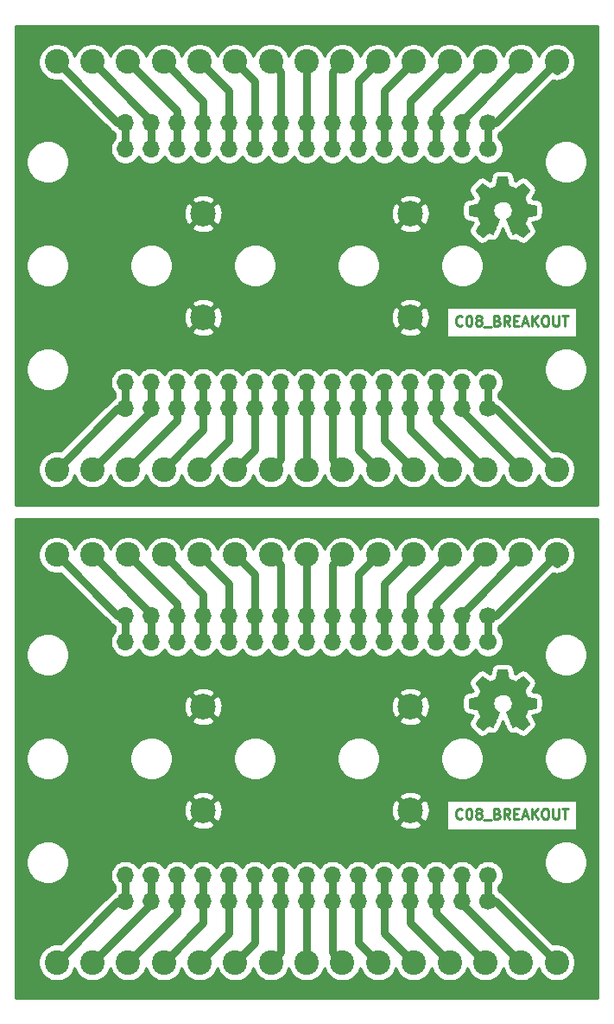
<source format=gbr>
G04 #@! TF.GenerationSoftware,KiCad,Pcbnew,5.1.5-52549c5~86~ubuntu18.04.1*
G04 #@! TF.CreationDate,2020-09-23T16:13:49-05:00*
G04 #@! TF.ProjectId,,58585858-5858-4585-9858-585858585858,rev?*
G04 #@! TF.SameCoordinates,Original*
G04 #@! TF.FileFunction,Copper,L1,Top*
G04 #@! TF.FilePolarity,Positive*
%FSLAX46Y46*%
G04 Gerber Fmt 4.6, Leading zero omitted, Abs format (unit mm)*
G04 Created by KiCad (PCBNEW 5.1.5-52549c5~86~ubuntu18.04.1) date 2020-09-23 16:13:49*
%MOMM*%
%LPD*%
G04 APERTURE LIST*
%ADD10C,0.250000*%
%ADD11C,0.010000*%
%ADD12C,1.700000*%
%ADD13O,1.700000X1.700000*%
%ADD14C,2.400000*%
%ADD15C,2.499360*%
%ADD16C,0.750000*%
%ADD17C,0.254000*%
G04 APERTURE END LIST*
D10*
X142385066Y-110567742D02*
X142337447Y-110615361D01*
X142194590Y-110662980D01*
X142099352Y-110662980D01*
X141956495Y-110615361D01*
X141861257Y-110520123D01*
X141813638Y-110424885D01*
X141766019Y-110234409D01*
X141766019Y-110091552D01*
X141813638Y-109901076D01*
X141861257Y-109805838D01*
X141956495Y-109710600D01*
X142099352Y-109662980D01*
X142194590Y-109662980D01*
X142337447Y-109710600D01*
X142385066Y-109758219D01*
X143004114Y-109662980D02*
X143099352Y-109662980D01*
X143194590Y-109710600D01*
X143242209Y-109758219D01*
X143289828Y-109853457D01*
X143337447Y-110043933D01*
X143337447Y-110282028D01*
X143289828Y-110472504D01*
X143242209Y-110567742D01*
X143194590Y-110615361D01*
X143099352Y-110662980D01*
X143004114Y-110662980D01*
X142908876Y-110615361D01*
X142861257Y-110567742D01*
X142813638Y-110472504D01*
X142766019Y-110282028D01*
X142766019Y-110043933D01*
X142813638Y-109853457D01*
X142861257Y-109758219D01*
X142908876Y-109710600D01*
X143004114Y-109662980D01*
X143908876Y-110091552D02*
X143813638Y-110043933D01*
X143766019Y-109996314D01*
X143718400Y-109901076D01*
X143718400Y-109853457D01*
X143766019Y-109758219D01*
X143813638Y-109710600D01*
X143908876Y-109662980D01*
X144099352Y-109662980D01*
X144194590Y-109710600D01*
X144242209Y-109758219D01*
X144289828Y-109853457D01*
X144289828Y-109901076D01*
X144242209Y-109996314D01*
X144194590Y-110043933D01*
X144099352Y-110091552D01*
X143908876Y-110091552D01*
X143813638Y-110139171D01*
X143766019Y-110186790D01*
X143718400Y-110282028D01*
X143718400Y-110472504D01*
X143766019Y-110567742D01*
X143813638Y-110615361D01*
X143908876Y-110662980D01*
X144099352Y-110662980D01*
X144194590Y-110615361D01*
X144242209Y-110567742D01*
X144289828Y-110472504D01*
X144289828Y-110282028D01*
X144242209Y-110186790D01*
X144194590Y-110139171D01*
X144099352Y-110091552D01*
X144480304Y-110758219D02*
X145242209Y-110758219D01*
X145813638Y-110139171D02*
X145956495Y-110186790D01*
X146004114Y-110234409D01*
X146051733Y-110329647D01*
X146051733Y-110472504D01*
X146004114Y-110567742D01*
X145956495Y-110615361D01*
X145861257Y-110662980D01*
X145480304Y-110662980D01*
X145480304Y-109662980D01*
X145813638Y-109662980D01*
X145908876Y-109710600D01*
X145956495Y-109758219D01*
X146004114Y-109853457D01*
X146004114Y-109948695D01*
X145956495Y-110043933D01*
X145908876Y-110091552D01*
X145813638Y-110139171D01*
X145480304Y-110139171D01*
X147051733Y-110662980D02*
X146718400Y-110186790D01*
X146480304Y-110662980D02*
X146480304Y-109662980D01*
X146861257Y-109662980D01*
X146956495Y-109710600D01*
X147004114Y-109758219D01*
X147051733Y-109853457D01*
X147051733Y-109996314D01*
X147004114Y-110091552D01*
X146956495Y-110139171D01*
X146861257Y-110186790D01*
X146480304Y-110186790D01*
X147480304Y-110139171D02*
X147813638Y-110139171D01*
X147956495Y-110662980D02*
X147480304Y-110662980D01*
X147480304Y-109662980D01*
X147956495Y-109662980D01*
X148337447Y-110377266D02*
X148813638Y-110377266D01*
X148242209Y-110662980D02*
X148575542Y-109662980D01*
X148908876Y-110662980D01*
X149242209Y-110662980D02*
X149242209Y-109662980D01*
X149813638Y-110662980D02*
X149385066Y-110091552D01*
X149813638Y-109662980D02*
X149242209Y-110234409D01*
X150432685Y-109662980D02*
X150623161Y-109662980D01*
X150718400Y-109710600D01*
X150813638Y-109805838D01*
X150861257Y-109996314D01*
X150861257Y-110329647D01*
X150813638Y-110520123D01*
X150718400Y-110615361D01*
X150623161Y-110662980D01*
X150432685Y-110662980D01*
X150337447Y-110615361D01*
X150242209Y-110520123D01*
X150194590Y-110329647D01*
X150194590Y-109996314D01*
X150242209Y-109805838D01*
X150337447Y-109710600D01*
X150432685Y-109662980D01*
X151289828Y-109662980D02*
X151289828Y-110472504D01*
X151337447Y-110567742D01*
X151385066Y-110615361D01*
X151480304Y-110662980D01*
X151670780Y-110662980D01*
X151766019Y-110615361D01*
X151813638Y-110567742D01*
X151861257Y-110472504D01*
X151861257Y-109662980D01*
X152194590Y-109662980D02*
X152766019Y-109662980D01*
X152480304Y-110662980D02*
X152480304Y-109662980D01*
X142385066Y-62307742D02*
X142337447Y-62355361D01*
X142194590Y-62402980D01*
X142099352Y-62402980D01*
X141956495Y-62355361D01*
X141861257Y-62260123D01*
X141813638Y-62164885D01*
X141766019Y-61974409D01*
X141766019Y-61831552D01*
X141813638Y-61641076D01*
X141861257Y-61545838D01*
X141956495Y-61450600D01*
X142099352Y-61402980D01*
X142194590Y-61402980D01*
X142337447Y-61450600D01*
X142385066Y-61498219D01*
X143004114Y-61402980D02*
X143099352Y-61402980D01*
X143194590Y-61450600D01*
X143242209Y-61498219D01*
X143289828Y-61593457D01*
X143337447Y-61783933D01*
X143337447Y-62022028D01*
X143289828Y-62212504D01*
X143242209Y-62307742D01*
X143194590Y-62355361D01*
X143099352Y-62402980D01*
X143004114Y-62402980D01*
X142908876Y-62355361D01*
X142861257Y-62307742D01*
X142813638Y-62212504D01*
X142766019Y-62022028D01*
X142766019Y-61783933D01*
X142813638Y-61593457D01*
X142861257Y-61498219D01*
X142908876Y-61450600D01*
X143004114Y-61402980D01*
X143908876Y-61831552D02*
X143813638Y-61783933D01*
X143766019Y-61736314D01*
X143718400Y-61641076D01*
X143718400Y-61593457D01*
X143766019Y-61498219D01*
X143813638Y-61450600D01*
X143908876Y-61402980D01*
X144099352Y-61402980D01*
X144194590Y-61450600D01*
X144242209Y-61498219D01*
X144289828Y-61593457D01*
X144289828Y-61641076D01*
X144242209Y-61736314D01*
X144194590Y-61783933D01*
X144099352Y-61831552D01*
X143908876Y-61831552D01*
X143813638Y-61879171D01*
X143766019Y-61926790D01*
X143718400Y-62022028D01*
X143718400Y-62212504D01*
X143766019Y-62307742D01*
X143813638Y-62355361D01*
X143908876Y-62402980D01*
X144099352Y-62402980D01*
X144194590Y-62355361D01*
X144242209Y-62307742D01*
X144289828Y-62212504D01*
X144289828Y-62022028D01*
X144242209Y-61926790D01*
X144194590Y-61879171D01*
X144099352Y-61831552D01*
X144480304Y-62498219D02*
X145242209Y-62498219D01*
X145813638Y-61879171D02*
X145956495Y-61926790D01*
X146004114Y-61974409D01*
X146051733Y-62069647D01*
X146051733Y-62212504D01*
X146004114Y-62307742D01*
X145956495Y-62355361D01*
X145861257Y-62402980D01*
X145480304Y-62402980D01*
X145480304Y-61402980D01*
X145813638Y-61402980D01*
X145908876Y-61450600D01*
X145956495Y-61498219D01*
X146004114Y-61593457D01*
X146004114Y-61688695D01*
X145956495Y-61783933D01*
X145908876Y-61831552D01*
X145813638Y-61879171D01*
X145480304Y-61879171D01*
X147051733Y-62402980D02*
X146718400Y-61926790D01*
X146480304Y-62402980D02*
X146480304Y-61402980D01*
X146861257Y-61402980D01*
X146956495Y-61450600D01*
X147004114Y-61498219D01*
X147051733Y-61593457D01*
X147051733Y-61736314D01*
X147004114Y-61831552D01*
X146956495Y-61879171D01*
X146861257Y-61926790D01*
X146480304Y-61926790D01*
X147480304Y-61879171D02*
X147813638Y-61879171D01*
X147956495Y-62402980D02*
X147480304Y-62402980D01*
X147480304Y-61402980D01*
X147956495Y-61402980D01*
X148337447Y-62117266D02*
X148813638Y-62117266D01*
X148242209Y-62402980D02*
X148575542Y-61402980D01*
X148908876Y-62402980D01*
X149242209Y-62402980D02*
X149242209Y-61402980D01*
X149813638Y-62402980D02*
X149385066Y-61831552D01*
X149813638Y-61402980D02*
X149242209Y-61974409D01*
X150432685Y-61402980D02*
X150623161Y-61402980D01*
X150718400Y-61450600D01*
X150813638Y-61545838D01*
X150861257Y-61736314D01*
X150861257Y-62069647D01*
X150813638Y-62260123D01*
X150718400Y-62355361D01*
X150623161Y-62402980D01*
X150432685Y-62402980D01*
X150337447Y-62355361D01*
X150242209Y-62260123D01*
X150194590Y-62069647D01*
X150194590Y-61736314D01*
X150242209Y-61545838D01*
X150337447Y-61450600D01*
X150432685Y-61402980D01*
X151289828Y-61402980D02*
X151289828Y-62212504D01*
X151337447Y-62307742D01*
X151385066Y-62355361D01*
X151480304Y-62402980D01*
X151670780Y-62402980D01*
X151766019Y-62355361D01*
X151813638Y-62307742D01*
X151861257Y-62212504D01*
X151861257Y-61402980D01*
X152194590Y-61402980D02*
X152766019Y-61402980D01*
X152480304Y-62402980D02*
X152480304Y-61402980D01*
D11*
G36*
X146885214Y-96503531D02*
G01*
X146969035Y-96948155D01*
X147278320Y-97075653D01*
X147587606Y-97203151D01*
X147958646Y-96950846D01*
X148062557Y-96880596D01*
X148156487Y-96817872D01*
X148236052Y-96765538D01*
X148296870Y-96726457D01*
X148334557Y-96703493D01*
X148344821Y-96698542D01*
X148363310Y-96711276D01*
X148402820Y-96746482D01*
X148458922Y-96799662D01*
X148527187Y-96866318D01*
X148603186Y-96941954D01*
X148682492Y-97022072D01*
X148760675Y-97102174D01*
X148833307Y-97177764D01*
X148895959Y-97244345D01*
X148944203Y-97297418D01*
X148973610Y-97332487D01*
X148980641Y-97344223D01*
X148970523Y-97365860D01*
X148942159Y-97413262D01*
X148898529Y-97481793D01*
X148842618Y-97566815D01*
X148777406Y-97663693D01*
X148739619Y-97718950D01*
X148670743Y-97819848D01*
X148609540Y-97910899D01*
X148558978Y-97987570D01*
X148522028Y-98045328D01*
X148501658Y-98079643D01*
X148498597Y-98086854D01*
X148505536Y-98107348D01*
X148524451Y-98155113D01*
X148552487Y-98223432D01*
X148586791Y-98305589D01*
X148624509Y-98394870D01*
X148662787Y-98484558D01*
X148698770Y-98567938D01*
X148729606Y-98638294D01*
X148752439Y-98688910D01*
X148764417Y-98713071D01*
X148765124Y-98714022D01*
X148783931Y-98718636D01*
X148834018Y-98728928D01*
X148910193Y-98743887D01*
X149007265Y-98762501D01*
X149120043Y-98783759D01*
X149185842Y-98796018D01*
X149306350Y-98818962D01*
X149415197Y-98840795D01*
X149506876Y-98860322D01*
X149575881Y-98876348D01*
X149616704Y-98887679D01*
X149624911Y-98891274D01*
X149632948Y-98915606D01*
X149639433Y-98970559D01*
X149644370Y-99049708D01*
X149647764Y-99146626D01*
X149649618Y-99254887D01*
X149649938Y-99368065D01*
X149648727Y-99479735D01*
X149645990Y-99583468D01*
X149641731Y-99672841D01*
X149635955Y-99741426D01*
X149628667Y-99782797D01*
X149624295Y-99791410D01*
X149598164Y-99801733D01*
X149542793Y-99816492D01*
X149465507Y-99833952D01*
X149373630Y-99852380D01*
X149341558Y-99858341D01*
X149186924Y-99886666D01*
X149064775Y-99909476D01*
X148971073Y-99927680D01*
X148901784Y-99942183D01*
X148852871Y-99953892D01*
X148820297Y-99963715D01*
X148800028Y-99972556D01*
X148788026Y-99981324D01*
X148786347Y-99983057D01*
X148769584Y-100010971D01*
X148744014Y-100065295D01*
X148712188Y-100139377D01*
X148676660Y-100226565D01*
X148639983Y-100320208D01*
X148604711Y-100413652D01*
X148573396Y-100500247D01*
X148548593Y-100573340D01*
X148532854Y-100626278D01*
X148528732Y-100652411D01*
X148529076Y-100653326D01*
X148543041Y-100674686D01*
X148574722Y-100721684D01*
X148620791Y-100789427D01*
X148677918Y-100873023D01*
X148742773Y-100967582D01*
X148761243Y-100994454D01*
X148827099Y-101091875D01*
X148885050Y-101180763D01*
X148931938Y-101256012D01*
X148964607Y-101312520D01*
X148979900Y-101345181D01*
X148980641Y-101349193D01*
X148967792Y-101370284D01*
X148932288Y-101412064D01*
X148878693Y-101470045D01*
X148811571Y-101539735D01*
X148735487Y-101616645D01*
X148655004Y-101696283D01*
X148574687Y-101774161D01*
X148499099Y-101845786D01*
X148432805Y-101906670D01*
X148380369Y-101952321D01*
X148346355Y-101978250D01*
X148336945Y-101982483D01*
X148315043Y-101972512D01*
X148270200Y-101945620D01*
X148209721Y-101906336D01*
X148163189Y-101874717D01*
X148078875Y-101816698D01*
X147979026Y-101748384D01*
X147878873Y-101680179D01*
X147825027Y-101643675D01*
X147642771Y-101520400D01*
X147489781Y-101603120D01*
X147420082Y-101639359D01*
X147360814Y-101667526D01*
X147320711Y-101683591D01*
X147310503Y-101685826D01*
X147298229Y-101669322D01*
X147274013Y-101622682D01*
X147239663Y-101550209D01*
X147196988Y-101456206D01*
X147147794Y-101344974D01*
X147093890Y-101220815D01*
X147037084Y-101088032D01*
X146979182Y-100950927D01*
X146921993Y-100813802D01*
X146867324Y-100680958D01*
X146816984Y-100556698D01*
X146772780Y-100445325D01*
X146736519Y-100351139D01*
X146710009Y-100278444D01*
X146695058Y-100231541D01*
X146692654Y-100215433D01*
X146711711Y-100194886D01*
X146753436Y-100161533D01*
X146809106Y-100122302D01*
X146813778Y-100119199D01*
X146957664Y-100004023D01*
X147073683Y-99869653D01*
X147160830Y-99720384D01*
X147218099Y-99560513D01*
X147244486Y-99394337D01*
X147238985Y-99226152D01*
X147200590Y-99060255D01*
X147128295Y-98900942D01*
X147107026Y-98866087D01*
X146996396Y-98725337D01*
X146865702Y-98612314D01*
X146719464Y-98527603D01*
X146562208Y-98471794D01*
X146398457Y-98445474D01*
X146232733Y-98449230D01*
X146069562Y-98483650D01*
X145913465Y-98549323D01*
X145768967Y-98646835D01*
X145724269Y-98686413D01*
X145610512Y-98810303D01*
X145527618Y-98940724D01*
X145470756Y-99086915D01*
X145439087Y-99231688D01*
X145431269Y-99394460D01*
X145457338Y-99558040D01*
X145514645Y-99716898D01*
X145600544Y-99865506D01*
X145712386Y-99998335D01*
X145847523Y-100109856D01*
X145865283Y-100121611D01*
X145921550Y-100160108D01*
X145964323Y-100193463D01*
X145984772Y-100214760D01*
X145985069Y-100215433D01*
X145980679Y-100238471D01*
X145963276Y-100290757D01*
X145934668Y-100367990D01*
X145896665Y-100465868D01*
X145851074Y-100580091D01*
X145799703Y-100706358D01*
X145744362Y-100840367D01*
X145686858Y-100977818D01*
X145629001Y-101114408D01*
X145572598Y-101245837D01*
X145519458Y-101367805D01*
X145471390Y-101476009D01*
X145430201Y-101566149D01*
X145397701Y-101633923D01*
X145375697Y-101675030D01*
X145366836Y-101685826D01*
X145339760Y-101677419D01*
X145289097Y-101654872D01*
X145223583Y-101622213D01*
X145187559Y-101603120D01*
X145034568Y-101520400D01*
X144852312Y-101643675D01*
X144759275Y-101706828D01*
X144657415Y-101776327D01*
X144561962Y-101841765D01*
X144514150Y-101874717D01*
X144446905Y-101919873D01*
X144389964Y-101955657D01*
X144350754Y-101977538D01*
X144338019Y-101982163D01*
X144319483Y-101969685D01*
X144278459Y-101934852D01*
X144218925Y-101881278D01*
X144144858Y-101812583D01*
X144060235Y-101732381D01*
X144006715Y-101680886D01*
X143913081Y-101588886D01*
X143832159Y-101506599D01*
X143767223Y-101437545D01*
X143721542Y-101385244D01*
X143698389Y-101353216D01*
X143696168Y-101346716D01*
X143706476Y-101321994D01*
X143734961Y-101272005D01*
X143778463Y-101201812D01*
X143833823Y-101116475D01*
X143897880Y-101021056D01*
X143916097Y-100994454D01*
X143982473Y-100897767D01*
X144042022Y-100810717D01*
X144091416Y-100738195D01*
X144127325Y-100685093D01*
X144146419Y-100656303D01*
X144148264Y-100653326D01*
X144145505Y-100630382D01*
X144130862Y-100579936D01*
X144106887Y-100508641D01*
X144076134Y-100423147D01*
X144041156Y-100330107D01*
X144004507Y-100236174D01*
X143968739Y-100147999D01*
X143936406Y-100072234D01*
X143910062Y-100015531D01*
X143892258Y-99984543D01*
X143890993Y-99983057D01*
X143880106Y-99974201D01*
X143861718Y-99965443D01*
X143831794Y-99955877D01*
X143786297Y-99944596D01*
X143721191Y-99930693D01*
X143632439Y-99913263D01*
X143516007Y-99891398D01*
X143367858Y-99864191D01*
X143335782Y-99858341D01*
X143240714Y-99839974D01*
X143157835Y-99822005D01*
X143094470Y-99806169D01*
X143057942Y-99794200D01*
X143053044Y-99791410D01*
X143044973Y-99766672D01*
X143038413Y-99711390D01*
X143033367Y-99631989D01*
X143029841Y-99534896D01*
X143027839Y-99426538D01*
X143027364Y-99313340D01*
X143028423Y-99201728D01*
X143031018Y-99098129D01*
X143035154Y-99008968D01*
X143040837Y-98940672D01*
X143048069Y-98899666D01*
X143052429Y-98891274D01*
X143076702Y-98882808D01*
X143131974Y-98869035D01*
X143212738Y-98851150D01*
X143313488Y-98830348D01*
X143428717Y-98807823D01*
X143491498Y-98796018D01*
X143610613Y-98773751D01*
X143716835Y-98753579D01*
X143804973Y-98736515D01*
X143869834Y-98723569D01*
X143906226Y-98715755D01*
X143912216Y-98714022D01*
X143922339Y-98694490D01*
X143943738Y-98647443D01*
X143973561Y-98579603D01*
X144008955Y-98497691D01*
X144047068Y-98408428D01*
X144085047Y-98318535D01*
X144120040Y-98234735D01*
X144149194Y-98163747D01*
X144169657Y-98112294D01*
X144178577Y-98087097D01*
X144178743Y-98085996D01*
X144168631Y-98066119D01*
X144140283Y-98020377D01*
X144096677Y-97953317D01*
X144040794Y-97869484D01*
X143975613Y-97773426D01*
X143937721Y-97718250D01*
X143868675Y-97617081D01*
X143807350Y-97525230D01*
X143756737Y-97447344D01*
X143719829Y-97388069D01*
X143699618Y-97352051D01*
X143696699Y-97343977D01*
X143709247Y-97325184D01*
X143743937Y-97285057D01*
X143796337Y-97228093D01*
X143862016Y-97158785D01*
X143936544Y-97081631D01*
X144015487Y-97001125D01*
X144094417Y-96921763D01*
X144168900Y-96848040D01*
X144234506Y-96784452D01*
X144286804Y-96735494D01*
X144321361Y-96705661D01*
X144332922Y-96698542D01*
X144351746Y-96708553D01*
X144396769Y-96736678D01*
X144463613Y-96780054D01*
X144547901Y-96835818D01*
X144645256Y-96901106D01*
X144718693Y-96950846D01*
X145089733Y-97203151D01*
X145708305Y-96948155D01*
X145792125Y-96503531D01*
X145875946Y-96058907D01*
X146801394Y-96058907D01*
X146885214Y-96503531D01*
G37*
X146885214Y-96503531D02*
X146969035Y-96948155D01*
X147278320Y-97075653D01*
X147587606Y-97203151D01*
X147958646Y-96950846D01*
X148062557Y-96880596D01*
X148156487Y-96817872D01*
X148236052Y-96765538D01*
X148296870Y-96726457D01*
X148334557Y-96703493D01*
X148344821Y-96698542D01*
X148363310Y-96711276D01*
X148402820Y-96746482D01*
X148458922Y-96799662D01*
X148527187Y-96866318D01*
X148603186Y-96941954D01*
X148682492Y-97022072D01*
X148760675Y-97102174D01*
X148833307Y-97177764D01*
X148895959Y-97244345D01*
X148944203Y-97297418D01*
X148973610Y-97332487D01*
X148980641Y-97344223D01*
X148970523Y-97365860D01*
X148942159Y-97413262D01*
X148898529Y-97481793D01*
X148842618Y-97566815D01*
X148777406Y-97663693D01*
X148739619Y-97718950D01*
X148670743Y-97819848D01*
X148609540Y-97910899D01*
X148558978Y-97987570D01*
X148522028Y-98045328D01*
X148501658Y-98079643D01*
X148498597Y-98086854D01*
X148505536Y-98107348D01*
X148524451Y-98155113D01*
X148552487Y-98223432D01*
X148586791Y-98305589D01*
X148624509Y-98394870D01*
X148662787Y-98484558D01*
X148698770Y-98567938D01*
X148729606Y-98638294D01*
X148752439Y-98688910D01*
X148764417Y-98713071D01*
X148765124Y-98714022D01*
X148783931Y-98718636D01*
X148834018Y-98728928D01*
X148910193Y-98743887D01*
X149007265Y-98762501D01*
X149120043Y-98783759D01*
X149185842Y-98796018D01*
X149306350Y-98818962D01*
X149415197Y-98840795D01*
X149506876Y-98860322D01*
X149575881Y-98876348D01*
X149616704Y-98887679D01*
X149624911Y-98891274D01*
X149632948Y-98915606D01*
X149639433Y-98970559D01*
X149644370Y-99049708D01*
X149647764Y-99146626D01*
X149649618Y-99254887D01*
X149649938Y-99368065D01*
X149648727Y-99479735D01*
X149645990Y-99583468D01*
X149641731Y-99672841D01*
X149635955Y-99741426D01*
X149628667Y-99782797D01*
X149624295Y-99791410D01*
X149598164Y-99801733D01*
X149542793Y-99816492D01*
X149465507Y-99833952D01*
X149373630Y-99852380D01*
X149341558Y-99858341D01*
X149186924Y-99886666D01*
X149064775Y-99909476D01*
X148971073Y-99927680D01*
X148901784Y-99942183D01*
X148852871Y-99953892D01*
X148820297Y-99963715D01*
X148800028Y-99972556D01*
X148788026Y-99981324D01*
X148786347Y-99983057D01*
X148769584Y-100010971D01*
X148744014Y-100065295D01*
X148712188Y-100139377D01*
X148676660Y-100226565D01*
X148639983Y-100320208D01*
X148604711Y-100413652D01*
X148573396Y-100500247D01*
X148548593Y-100573340D01*
X148532854Y-100626278D01*
X148528732Y-100652411D01*
X148529076Y-100653326D01*
X148543041Y-100674686D01*
X148574722Y-100721684D01*
X148620791Y-100789427D01*
X148677918Y-100873023D01*
X148742773Y-100967582D01*
X148761243Y-100994454D01*
X148827099Y-101091875D01*
X148885050Y-101180763D01*
X148931938Y-101256012D01*
X148964607Y-101312520D01*
X148979900Y-101345181D01*
X148980641Y-101349193D01*
X148967792Y-101370284D01*
X148932288Y-101412064D01*
X148878693Y-101470045D01*
X148811571Y-101539735D01*
X148735487Y-101616645D01*
X148655004Y-101696283D01*
X148574687Y-101774161D01*
X148499099Y-101845786D01*
X148432805Y-101906670D01*
X148380369Y-101952321D01*
X148346355Y-101978250D01*
X148336945Y-101982483D01*
X148315043Y-101972512D01*
X148270200Y-101945620D01*
X148209721Y-101906336D01*
X148163189Y-101874717D01*
X148078875Y-101816698D01*
X147979026Y-101748384D01*
X147878873Y-101680179D01*
X147825027Y-101643675D01*
X147642771Y-101520400D01*
X147489781Y-101603120D01*
X147420082Y-101639359D01*
X147360814Y-101667526D01*
X147320711Y-101683591D01*
X147310503Y-101685826D01*
X147298229Y-101669322D01*
X147274013Y-101622682D01*
X147239663Y-101550209D01*
X147196988Y-101456206D01*
X147147794Y-101344974D01*
X147093890Y-101220815D01*
X147037084Y-101088032D01*
X146979182Y-100950927D01*
X146921993Y-100813802D01*
X146867324Y-100680958D01*
X146816984Y-100556698D01*
X146772780Y-100445325D01*
X146736519Y-100351139D01*
X146710009Y-100278444D01*
X146695058Y-100231541D01*
X146692654Y-100215433D01*
X146711711Y-100194886D01*
X146753436Y-100161533D01*
X146809106Y-100122302D01*
X146813778Y-100119199D01*
X146957664Y-100004023D01*
X147073683Y-99869653D01*
X147160830Y-99720384D01*
X147218099Y-99560513D01*
X147244486Y-99394337D01*
X147238985Y-99226152D01*
X147200590Y-99060255D01*
X147128295Y-98900942D01*
X147107026Y-98866087D01*
X146996396Y-98725337D01*
X146865702Y-98612314D01*
X146719464Y-98527603D01*
X146562208Y-98471794D01*
X146398457Y-98445474D01*
X146232733Y-98449230D01*
X146069562Y-98483650D01*
X145913465Y-98549323D01*
X145768967Y-98646835D01*
X145724269Y-98686413D01*
X145610512Y-98810303D01*
X145527618Y-98940724D01*
X145470756Y-99086915D01*
X145439087Y-99231688D01*
X145431269Y-99394460D01*
X145457338Y-99558040D01*
X145514645Y-99716898D01*
X145600544Y-99865506D01*
X145712386Y-99998335D01*
X145847523Y-100109856D01*
X145865283Y-100121611D01*
X145921550Y-100160108D01*
X145964323Y-100193463D01*
X145984772Y-100214760D01*
X145985069Y-100215433D01*
X145980679Y-100238471D01*
X145963276Y-100290757D01*
X145934668Y-100367990D01*
X145896665Y-100465868D01*
X145851074Y-100580091D01*
X145799703Y-100706358D01*
X145744362Y-100840367D01*
X145686858Y-100977818D01*
X145629001Y-101114408D01*
X145572598Y-101245837D01*
X145519458Y-101367805D01*
X145471390Y-101476009D01*
X145430201Y-101566149D01*
X145397701Y-101633923D01*
X145375697Y-101675030D01*
X145366836Y-101685826D01*
X145339760Y-101677419D01*
X145289097Y-101654872D01*
X145223583Y-101622213D01*
X145187559Y-101603120D01*
X145034568Y-101520400D01*
X144852312Y-101643675D01*
X144759275Y-101706828D01*
X144657415Y-101776327D01*
X144561962Y-101841765D01*
X144514150Y-101874717D01*
X144446905Y-101919873D01*
X144389964Y-101955657D01*
X144350754Y-101977538D01*
X144338019Y-101982163D01*
X144319483Y-101969685D01*
X144278459Y-101934852D01*
X144218925Y-101881278D01*
X144144858Y-101812583D01*
X144060235Y-101732381D01*
X144006715Y-101680886D01*
X143913081Y-101588886D01*
X143832159Y-101506599D01*
X143767223Y-101437545D01*
X143721542Y-101385244D01*
X143698389Y-101353216D01*
X143696168Y-101346716D01*
X143706476Y-101321994D01*
X143734961Y-101272005D01*
X143778463Y-101201812D01*
X143833823Y-101116475D01*
X143897880Y-101021056D01*
X143916097Y-100994454D01*
X143982473Y-100897767D01*
X144042022Y-100810717D01*
X144091416Y-100738195D01*
X144127325Y-100685093D01*
X144146419Y-100656303D01*
X144148264Y-100653326D01*
X144145505Y-100630382D01*
X144130862Y-100579936D01*
X144106887Y-100508641D01*
X144076134Y-100423147D01*
X144041156Y-100330107D01*
X144004507Y-100236174D01*
X143968739Y-100147999D01*
X143936406Y-100072234D01*
X143910062Y-100015531D01*
X143892258Y-99984543D01*
X143890993Y-99983057D01*
X143880106Y-99974201D01*
X143861718Y-99965443D01*
X143831794Y-99955877D01*
X143786297Y-99944596D01*
X143721191Y-99930693D01*
X143632439Y-99913263D01*
X143516007Y-99891398D01*
X143367858Y-99864191D01*
X143335782Y-99858341D01*
X143240714Y-99839974D01*
X143157835Y-99822005D01*
X143094470Y-99806169D01*
X143057942Y-99794200D01*
X143053044Y-99791410D01*
X143044973Y-99766672D01*
X143038413Y-99711390D01*
X143033367Y-99631989D01*
X143029841Y-99534896D01*
X143027839Y-99426538D01*
X143027364Y-99313340D01*
X143028423Y-99201728D01*
X143031018Y-99098129D01*
X143035154Y-99008968D01*
X143040837Y-98940672D01*
X143048069Y-98899666D01*
X143052429Y-98891274D01*
X143076702Y-98882808D01*
X143131974Y-98869035D01*
X143212738Y-98851150D01*
X143313488Y-98830348D01*
X143428717Y-98807823D01*
X143491498Y-98796018D01*
X143610613Y-98773751D01*
X143716835Y-98753579D01*
X143804973Y-98736515D01*
X143869834Y-98723569D01*
X143906226Y-98715755D01*
X143912216Y-98714022D01*
X143922339Y-98694490D01*
X143943738Y-98647443D01*
X143973561Y-98579603D01*
X144008955Y-98497691D01*
X144047068Y-98408428D01*
X144085047Y-98318535D01*
X144120040Y-98234735D01*
X144149194Y-98163747D01*
X144169657Y-98112294D01*
X144178577Y-98087097D01*
X144178743Y-98085996D01*
X144168631Y-98066119D01*
X144140283Y-98020377D01*
X144096677Y-97953317D01*
X144040794Y-97869484D01*
X143975613Y-97773426D01*
X143937721Y-97718250D01*
X143868675Y-97617081D01*
X143807350Y-97525230D01*
X143756737Y-97447344D01*
X143719829Y-97388069D01*
X143699618Y-97352051D01*
X143696699Y-97343977D01*
X143709247Y-97325184D01*
X143743937Y-97285057D01*
X143796337Y-97228093D01*
X143862016Y-97158785D01*
X143936544Y-97081631D01*
X144015487Y-97001125D01*
X144094417Y-96921763D01*
X144168900Y-96848040D01*
X144234506Y-96784452D01*
X144286804Y-96735494D01*
X144321361Y-96705661D01*
X144332922Y-96698542D01*
X144351746Y-96708553D01*
X144396769Y-96736678D01*
X144463613Y-96780054D01*
X144547901Y-96835818D01*
X144645256Y-96901106D01*
X144718693Y-96950846D01*
X145089733Y-97203151D01*
X145708305Y-96948155D01*
X145792125Y-96503531D01*
X145875946Y-96058907D01*
X146801394Y-96058907D01*
X146885214Y-96503531D01*
G36*
X146885214Y-48243531D02*
G01*
X146969035Y-48688155D01*
X147278320Y-48815653D01*
X147587606Y-48943151D01*
X147958646Y-48690846D01*
X148062557Y-48620596D01*
X148156487Y-48557872D01*
X148236052Y-48505538D01*
X148296870Y-48466457D01*
X148334557Y-48443493D01*
X148344821Y-48438542D01*
X148363310Y-48451276D01*
X148402820Y-48486482D01*
X148458922Y-48539662D01*
X148527187Y-48606318D01*
X148603186Y-48681954D01*
X148682492Y-48762072D01*
X148760675Y-48842174D01*
X148833307Y-48917764D01*
X148895959Y-48984345D01*
X148944203Y-49037418D01*
X148973610Y-49072487D01*
X148980641Y-49084223D01*
X148970523Y-49105860D01*
X148942159Y-49153262D01*
X148898529Y-49221793D01*
X148842618Y-49306815D01*
X148777406Y-49403693D01*
X148739619Y-49458950D01*
X148670743Y-49559848D01*
X148609540Y-49650899D01*
X148558978Y-49727570D01*
X148522028Y-49785328D01*
X148501658Y-49819643D01*
X148498597Y-49826854D01*
X148505536Y-49847348D01*
X148524451Y-49895113D01*
X148552487Y-49963432D01*
X148586791Y-50045589D01*
X148624509Y-50134870D01*
X148662787Y-50224558D01*
X148698770Y-50307938D01*
X148729606Y-50378294D01*
X148752439Y-50428910D01*
X148764417Y-50453071D01*
X148765124Y-50454022D01*
X148783931Y-50458636D01*
X148834018Y-50468928D01*
X148910193Y-50483887D01*
X149007265Y-50502501D01*
X149120043Y-50523759D01*
X149185842Y-50536018D01*
X149306350Y-50558962D01*
X149415197Y-50580795D01*
X149506876Y-50600322D01*
X149575881Y-50616348D01*
X149616704Y-50627679D01*
X149624911Y-50631274D01*
X149632948Y-50655606D01*
X149639433Y-50710559D01*
X149644370Y-50789708D01*
X149647764Y-50886626D01*
X149649618Y-50994887D01*
X149649938Y-51108065D01*
X149648727Y-51219735D01*
X149645990Y-51323468D01*
X149641731Y-51412841D01*
X149635955Y-51481426D01*
X149628667Y-51522797D01*
X149624295Y-51531410D01*
X149598164Y-51541733D01*
X149542793Y-51556492D01*
X149465507Y-51573952D01*
X149373630Y-51592380D01*
X149341558Y-51598341D01*
X149186924Y-51626666D01*
X149064775Y-51649476D01*
X148971073Y-51667680D01*
X148901784Y-51682183D01*
X148852871Y-51693892D01*
X148820297Y-51703715D01*
X148800028Y-51712556D01*
X148788026Y-51721324D01*
X148786347Y-51723057D01*
X148769584Y-51750971D01*
X148744014Y-51805295D01*
X148712188Y-51879377D01*
X148676660Y-51966565D01*
X148639983Y-52060208D01*
X148604711Y-52153652D01*
X148573396Y-52240247D01*
X148548593Y-52313340D01*
X148532854Y-52366278D01*
X148528732Y-52392411D01*
X148529076Y-52393326D01*
X148543041Y-52414686D01*
X148574722Y-52461684D01*
X148620791Y-52529427D01*
X148677918Y-52613023D01*
X148742773Y-52707582D01*
X148761243Y-52734454D01*
X148827099Y-52831875D01*
X148885050Y-52920763D01*
X148931938Y-52996012D01*
X148964607Y-53052520D01*
X148979900Y-53085181D01*
X148980641Y-53089193D01*
X148967792Y-53110284D01*
X148932288Y-53152064D01*
X148878693Y-53210045D01*
X148811571Y-53279735D01*
X148735487Y-53356645D01*
X148655004Y-53436283D01*
X148574687Y-53514161D01*
X148499099Y-53585786D01*
X148432805Y-53646670D01*
X148380369Y-53692321D01*
X148346355Y-53718250D01*
X148336945Y-53722483D01*
X148315043Y-53712512D01*
X148270200Y-53685620D01*
X148209721Y-53646336D01*
X148163189Y-53614717D01*
X148078875Y-53556698D01*
X147979026Y-53488384D01*
X147878873Y-53420179D01*
X147825027Y-53383675D01*
X147642771Y-53260400D01*
X147489781Y-53343120D01*
X147420082Y-53379359D01*
X147360814Y-53407526D01*
X147320711Y-53423591D01*
X147310503Y-53425826D01*
X147298229Y-53409322D01*
X147274013Y-53362682D01*
X147239663Y-53290209D01*
X147196988Y-53196206D01*
X147147794Y-53084974D01*
X147093890Y-52960815D01*
X147037084Y-52828032D01*
X146979182Y-52690927D01*
X146921993Y-52553802D01*
X146867324Y-52420958D01*
X146816984Y-52296698D01*
X146772780Y-52185325D01*
X146736519Y-52091139D01*
X146710009Y-52018444D01*
X146695058Y-51971541D01*
X146692654Y-51955433D01*
X146711711Y-51934886D01*
X146753436Y-51901533D01*
X146809106Y-51862302D01*
X146813778Y-51859199D01*
X146957664Y-51744023D01*
X147073683Y-51609653D01*
X147160830Y-51460384D01*
X147218099Y-51300513D01*
X147244486Y-51134337D01*
X147238985Y-50966152D01*
X147200590Y-50800255D01*
X147128295Y-50640942D01*
X147107026Y-50606087D01*
X146996396Y-50465337D01*
X146865702Y-50352314D01*
X146719464Y-50267603D01*
X146562208Y-50211794D01*
X146398457Y-50185474D01*
X146232733Y-50189230D01*
X146069562Y-50223650D01*
X145913465Y-50289323D01*
X145768967Y-50386835D01*
X145724269Y-50426413D01*
X145610512Y-50550303D01*
X145527618Y-50680724D01*
X145470756Y-50826915D01*
X145439087Y-50971688D01*
X145431269Y-51134460D01*
X145457338Y-51298040D01*
X145514645Y-51456898D01*
X145600544Y-51605506D01*
X145712386Y-51738335D01*
X145847523Y-51849856D01*
X145865283Y-51861611D01*
X145921550Y-51900108D01*
X145964323Y-51933463D01*
X145984772Y-51954760D01*
X145985069Y-51955433D01*
X145980679Y-51978471D01*
X145963276Y-52030757D01*
X145934668Y-52107990D01*
X145896665Y-52205868D01*
X145851074Y-52320091D01*
X145799703Y-52446358D01*
X145744362Y-52580367D01*
X145686858Y-52717818D01*
X145629001Y-52854408D01*
X145572598Y-52985837D01*
X145519458Y-53107805D01*
X145471390Y-53216009D01*
X145430201Y-53306149D01*
X145397701Y-53373923D01*
X145375697Y-53415030D01*
X145366836Y-53425826D01*
X145339760Y-53417419D01*
X145289097Y-53394872D01*
X145223583Y-53362213D01*
X145187559Y-53343120D01*
X145034568Y-53260400D01*
X144852312Y-53383675D01*
X144759275Y-53446828D01*
X144657415Y-53516327D01*
X144561962Y-53581765D01*
X144514150Y-53614717D01*
X144446905Y-53659873D01*
X144389964Y-53695657D01*
X144350754Y-53717538D01*
X144338019Y-53722163D01*
X144319483Y-53709685D01*
X144278459Y-53674852D01*
X144218925Y-53621278D01*
X144144858Y-53552583D01*
X144060235Y-53472381D01*
X144006715Y-53420886D01*
X143913081Y-53328886D01*
X143832159Y-53246599D01*
X143767223Y-53177545D01*
X143721542Y-53125244D01*
X143698389Y-53093216D01*
X143696168Y-53086716D01*
X143706476Y-53061994D01*
X143734961Y-53012005D01*
X143778463Y-52941812D01*
X143833823Y-52856475D01*
X143897880Y-52761056D01*
X143916097Y-52734454D01*
X143982473Y-52637767D01*
X144042022Y-52550717D01*
X144091416Y-52478195D01*
X144127325Y-52425093D01*
X144146419Y-52396303D01*
X144148264Y-52393326D01*
X144145505Y-52370382D01*
X144130862Y-52319936D01*
X144106887Y-52248641D01*
X144076134Y-52163147D01*
X144041156Y-52070107D01*
X144004507Y-51976174D01*
X143968739Y-51887999D01*
X143936406Y-51812234D01*
X143910062Y-51755531D01*
X143892258Y-51724543D01*
X143890993Y-51723057D01*
X143880106Y-51714201D01*
X143861718Y-51705443D01*
X143831794Y-51695877D01*
X143786297Y-51684596D01*
X143721191Y-51670693D01*
X143632439Y-51653263D01*
X143516007Y-51631398D01*
X143367858Y-51604191D01*
X143335782Y-51598341D01*
X143240714Y-51579974D01*
X143157835Y-51562005D01*
X143094470Y-51546169D01*
X143057942Y-51534200D01*
X143053044Y-51531410D01*
X143044973Y-51506672D01*
X143038413Y-51451390D01*
X143033367Y-51371989D01*
X143029841Y-51274896D01*
X143027839Y-51166538D01*
X143027364Y-51053340D01*
X143028423Y-50941728D01*
X143031018Y-50838129D01*
X143035154Y-50748968D01*
X143040837Y-50680672D01*
X143048069Y-50639666D01*
X143052429Y-50631274D01*
X143076702Y-50622808D01*
X143131974Y-50609035D01*
X143212738Y-50591150D01*
X143313488Y-50570348D01*
X143428717Y-50547823D01*
X143491498Y-50536018D01*
X143610613Y-50513751D01*
X143716835Y-50493579D01*
X143804973Y-50476515D01*
X143869834Y-50463569D01*
X143906226Y-50455755D01*
X143912216Y-50454022D01*
X143922339Y-50434490D01*
X143943738Y-50387443D01*
X143973561Y-50319603D01*
X144008955Y-50237691D01*
X144047068Y-50148428D01*
X144085047Y-50058535D01*
X144120040Y-49974735D01*
X144149194Y-49903747D01*
X144169657Y-49852294D01*
X144178577Y-49827097D01*
X144178743Y-49825996D01*
X144168631Y-49806119D01*
X144140283Y-49760377D01*
X144096677Y-49693317D01*
X144040794Y-49609484D01*
X143975613Y-49513426D01*
X143937721Y-49458250D01*
X143868675Y-49357081D01*
X143807350Y-49265230D01*
X143756737Y-49187344D01*
X143719829Y-49128069D01*
X143699618Y-49092051D01*
X143696699Y-49083977D01*
X143709247Y-49065184D01*
X143743937Y-49025057D01*
X143796337Y-48968093D01*
X143862016Y-48898785D01*
X143936544Y-48821631D01*
X144015487Y-48741125D01*
X144094417Y-48661763D01*
X144168900Y-48588040D01*
X144234506Y-48524452D01*
X144286804Y-48475494D01*
X144321361Y-48445661D01*
X144332922Y-48438542D01*
X144351746Y-48448553D01*
X144396769Y-48476678D01*
X144463613Y-48520054D01*
X144547901Y-48575818D01*
X144645256Y-48641106D01*
X144718693Y-48690846D01*
X145089733Y-48943151D01*
X145708305Y-48688155D01*
X145792125Y-48243531D01*
X145875946Y-47798907D01*
X146801394Y-47798907D01*
X146885214Y-48243531D01*
G37*
X146885214Y-48243531D02*
X146969035Y-48688155D01*
X147278320Y-48815653D01*
X147587606Y-48943151D01*
X147958646Y-48690846D01*
X148062557Y-48620596D01*
X148156487Y-48557872D01*
X148236052Y-48505538D01*
X148296870Y-48466457D01*
X148334557Y-48443493D01*
X148344821Y-48438542D01*
X148363310Y-48451276D01*
X148402820Y-48486482D01*
X148458922Y-48539662D01*
X148527187Y-48606318D01*
X148603186Y-48681954D01*
X148682492Y-48762072D01*
X148760675Y-48842174D01*
X148833307Y-48917764D01*
X148895959Y-48984345D01*
X148944203Y-49037418D01*
X148973610Y-49072487D01*
X148980641Y-49084223D01*
X148970523Y-49105860D01*
X148942159Y-49153262D01*
X148898529Y-49221793D01*
X148842618Y-49306815D01*
X148777406Y-49403693D01*
X148739619Y-49458950D01*
X148670743Y-49559848D01*
X148609540Y-49650899D01*
X148558978Y-49727570D01*
X148522028Y-49785328D01*
X148501658Y-49819643D01*
X148498597Y-49826854D01*
X148505536Y-49847348D01*
X148524451Y-49895113D01*
X148552487Y-49963432D01*
X148586791Y-50045589D01*
X148624509Y-50134870D01*
X148662787Y-50224558D01*
X148698770Y-50307938D01*
X148729606Y-50378294D01*
X148752439Y-50428910D01*
X148764417Y-50453071D01*
X148765124Y-50454022D01*
X148783931Y-50458636D01*
X148834018Y-50468928D01*
X148910193Y-50483887D01*
X149007265Y-50502501D01*
X149120043Y-50523759D01*
X149185842Y-50536018D01*
X149306350Y-50558962D01*
X149415197Y-50580795D01*
X149506876Y-50600322D01*
X149575881Y-50616348D01*
X149616704Y-50627679D01*
X149624911Y-50631274D01*
X149632948Y-50655606D01*
X149639433Y-50710559D01*
X149644370Y-50789708D01*
X149647764Y-50886626D01*
X149649618Y-50994887D01*
X149649938Y-51108065D01*
X149648727Y-51219735D01*
X149645990Y-51323468D01*
X149641731Y-51412841D01*
X149635955Y-51481426D01*
X149628667Y-51522797D01*
X149624295Y-51531410D01*
X149598164Y-51541733D01*
X149542793Y-51556492D01*
X149465507Y-51573952D01*
X149373630Y-51592380D01*
X149341558Y-51598341D01*
X149186924Y-51626666D01*
X149064775Y-51649476D01*
X148971073Y-51667680D01*
X148901784Y-51682183D01*
X148852871Y-51693892D01*
X148820297Y-51703715D01*
X148800028Y-51712556D01*
X148788026Y-51721324D01*
X148786347Y-51723057D01*
X148769584Y-51750971D01*
X148744014Y-51805295D01*
X148712188Y-51879377D01*
X148676660Y-51966565D01*
X148639983Y-52060208D01*
X148604711Y-52153652D01*
X148573396Y-52240247D01*
X148548593Y-52313340D01*
X148532854Y-52366278D01*
X148528732Y-52392411D01*
X148529076Y-52393326D01*
X148543041Y-52414686D01*
X148574722Y-52461684D01*
X148620791Y-52529427D01*
X148677918Y-52613023D01*
X148742773Y-52707582D01*
X148761243Y-52734454D01*
X148827099Y-52831875D01*
X148885050Y-52920763D01*
X148931938Y-52996012D01*
X148964607Y-53052520D01*
X148979900Y-53085181D01*
X148980641Y-53089193D01*
X148967792Y-53110284D01*
X148932288Y-53152064D01*
X148878693Y-53210045D01*
X148811571Y-53279735D01*
X148735487Y-53356645D01*
X148655004Y-53436283D01*
X148574687Y-53514161D01*
X148499099Y-53585786D01*
X148432805Y-53646670D01*
X148380369Y-53692321D01*
X148346355Y-53718250D01*
X148336945Y-53722483D01*
X148315043Y-53712512D01*
X148270200Y-53685620D01*
X148209721Y-53646336D01*
X148163189Y-53614717D01*
X148078875Y-53556698D01*
X147979026Y-53488384D01*
X147878873Y-53420179D01*
X147825027Y-53383675D01*
X147642771Y-53260400D01*
X147489781Y-53343120D01*
X147420082Y-53379359D01*
X147360814Y-53407526D01*
X147320711Y-53423591D01*
X147310503Y-53425826D01*
X147298229Y-53409322D01*
X147274013Y-53362682D01*
X147239663Y-53290209D01*
X147196988Y-53196206D01*
X147147794Y-53084974D01*
X147093890Y-52960815D01*
X147037084Y-52828032D01*
X146979182Y-52690927D01*
X146921993Y-52553802D01*
X146867324Y-52420958D01*
X146816984Y-52296698D01*
X146772780Y-52185325D01*
X146736519Y-52091139D01*
X146710009Y-52018444D01*
X146695058Y-51971541D01*
X146692654Y-51955433D01*
X146711711Y-51934886D01*
X146753436Y-51901533D01*
X146809106Y-51862302D01*
X146813778Y-51859199D01*
X146957664Y-51744023D01*
X147073683Y-51609653D01*
X147160830Y-51460384D01*
X147218099Y-51300513D01*
X147244486Y-51134337D01*
X147238985Y-50966152D01*
X147200590Y-50800255D01*
X147128295Y-50640942D01*
X147107026Y-50606087D01*
X146996396Y-50465337D01*
X146865702Y-50352314D01*
X146719464Y-50267603D01*
X146562208Y-50211794D01*
X146398457Y-50185474D01*
X146232733Y-50189230D01*
X146069562Y-50223650D01*
X145913465Y-50289323D01*
X145768967Y-50386835D01*
X145724269Y-50426413D01*
X145610512Y-50550303D01*
X145527618Y-50680724D01*
X145470756Y-50826915D01*
X145439087Y-50971688D01*
X145431269Y-51134460D01*
X145457338Y-51298040D01*
X145514645Y-51456898D01*
X145600544Y-51605506D01*
X145712386Y-51738335D01*
X145847523Y-51849856D01*
X145865283Y-51861611D01*
X145921550Y-51900108D01*
X145964323Y-51933463D01*
X145984772Y-51954760D01*
X145985069Y-51955433D01*
X145980679Y-51978471D01*
X145963276Y-52030757D01*
X145934668Y-52107990D01*
X145896665Y-52205868D01*
X145851074Y-52320091D01*
X145799703Y-52446358D01*
X145744362Y-52580367D01*
X145686858Y-52717818D01*
X145629001Y-52854408D01*
X145572598Y-52985837D01*
X145519458Y-53107805D01*
X145471390Y-53216009D01*
X145430201Y-53306149D01*
X145397701Y-53373923D01*
X145375697Y-53415030D01*
X145366836Y-53425826D01*
X145339760Y-53417419D01*
X145289097Y-53394872D01*
X145223583Y-53362213D01*
X145187559Y-53343120D01*
X145034568Y-53260400D01*
X144852312Y-53383675D01*
X144759275Y-53446828D01*
X144657415Y-53516327D01*
X144561962Y-53581765D01*
X144514150Y-53614717D01*
X144446905Y-53659873D01*
X144389964Y-53695657D01*
X144350754Y-53717538D01*
X144338019Y-53722163D01*
X144319483Y-53709685D01*
X144278459Y-53674852D01*
X144218925Y-53621278D01*
X144144858Y-53552583D01*
X144060235Y-53472381D01*
X144006715Y-53420886D01*
X143913081Y-53328886D01*
X143832159Y-53246599D01*
X143767223Y-53177545D01*
X143721542Y-53125244D01*
X143698389Y-53093216D01*
X143696168Y-53086716D01*
X143706476Y-53061994D01*
X143734961Y-53012005D01*
X143778463Y-52941812D01*
X143833823Y-52856475D01*
X143897880Y-52761056D01*
X143916097Y-52734454D01*
X143982473Y-52637767D01*
X144042022Y-52550717D01*
X144091416Y-52478195D01*
X144127325Y-52425093D01*
X144146419Y-52396303D01*
X144148264Y-52393326D01*
X144145505Y-52370382D01*
X144130862Y-52319936D01*
X144106887Y-52248641D01*
X144076134Y-52163147D01*
X144041156Y-52070107D01*
X144004507Y-51976174D01*
X143968739Y-51887999D01*
X143936406Y-51812234D01*
X143910062Y-51755531D01*
X143892258Y-51724543D01*
X143890993Y-51723057D01*
X143880106Y-51714201D01*
X143861718Y-51705443D01*
X143831794Y-51695877D01*
X143786297Y-51684596D01*
X143721191Y-51670693D01*
X143632439Y-51653263D01*
X143516007Y-51631398D01*
X143367858Y-51604191D01*
X143335782Y-51598341D01*
X143240714Y-51579974D01*
X143157835Y-51562005D01*
X143094470Y-51546169D01*
X143057942Y-51534200D01*
X143053044Y-51531410D01*
X143044973Y-51506672D01*
X143038413Y-51451390D01*
X143033367Y-51371989D01*
X143029841Y-51274896D01*
X143027839Y-51166538D01*
X143027364Y-51053340D01*
X143028423Y-50941728D01*
X143031018Y-50838129D01*
X143035154Y-50748968D01*
X143040837Y-50680672D01*
X143048069Y-50639666D01*
X143052429Y-50631274D01*
X143076702Y-50622808D01*
X143131974Y-50609035D01*
X143212738Y-50591150D01*
X143313488Y-50570348D01*
X143428717Y-50547823D01*
X143491498Y-50536018D01*
X143610613Y-50513751D01*
X143716835Y-50493579D01*
X143804973Y-50476515D01*
X143869834Y-50463569D01*
X143906226Y-50455755D01*
X143912216Y-50454022D01*
X143922339Y-50434490D01*
X143943738Y-50387443D01*
X143973561Y-50319603D01*
X144008955Y-50237691D01*
X144047068Y-50148428D01*
X144085047Y-50058535D01*
X144120040Y-49974735D01*
X144149194Y-49903747D01*
X144169657Y-49852294D01*
X144178577Y-49827097D01*
X144178743Y-49825996D01*
X144168631Y-49806119D01*
X144140283Y-49760377D01*
X144096677Y-49693317D01*
X144040794Y-49609484D01*
X143975613Y-49513426D01*
X143937721Y-49458250D01*
X143868675Y-49357081D01*
X143807350Y-49265230D01*
X143756737Y-49187344D01*
X143719829Y-49128069D01*
X143699618Y-49092051D01*
X143696699Y-49083977D01*
X143709247Y-49065184D01*
X143743937Y-49025057D01*
X143796337Y-48968093D01*
X143862016Y-48898785D01*
X143936544Y-48821631D01*
X144015487Y-48741125D01*
X144094417Y-48661763D01*
X144168900Y-48588040D01*
X144234506Y-48524452D01*
X144286804Y-48475494D01*
X144321361Y-48445661D01*
X144332922Y-48438542D01*
X144351746Y-48448553D01*
X144396769Y-48476678D01*
X144463613Y-48520054D01*
X144547901Y-48575818D01*
X144645256Y-48641106D01*
X144718693Y-48690846D01*
X145089733Y-48943151D01*
X145708305Y-48688155D01*
X145792125Y-48243531D01*
X145875946Y-47798907D01*
X146801394Y-47798907D01*
X146885214Y-48243531D01*
D12*
X144917200Y-116189800D03*
D13*
X142377200Y-116189800D03*
X139837200Y-116189800D03*
X137297200Y-116189800D03*
X134757200Y-116189800D03*
X132217200Y-116189800D03*
X129677200Y-116189800D03*
X127137200Y-116189800D03*
X124597200Y-116189800D03*
X122057200Y-116189800D03*
X119517200Y-116189800D03*
X116977200Y-116189800D03*
X114437200Y-116189800D03*
X111897200Y-116189800D03*
X109357200Y-116189800D03*
D14*
X102637200Y-124709000D03*
X106137200Y-124709000D03*
X109637200Y-124709000D03*
X113137200Y-124709000D03*
X116637200Y-124709000D03*
X120137200Y-124709000D03*
X123637200Y-124709000D03*
X127137200Y-124709000D03*
X130637200Y-124709000D03*
X134137200Y-124709000D03*
D15*
X116977200Y-99679800D03*
X116977200Y-109839800D03*
D12*
X144917200Y-118729800D03*
D13*
X142377200Y-118729800D03*
X139837200Y-118729800D03*
X137297200Y-118729800D03*
X134757200Y-118729800D03*
X132217200Y-118729800D03*
X129677200Y-118729800D03*
X127137200Y-118729800D03*
X124597200Y-118729800D03*
X122057200Y-118729800D03*
X119517200Y-118729800D03*
X116977200Y-118729800D03*
X114437200Y-118729800D03*
X111897200Y-118729800D03*
X109357200Y-118729800D03*
D14*
X137637200Y-124709000D03*
X141137200Y-124709000D03*
X144637200Y-124709000D03*
X148137200Y-124709000D03*
X151637200Y-124709000D03*
X151637200Y-84810600D03*
X148137200Y-84810600D03*
X144637200Y-84810600D03*
X141137200Y-84810600D03*
X137637200Y-84810600D03*
D12*
X144917200Y-90789800D03*
D13*
X142377200Y-90789800D03*
X139837200Y-90789800D03*
X137297200Y-90789800D03*
X134757200Y-90789800D03*
X132217200Y-90789800D03*
X129677200Y-90789800D03*
X127137200Y-90789800D03*
X124597200Y-90789800D03*
X122057200Y-90789800D03*
X119517200Y-90789800D03*
X116977200Y-90789800D03*
X114437200Y-90789800D03*
X111897200Y-90789800D03*
X109357200Y-90789800D03*
D15*
X137297200Y-99679800D03*
D12*
X144917200Y-93329800D03*
D13*
X142377200Y-93329800D03*
X139837200Y-93329800D03*
X137297200Y-93329800D03*
X134757200Y-93329800D03*
X132217200Y-93329800D03*
X129677200Y-93329800D03*
X127137200Y-93329800D03*
X124597200Y-93329800D03*
X122057200Y-93329800D03*
X119517200Y-93329800D03*
X116977200Y-93329800D03*
X114437200Y-93329800D03*
X111897200Y-93329800D03*
X109357200Y-93329800D03*
D15*
X137297200Y-109839800D03*
D14*
X102637200Y-84810600D03*
X106137200Y-84810600D03*
X109637200Y-84810600D03*
X113137200Y-84810600D03*
X116637200Y-84810600D03*
X120137200Y-84810600D03*
X123637200Y-84810600D03*
X127137200Y-84810600D03*
X130637200Y-84810600D03*
X134137200Y-84810600D03*
D13*
X109357200Y-67929800D03*
X111897200Y-67929800D03*
X114437200Y-67929800D03*
X116977200Y-67929800D03*
X119517200Y-67929800D03*
X122057200Y-67929800D03*
X124597200Y-67929800D03*
X127137200Y-67929800D03*
X129677200Y-67929800D03*
X132217200Y-67929800D03*
X134757200Y-67929800D03*
X137297200Y-67929800D03*
X139837200Y-67929800D03*
X142377200Y-67929800D03*
D12*
X144917200Y-67929800D03*
D13*
X109357200Y-45069800D03*
X111897200Y-45069800D03*
X114437200Y-45069800D03*
X116977200Y-45069800D03*
X119517200Y-45069800D03*
X122057200Y-45069800D03*
X124597200Y-45069800D03*
X127137200Y-45069800D03*
X129677200Y-45069800D03*
X132217200Y-45069800D03*
X134757200Y-45069800D03*
X137297200Y-45069800D03*
X139837200Y-45069800D03*
X142377200Y-45069800D03*
D12*
X144917200Y-45069800D03*
D14*
X151637200Y-76449000D03*
X148137200Y-76449000D03*
X144637200Y-76449000D03*
X141137200Y-76449000D03*
X137637200Y-76449000D03*
D13*
X109357200Y-70469800D03*
X111897200Y-70469800D03*
X114437200Y-70469800D03*
X116977200Y-70469800D03*
X119517200Y-70469800D03*
X122057200Y-70469800D03*
X124597200Y-70469800D03*
X127137200Y-70469800D03*
X129677200Y-70469800D03*
X132217200Y-70469800D03*
X134757200Y-70469800D03*
X137297200Y-70469800D03*
X139837200Y-70469800D03*
X142377200Y-70469800D03*
D12*
X144917200Y-70469800D03*
D13*
X109357200Y-42529800D03*
X111897200Y-42529800D03*
X114437200Y-42529800D03*
X116977200Y-42529800D03*
X119517200Y-42529800D03*
X122057200Y-42529800D03*
X124597200Y-42529800D03*
X127137200Y-42529800D03*
X129677200Y-42529800D03*
X132217200Y-42529800D03*
X134757200Y-42529800D03*
X137297200Y-42529800D03*
X139837200Y-42529800D03*
X142377200Y-42529800D03*
D12*
X144917200Y-42529800D03*
D14*
X137637200Y-36550600D03*
X141137200Y-36550600D03*
X144637200Y-36550600D03*
X148137200Y-36550600D03*
X151637200Y-36550600D03*
X134137200Y-76449000D03*
X130637200Y-76449000D03*
X127137200Y-76449000D03*
X123637200Y-76449000D03*
X120137200Y-76449000D03*
X116637200Y-76449000D03*
X113137200Y-76449000D03*
X109637200Y-76449000D03*
X106137200Y-76449000D03*
X102637200Y-76449000D03*
X134137200Y-36550600D03*
X130637200Y-36550600D03*
X127137200Y-36550600D03*
X123637200Y-36550600D03*
X120137200Y-36550600D03*
X116637200Y-36550600D03*
X113137200Y-36550600D03*
X109637200Y-36550600D03*
X106137200Y-36550600D03*
X102637200Y-36550600D03*
D15*
X137297200Y-61579800D03*
X137297200Y-51419800D03*
X116977200Y-51419800D03*
X116977200Y-61579800D03*
D16*
X132217200Y-45069800D02*
X132217200Y-42529800D01*
X132217200Y-38470600D02*
X134137200Y-36550600D01*
X132217200Y-42529800D02*
X132217200Y-38470600D01*
X132217200Y-86730600D02*
X134137200Y-84810600D01*
X132217200Y-90789800D02*
X132217200Y-86730600D01*
X132217200Y-93329800D02*
X132217200Y-90789800D01*
X129677200Y-45069800D02*
X129677200Y-42529800D01*
X129677200Y-37510600D02*
X130637200Y-36550600D01*
X129677200Y-42529800D02*
X129677200Y-37510600D01*
X129677200Y-90789800D02*
X129677200Y-85770600D01*
X129677200Y-85770600D02*
X130637200Y-84810600D01*
X129677200Y-93329800D02*
X129677200Y-90789800D01*
X127137200Y-45069800D02*
X127137200Y-42529800D01*
X127137200Y-42529800D02*
X127137200Y-36550600D01*
X127137200Y-93329800D02*
X127137200Y-90789800D01*
X127137200Y-90789800D02*
X127137200Y-84810600D01*
X124597200Y-45069800D02*
X124597200Y-42529800D01*
X124597200Y-37510600D02*
X123637200Y-36550600D01*
X124597200Y-42529800D02*
X124597200Y-37510600D01*
X124597200Y-93329800D02*
X124597200Y-90789800D01*
X124597200Y-90789800D02*
X124597200Y-85770600D01*
X124597200Y-85770600D02*
X123637200Y-84810600D01*
X122057200Y-45069800D02*
X122057200Y-42529800D01*
X122057200Y-38470600D02*
X120137200Y-36550600D01*
X122057200Y-42529800D02*
X122057200Y-38470600D01*
X122057200Y-93329800D02*
X122057200Y-90789800D01*
X122057200Y-86730600D02*
X120137200Y-84810600D01*
X122057200Y-90789800D02*
X122057200Y-86730600D01*
X119517200Y-45069800D02*
X119517200Y-42529800D01*
X119517200Y-39430600D02*
X116637200Y-36550600D01*
X119517200Y-42529800D02*
X119517200Y-39430600D01*
X119517200Y-90789800D02*
X119517200Y-87690600D01*
X119517200Y-93329800D02*
X119517200Y-90789800D01*
X119517200Y-87690600D02*
X116637200Y-84810600D01*
X116977200Y-40390600D02*
X116977200Y-42529800D01*
X113137200Y-36550600D02*
X116977200Y-40390600D01*
X116977200Y-42529800D02*
X116977200Y-45069800D01*
X116977200Y-88650600D02*
X116977200Y-90789800D01*
X116977200Y-90789800D02*
X116977200Y-93329800D01*
X113137200Y-84810600D02*
X116977200Y-88650600D01*
X114437200Y-45069800D02*
X114437200Y-42529800D01*
X114437200Y-41350600D02*
X114437200Y-42529800D01*
X109637200Y-36550600D02*
X114437200Y-41350600D01*
X109637200Y-84810600D02*
X114437200Y-89610600D01*
X114437200Y-93329800D02*
X114437200Y-90789800D01*
X114437200Y-89610600D02*
X114437200Y-90789800D01*
X111897200Y-42310600D02*
X111897200Y-42529800D01*
X106137200Y-36550600D02*
X111897200Y-42310600D01*
X111897200Y-42529800D02*
X111897200Y-45069800D01*
X111897200Y-90570600D02*
X111897200Y-90789800D01*
X106137200Y-84810600D02*
X111897200Y-90570600D01*
X111897200Y-90789800D02*
X111897200Y-93329800D01*
X109357200Y-42529800D02*
X109357200Y-45069800D01*
X108616400Y-42529800D02*
X109357200Y-42529800D01*
X102637200Y-36550600D02*
X108616400Y-42529800D01*
X109357200Y-90789800D02*
X109357200Y-93329800D01*
X108616400Y-90789800D02*
X109357200Y-90789800D01*
X102637200Y-84810600D02*
X108616400Y-90789800D01*
X134757200Y-45069800D02*
X134757200Y-42529800D01*
X134757200Y-39430600D02*
X137637200Y-36550600D01*
X134757200Y-42529800D02*
X134757200Y-39430600D01*
X134757200Y-93329800D02*
X134757200Y-90789800D01*
X134757200Y-90789800D02*
X134757200Y-87690600D01*
X134757200Y-87690600D02*
X137637200Y-84810600D01*
X137297200Y-45069800D02*
X137297200Y-42529800D01*
X137297200Y-40390600D02*
X141137200Y-36550600D01*
X137297200Y-42529800D02*
X137297200Y-40390600D01*
X137297200Y-88650600D02*
X141137200Y-84810600D01*
X137297200Y-90789800D02*
X137297200Y-88650600D01*
X137297200Y-93329800D02*
X137297200Y-90789800D01*
X139837200Y-45069800D02*
X139837200Y-42529800D01*
X139837200Y-41350600D02*
X139837200Y-42529800D01*
X144637200Y-36550600D02*
X139837200Y-41350600D01*
X139837200Y-89610600D02*
X139837200Y-90789800D01*
X139837200Y-93329800D02*
X139837200Y-90789800D01*
X144637200Y-84810600D02*
X139837200Y-89610600D01*
X142377200Y-45069800D02*
X142377200Y-42529800D01*
X142377200Y-42310600D02*
X142377200Y-42529800D01*
X148137200Y-36550600D02*
X142377200Y-42310600D01*
X148137200Y-84810600D02*
X142377200Y-90570600D01*
X142377200Y-93329800D02*
X142377200Y-90789800D01*
X142377200Y-90570600D02*
X142377200Y-90789800D01*
X144917200Y-45069800D02*
X144917200Y-42529800D01*
X151637200Y-37409800D02*
X151637200Y-36550600D01*
X145658000Y-42529800D02*
X144917200Y-42529800D01*
X151637200Y-36550600D02*
X145658000Y-42529800D01*
X145658000Y-90789800D02*
X144917200Y-90789800D01*
X144917200Y-93329800D02*
X144917200Y-90789800D01*
X151637200Y-85669800D02*
X151637200Y-84810600D01*
X151637200Y-84810600D02*
X145658000Y-90789800D01*
X132217200Y-67929800D02*
X132217200Y-70469800D01*
X132217200Y-74529000D02*
X134137200Y-76449000D01*
X132217200Y-70469800D02*
X132217200Y-74529000D01*
X132217200Y-122789000D02*
X134137200Y-124709000D01*
X132217200Y-118729800D02*
X132217200Y-122789000D01*
X132217200Y-116189800D02*
X132217200Y-118729800D01*
X129677200Y-67929800D02*
X129677200Y-70469800D01*
X129677200Y-75489000D02*
X130637200Y-76449000D01*
X129677200Y-70469800D02*
X129677200Y-75489000D01*
X129677200Y-123749000D02*
X130637200Y-124709000D01*
X129677200Y-116189800D02*
X129677200Y-118729800D01*
X129677200Y-118729800D02*
X129677200Y-123749000D01*
X127137200Y-67929800D02*
X127137200Y-70469800D01*
X127137200Y-70469800D02*
X127137200Y-76449000D01*
X127137200Y-118729800D02*
X127137200Y-124709000D01*
X127137200Y-116189800D02*
X127137200Y-118729800D01*
X124597200Y-67929800D02*
X124597200Y-70469800D01*
X124597200Y-75489000D02*
X123637200Y-76449000D01*
X124597200Y-70469800D02*
X124597200Y-75489000D01*
X124597200Y-118729800D02*
X124597200Y-123749000D01*
X124597200Y-123749000D02*
X123637200Y-124709000D01*
X124597200Y-116189800D02*
X124597200Y-118729800D01*
X122057200Y-67929800D02*
X122057200Y-70469800D01*
X122057200Y-74529000D02*
X120137200Y-76449000D01*
X122057200Y-70469800D02*
X122057200Y-74529000D01*
X122057200Y-122789000D02*
X120137200Y-124709000D01*
X122057200Y-118729800D02*
X122057200Y-122789000D01*
X122057200Y-116189800D02*
X122057200Y-118729800D01*
X119517200Y-67929800D02*
X119517200Y-70469800D01*
X119517200Y-73569000D02*
X116637200Y-76449000D01*
X119517200Y-70469800D02*
X119517200Y-73569000D01*
X119517200Y-118729800D02*
X119517200Y-121829000D01*
X119517200Y-116189800D02*
X119517200Y-118729800D01*
X119517200Y-121829000D02*
X116637200Y-124709000D01*
X116977200Y-67929800D02*
X116977200Y-70469800D01*
X116977200Y-72609000D02*
X116977200Y-70469800D01*
X113137200Y-76449000D02*
X116977200Y-72609000D01*
X116977200Y-120869000D02*
X116977200Y-118729800D01*
X116977200Y-116189800D02*
X116977200Y-118729800D01*
X113137200Y-124709000D02*
X116977200Y-120869000D01*
X114437200Y-67929800D02*
X114437200Y-70469800D01*
X114437200Y-71649000D02*
X114437200Y-70469800D01*
X109637200Y-76449000D02*
X114437200Y-71649000D01*
X109637200Y-124709000D02*
X114437200Y-119909000D01*
X114437200Y-119909000D02*
X114437200Y-118729800D01*
X114437200Y-116189800D02*
X114437200Y-118729800D01*
X111897200Y-70469800D02*
X111897200Y-67929800D01*
X111897200Y-70689000D02*
X111897200Y-70469800D01*
X106137200Y-76449000D02*
X111897200Y-70689000D01*
X106137200Y-124709000D02*
X111897200Y-118949000D01*
X111897200Y-118729800D02*
X111897200Y-116189800D01*
X111897200Y-118949000D02*
X111897200Y-118729800D01*
X109357200Y-67929800D02*
X109357200Y-70469800D01*
X108616400Y-70469800D02*
X109357200Y-70469800D01*
X102637200Y-76449000D02*
X108616400Y-70469800D01*
X102637200Y-124709000D02*
X108616400Y-118729800D01*
X109357200Y-116189800D02*
X109357200Y-118729800D01*
X108616400Y-118729800D02*
X109357200Y-118729800D01*
X144917200Y-67929800D02*
X144917200Y-70469800D01*
X151637200Y-75589800D02*
X151637200Y-76449000D01*
X145658000Y-70469800D02*
X144917200Y-70469800D01*
X151637200Y-76449000D02*
X145658000Y-70469800D01*
X145658000Y-118729800D02*
X144917200Y-118729800D01*
X144917200Y-116189800D02*
X144917200Y-118729800D01*
X151637200Y-123849800D02*
X151637200Y-124709000D01*
X151637200Y-124709000D02*
X145658000Y-118729800D01*
X142377200Y-67929800D02*
X142377200Y-70469800D01*
X142377200Y-70689000D02*
X142377200Y-70469800D01*
X148137200Y-76449000D02*
X142377200Y-70689000D01*
X142377200Y-118949000D02*
X142377200Y-118729800D01*
X148137200Y-124709000D02*
X142377200Y-118949000D01*
X142377200Y-116189800D02*
X142377200Y-118729800D01*
X139837200Y-67929800D02*
X139837200Y-70469800D01*
X139837200Y-71649000D02*
X139837200Y-70469800D01*
X144637200Y-76449000D02*
X139837200Y-71649000D01*
X139837200Y-119909000D02*
X139837200Y-118729800D01*
X139837200Y-116189800D02*
X139837200Y-118729800D01*
X144637200Y-124709000D02*
X139837200Y-119909000D01*
X137297200Y-67929800D02*
X137297200Y-70469800D01*
X137297200Y-72609000D02*
X141137200Y-76449000D01*
X137297200Y-70469800D02*
X137297200Y-72609000D01*
X137297200Y-116189800D02*
X137297200Y-118729800D01*
X137297200Y-118729800D02*
X137297200Y-120869000D01*
X137297200Y-120869000D02*
X141137200Y-124709000D01*
X134757200Y-67929800D02*
X134757200Y-70469800D01*
X134757200Y-73569000D02*
X137637200Y-76449000D01*
X134757200Y-70469800D02*
X134757200Y-73569000D01*
X134757200Y-116189800D02*
X134757200Y-118729800D01*
X134757200Y-118729800D02*
X134757200Y-121829000D01*
X134757200Y-121829000D02*
X137637200Y-124709000D01*
D17*
G36*
X155687201Y-79969800D02*
G01*
X98628200Y-79969800D01*
X98628200Y-76268268D01*
X100802200Y-76268268D01*
X100802200Y-76629732D01*
X100872718Y-76984250D01*
X101011044Y-77318199D01*
X101211862Y-77618744D01*
X101467456Y-77874338D01*
X101768001Y-78075156D01*
X102101950Y-78213482D01*
X102456468Y-78284000D01*
X102817932Y-78284000D01*
X103172450Y-78213482D01*
X103506399Y-78075156D01*
X103806944Y-77874338D01*
X104062538Y-77618744D01*
X104263356Y-77318199D01*
X104387200Y-77019213D01*
X104511044Y-77318199D01*
X104711862Y-77618744D01*
X104967456Y-77874338D01*
X105268001Y-78075156D01*
X105601950Y-78213482D01*
X105956468Y-78284000D01*
X106317932Y-78284000D01*
X106672450Y-78213482D01*
X107006399Y-78075156D01*
X107306944Y-77874338D01*
X107562538Y-77618744D01*
X107763356Y-77318199D01*
X107887200Y-77019213D01*
X108011044Y-77318199D01*
X108211862Y-77618744D01*
X108467456Y-77874338D01*
X108768001Y-78075156D01*
X109101950Y-78213482D01*
X109456468Y-78284000D01*
X109817932Y-78284000D01*
X110172450Y-78213482D01*
X110506399Y-78075156D01*
X110806944Y-77874338D01*
X111062538Y-77618744D01*
X111263356Y-77318199D01*
X111387200Y-77019213D01*
X111511044Y-77318199D01*
X111711862Y-77618744D01*
X111967456Y-77874338D01*
X112268001Y-78075156D01*
X112601950Y-78213482D01*
X112956468Y-78284000D01*
X113317932Y-78284000D01*
X113672450Y-78213482D01*
X114006399Y-78075156D01*
X114306944Y-77874338D01*
X114562538Y-77618744D01*
X114763356Y-77318199D01*
X114887200Y-77019213D01*
X115011044Y-77318199D01*
X115211862Y-77618744D01*
X115467456Y-77874338D01*
X115768001Y-78075156D01*
X116101950Y-78213482D01*
X116456468Y-78284000D01*
X116817932Y-78284000D01*
X117172450Y-78213482D01*
X117506399Y-78075156D01*
X117806944Y-77874338D01*
X118062538Y-77618744D01*
X118263356Y-77318199D01*
X118387200Y-77019213D01*
X118511044Y-77318199D01*
X118711862Y-77618744D01*
X118967456Y-77874338D01*
X119268001Y-78075156D01*
X119601950Y-78213482D01*
X119956468Y-78284000D01*
X120317932Y-78284000D01*
X120672450Y-78213482D01*
X121006399Y-78075156D01*
X121306944Y-77874338D01*
X121562538Y-77618744D01*
X121763356Y-77318199D01*
X121887200Y-77019213D01*
X122011044Y-77318199D01*
X122211862Y-77618744D01*
X122467456Y-77874338D01*
X122768001Y-78075156D01*
X123101950Y-78213482D01*
X123456468Y-78284000D01*
X123817932Y-78284000D01*
X124172450Y-78213482D01*
X124506399Y-78075156D01*
X124806944Y-77874338D01*
X125062538Y-77618744D01*
X125263356Y-77318199D01*
X125387200Y-77019213D01*
X125511044Y-77318199D01*
X125711862Y-77618744D01*
X125967456Y-77874338D01*
X126268001Y-78075156D01*
X126601950Y-78213482D01*
X126956468Y-78284000D01*
X127317932Y-78284000D01*
X127672450Y-78213482D01*
X128006399Y-78075156D01*
X128306944Y-77874338D01*
X128562538Y-77618744D01*
X128763356Y-77318199D01*
X128887200Y-77019213D01*
X129011044Y-77318199D01*
X129211862Y-77618744D01*
X129467456Y-77874338D01*
X129768001Y-78075156D01*
X130101950Y-78213482D01*
X130456468Y-78284000D01*
X130817932Y-78284000D01*
X131172450Y-78213482D01*
X131506399Y-78075156D01*
X131806944Y-77874338D01*
X132062538Y-77618744D01*
X132263356Y-77318199D01*
X132387200Y-77019213D01*
X132511044Y-77318199D01*
X132711862Y-77618744D01*
X132967456Y-77874338D01*
X133268001Y-78075156D01*
X133601950Y-78213482D01*
X133956468Y-78284000D01*
X134317932Y-78284000D01*
X134672450Y-78213482D01*
X135006399Y-78075156D01*
X135306944Y-77874338D01*
X135562538Y-77618744D01*
X135763356Y-77318199D01*
X135887200Y-77019213D01*
X136011044Y-77318199D01*
X136211862Y-77618744D01*
X136467456Y-77874338D01*
X136768001Y-78075156D01*
X137101950Y-78213482D01*
X137456468Y-78284000D01*
X137817932Y-78284000D01*
X138172450Y-78213482D01*
X138506399Y-78075156D01*
X138806944Y-77874338D01*
X139062538Y-77618744D01*
X139263356Y-77318199D01*
X139387200Y-77019213D01*
X139511044Y-77318199D01*
X139711862Y-77618744D01*
X139967456Y-77874338D01*
X140268001Y-78075156D01*
X140601950Y-78213482D01*
X140956468Y-78284000D01*
X141317932Y-78284000D01*
X141672450Y-78213482D01*
X142006399Y-78075156D01*
X142306944Y-77874338D01*
X142562538Y-77618744D01*
X142763356Y-77318199D01*
X142887200Y-77019213D01*
X143011044Y-77318199D01*
X143211862Y-77618744D01*
X143467456Y-77874338D01*
X143768001Y-78075156D01*
X144101950Y-78213482D01*
X144456468Y-78284000D01*
X144817932Y-78284000D01*
X145172450Y-78213482D01*
X145506399Y-78075156D01*
X145806944Y-77874338D01*
X146062538Y-77618744D01*
X146263356Y-77318199D01*
X146387200Y-77019213D01*
X146511044Y-77318199D01*
X146711862Y-77618744D01*
X146967456Y-77874338D01*
X147268001Y-78075156D01*
X147601950Y-78213482D01*
X147956468Y-78284000D01*
X148317932Y-78284000D01*
X148672450Y-78213482D01*
X149006399Y-78075156D01*
X149306944Y-77874338D01*
X149562538Y-77618744D01*
X149763356Y-77318199D01*
X149887200Y-77019213D01*
X150011044Y-77318199D01*
X150211862Y-77618744D01*
X150467456Y-77874338D01*
X150768001Y-78075156D01*
X151101950Y-78213482D01*
X151456468Y-78284000D01*
X151817932Y-78284000D01*
X152172450Y-78213482D01*
X152506399Y-78075156D01*
X152806944Y-77874338D01*
X153062538Y-77618744D01*
X153263356Y-77318199D01*
X153401682Y-76984250D01*
X153472200Y-76629732D01*
X153472200Y-76268268D01*
X153401682Y-75913750D01*
X153263356Y-75579801D01*
X153062538Y-75279256D01*
X152806944Y-75023662D01*
X152506399Y-74822844D01*
X152172450Y-74684518D01*
X152034922Y-74657162D01*
X152025579Y-74652168D01*
X151835193Y-74594415D01*
X151637200Y-74574914D01*
X151439206Y-74594415D01*
X151264091Y-74647535D01*
X146407261Y-69790706D01*
X146375633Y-69752167D01*
X146221840Y-69625953D01*
X146093527Y-69557369D01*
X146070675Y-69523168D01*
X145927200Y-69379693D01*
X145927200Y-69019907D01*
X146070675Y-68876432D01*
X146233190Y-68633211D01*
X146345132Y-68362958D01*
X146402200Y-68076060D01*
X146402200Y-67783540D01*
X146345132Y-67496642D01*
X146233190Y-67226389D01*
X146070675Y-66983168D01*
X145863832Y-66776325D01*
X145620611Y-66613810D01*
X145350358Y-66501868D01*
X145087194Y-66449521D01*
X150402200Y-66449521D01*
X150402200Y-66870079D01*
X150484247Y-67282556D01*
X150645188Y-67671102D01*
X150878837Y-68020783D01*
X151176217Y-68318163D01*
X151525898Y-68551812D01*
X151914444Y-68712753D01*
X152326921Y-68794800D01*
X152747479Y-68794800D01*
X153159956Y-68712753D01*
X153548502Y-68551812D01*
X153898183Y-68318163D01*
X154195563Y-68020783D01*
X154429212Y-67671102D01*
X154590153Y-67282556D01*
X154672200Y-66870079D01*
X154672200Y-66449521D01*
X154590153Y-66037044D01*
X154429212Y-65648498D01*
X154195563Y-65298817D01*
X153898183Y-65001437D01*
X153548502Y-64767788D01*
X153159956Y-64606847D01*
X152747479Y-64524800D01*
X152326921Y-64524800D01*
X151914444Y-64606847D01*
X151525898Y-64767788D01*
X151176217Y-65001437D01*
X150878837Y-65298817D01*
X150645188Y-65648498D01*
X150484247Y-66037044D01*
X150402200Y-66449521D01*
X145087194Y-66449521D01*
X145063460Y-66444800D01*
X144770940Y-66444800D01*
X144484042Y-66501868D01*
X144213789Y-66613810D01*
X143970568Y-66776325D01*
X143763725Y-66983168D01*
X143647200Y-67157560D01*
X143530675Y-66983168D01*
X143323832Y-66776325D01*
X143080611Y-66613810D01*
X142810358Y-66501868D01*
X142523460Y-66444800D01*
X142230940Y-66444800D01*
X141944042Y-66501868D01*
X141673789Y-66613810D01*
X141430568Y-66776325D01*
X141223725Y-66983168D01*
X141107200Y-67157560D01*
X140990675Y-66983168D01*
X140783832Y-66776325D01*
X140540611Y-66613810D01*
X140270358Y-66501868D01*
X139983460Y-66444800D01*
X139690940Y-66444800D01*
X139404042Y-66501868D01*
X139133789Y-66613810D01*
X138890568Y-66776325D01*
X138683725Y-66983168D01*
X138567200Y-67157560D01*
X138450675Y-66983168D01*
X138243832Y-66776325D01*
X138000611Y-66613810D01*
X137730358Y-66501868D01*
X137443460Y-66444800D01*
X137150940Y-66444800D01*
X136864042Y-66501868D01*
X136593789Y-66613810D01*
X136350568Y-66776325D01*
X136143725Y-66983168D01*
X136027200Y-67157560D01*
X135910675Y-66983168D01*
X135703832Y-66776325D01*
X135460611Y-66613810D01*
X135190358Y-66501868D01*
X134903460Y-66444800D01*
X134610940Y-66444800D01*
X134324042Y-66501868D01*
X134053789Y-66613810D01*
X133810568Y-66776325D01*
X133603725Y-66983168D01*
X133487200Y-67157560D01*
X133370675Y-66983168D01*
X133163832Y-66776325D01*
X132920611Y-66613810D01*
X132650358Y-66501868D01*
X132363460Y-66444800D01*
X132070940Y-66444800D01*
X131784042Y-66501868D01*
X131513789Y-66613810D01*
X131270568Y-66776325D01*
X131063725Y-66983168D01*
X130947200Y-67157560D01*
X130830675Y-66983168D01*
X130623832Y-66776325D01*
X130380611Y-66613810D01*
X130110358Y-66501868D01*
X129823460Y-66444800D01*
X129530940Y-66444800D01*
X129244042Y-66501868D01*
X128973789Y-66613810D01*
X128730568Y-66776325D01*
X128523725Y-66983168D01*
X128407200Y-67157560D01*
X128290675Y-66983168D01*
X128083832Y-66776325D01*
X127840611Y-66613810D01*
X127570358Y-66501868D01*
X127283460Y-66444800D01*
X126990940Y-66444800D01*
X126704042Y-66501868D01*
X126433789Y-66613810D01*
X126190568Y-66776325D01*
X125983725Y-66983168D01*
X125867200Y-67157560D01*
X125750675Y-66983168D01*
X125543832Y-66776325D01*
X125300611Y-66613810D01*
X125030358Y-66501868D01*
X124743460Y-66444800D01*
X124450940Y-66444800D01*
X124164042Y-66501868D01*
X123893789Y-66613810D01*
X123650568Y-66776325D01*
X123443725Y-66983168D01*
X123327200Y-67157560D01*
X123210675Y-66983168D01*
X123003832Y-66776325D01*
X122760611Y-66613810D01*
X122490358Y-66501868D01*
X122203460Y-66444800D01*
X121910940Y-66444800D01*
X121624042Y-66501868D01*
X121353789Y-66613810D01*
X121110568Y-66776325D01*
X120903725Y-66983168D01*
X120787200Y-67157560D01*
X120670675Y-66983168D01*
X120463832Y-66776325D01*
X120220611Y-66613810D01*
X119950358Y-66501868D01*
X119663460Y-66444800D01*
X119370940Y-66444800D01*
X119084042Y-66501868D01*
X118813789Y-66613810D01*
X118570568Y-66776325D01*
X118363725Y-66983168D01*
X118247200Y-67157560D01*
X118130675Y-66983168D01*
X117923832Y-66776325D01*
X117680611Y-66613810D01*
X117410358Y-66501868D01*
X117123460Y-66444800D01*
X116830940Y-66444800D01*
X116544042Y-66501868D01*
X116273789Y-66613810D01*
X116030568Y-66776325D01*
X115823725Y-66983168D01*
X115707200Y-67157560D01*
X115590675Y-66983168D01*
X115383832Y-66776325D01*
X115140611Y-66613810D01*
X114870358Y-66501868D01*
X114583460Y-66444800D01*
X114290940Y-66444800D01*
X114004042Y-66501868D01*
X113733789Y-66613810D01*
X113490568Y-66776325D01*
X113283725Y-66983168D01*
X113167200Y-67157560D01*
X113050675Y-66983168D01*
X112843832Y-66776325D01*
X112600611Y-66613810D01*
X112330358Y-66501868D01*
X112043460Y-66444800D01*
X111750940Y-66444800D01*
X111464042Y-66501868D01*
X111193789Y-66613810D01*
X110950568Y-66776325D01*
X110743725Y-66983168D01*
X110627200Y-67157560D01*
X110510675Y-66983168D01*
X110303832Y-66776325D01*
X110060611Y-66613810D01*
X109790358Y-66501868D01*
X109503460Y-66444800D01*
X109210940Y-66444800D01*
X108924042Y-66501868D01*
X108653789Y-66613810D01*
X108410568Y-66776325D01*
X108203725Y-66983168D01*
X108041210Y-67226389D01*
X107929268Y-67496642D01*
X107872200Y-67783540D01*
X107872200Y-68076060D01*
X107929268Y-68362958D01*
X108041210Y-68633211D01*
X108203725Y-68876432D01*
X108347200Y-69019907D01*
X108347201Y-69379692D01*
X108203725Y-69523168D01*
X108180873Y-69557369D01*
X108052560Y-69625953D01*
X107898767Y-69752167D01*
X107867144Y-69790700D01*
X103006363Y-74651481D01*
X102817932Y-74614000D01*
X102456468Y-74614000D01*
X102101950Y-74684518D01*
X101768001Y-74822844D01*
X101467456Y-75023662D01*
X101211862Y-75279256D01*
X101011044Y-75579801D01*
X100872718Y-75913750D01*
X100802200Y-76268268D01*
X98628200Y-76268268D01*
X98628200Y-66449521D01*
X99602200Y-66449521D01*
X99602200Y-66870079D01*
X99684247Y-67282556D01*
X99845188Y-67671102D01*
X100078837Y-68020783D01*
X100376217Y-68318163D01*
X100725898Y-68551812D01*
X101114444Y-68712753D01*
X101526921Y-68794800D01*
X101947479Y-68794800D01*
X102359956Y-68712753D01*
X102748502Y-68551812D01*
X103098183Y-68318163D01*
X103395563Y-68020783D01*
X103629212Y-67671102D01*
X103790153Y-67282556D01*
X103872200Y-66870079D01*
X103872200Y-66449521D01*
X103790153Y-66037044D01*
X103629212Y-65648498D01*
X103395563Y-65298817D01*
X103098183Y-65001437D01*
X102748502Y-64767788D01*
X102359956Y-64606847D01*
X101947479Y-64524800D01*
X101526921Y-64524800D01*
X101114444Y-64606847D01*
X100725898Y-64767788D01*
X100376217Y-65001437D01*
X100078837Y-65298817D01*
X99845188Y-65648498D01*
X99684247Y-66037044D01*
X99602200Y-66449521D01*
X98628200Y-66449521D01*
X98628200Y-62893177D01*
X115843429Y-62893177D01*
X115969304Y-63183115D01*
X116301462Y-63348939D01*
X116659587Y-63446775D01*
X117029919Y-63472865D01*
X117398225Y-63426205D01*
X117750351Y-63308589D01*
X117985096Y-63183115D01*
X118110971Y-62893177D01*
X136163429Y-62893177D01*
X136289304Y-63183115D01*
X136621462Y-63348939D01*
X136979587Y-63446775D01*
X137349919Y-63472865D01*
X137718225Y-63426205D01*
X138070351Y-63308589D01*
X138305096Y-63183115D01*
X138430971Y-62893177D01*
X137297200Y-61759405D01*
X136163429Y-62893177D01*
X118110971Y-62893177D01*
X116977200Y-61759405D01*
X115843429Y-62893177D01*
X98628200Y-62893177D01*
X98628200Y-61632519D01*
X115084135Y-61632519D01*
X115130795Y-62000825D01*
X115248411Y-62352951D01*
X115373885Y-62587696D01*
X115663823Y-62713571D01*
X116797595Y-61579800D01*
X117156805Y-61579800D01*
X118290577Y-62713571D01*
X118580515Y-62587696D01*
X118746339Y-62255538D01*
X118844175Y-61897413D01*
X118862836Y-61632519D01*
X135404135Y-61632519D01*
X135450795Y-62000825D01*
X135568411Y-62352951D01*
X135693885Y-62587696D01*
X135983823Y-62713571D01*
X137117595Y-61579800D01*
X137476805Y-61579800D01*
X138610577Y-62713571D01*
X138900515Y-62587696D01*
X139066339Y-62255538D01*
X139164175Y-61897413D01*
X139190265Y-61527081D01*
X139143605Y-61158775D01*
X139025989Y-60806649D01*
X138900515Y-60571904D01*
X138811135Y-60533100D01*
X140815543Y-60533100D01*
X140815543Y-63553100D01*
X153621257Y-63553100D01*
X153621257Y-60533100D01*
X140815543Y-60533100D01*
X138811135Y-60533100D01*
X138610577Y-60446029D01*
X137476805Y-61579800D01*
X137117595Y-61579800D01*
X135983823Y-60446029D01*
X135693885Y-60571904D01*
X135528061Y-60904062D01*
X135430225Y-61262187D01*
X135404135Y-61632519D01*
X118862836Y-61632519D01*
X118870265Y-61527081D01*
X118823605Y-61158775D01*
X118705989Y-60806649D01*
X118580515Y-60571904D01*
X118290577Y-60446029D01*
X117156805Y-61579800D01*
X116797595Y-61579800D01*
X115663823Y-60446029D01*
X115373885Y-60571904D01*
X115208061Y-60904062D01*
X115110225Y-61262187D01*
X115084135Y-61632519D01*
X98628200Y-61632519D01*
X98628200Y-60266423D01*
X115843429Y-60266423D01*
X116977200Y-61400195D01*
X118110971Y-60266423D01*
X136163429Y-60266423D01*
X137297200Y-61400195D01*
X138430971Y-60266423D01*
X138305096Y-59976485D01*
X137972938Y-59810661D01*
X137614813Y-59712825D01*
X137244481Y-59686735D01*
X136876175Y-59733395D01*
X136524049Y-59851011D01*
X136289304Y-59976485D01*
X136163429Y-60266423D01*
X118110971Y-60266423D01*
X117985096Y-59976485D01*
X117652938Y-59810661D01*
X117294813Y-59712825D01*
X116924481Y-59686735D01*
X116556175Y-59733395D01*
X116204049Y-59851011D01*
X115969304Y-59976485D01*
X115843429Y-60266423D01*
X98628200Y-60266423D01*
X98628200Y-56289521D01*
X99602200Y-56289521D01*
X99602200Y-56710079D01*
X99684247Y-57122556D01*
X99845188Y-57511102D01*
X100078837Y-57860783D01*
X100376217Y-58158163D01*
X100725898Y-58391812D01*
X101114444Y-58552753D01*
X101526921Y-58634800D01*
X101947479Y-58634800D01*
X102359956Y-58552753D01*
X102748502Y-58391812D01*
X103098183Y-58158163D01*
X103395563Y-57860783D01*
X103629212Y-57511102D01*
X103790153Y-57122556D01*
X103872200Y-56710079D01*
X103872200Y-56289521D01*
X109762200Y-56289521D01*
X109762200Y-56710079D01*
X109844247Y-57122556D01*
X110005188Y-57511102D01*
X110238837Y-57860783D01*
X110536217Y-58158163D01*
X110885898Y-58391812D01*
X111274444Y-58552753D01*
X111686921Y-58634800D01*
X112107479Y-58634800D01*
X112519956Y-58552753D01*
X112908502Y-58391812D01*
X113258183Y-58158163D01*
X113555563Y-57860783D01*
X113789212Y-57511102D01*
X113950153Y-57122556D01*
X114032200Y-56710079D01*
X114032200Y-56289521D01*
X119922200Y-56289521D01*
X119922200Y-56710079D01*
X120004247Y-57122556D01*
X120165188Y-57511102D01*
X120398837Y-57860783D01*
X120696217Y-58158163D01*
X121045898Y-58391812D01*
X121434444Y-58552753D01*
X121846921Y-58634800D01*
X122267479Y-58634800D01*
X122679956Y-58552753D01*
X123068502Y-58391812D01*
X123418183Y-58158163D01*
X123715563Y-57860783D01*
X123949212Y-57511102D01*
X124110153Y-57122556D01*
X124192200Y-56710079D01*
X124192200Y-56289521D01*
X130082200Y-56289521D01*
X130082200Y-56710079D01*
X130164247Y-57122556D01*
X130325188Y-57511102D01*
X130558837Y-57860783D01*
X130856217Y-58158163D01*
X131205898Y-58391812D01*
X131594444Y-58552753D01*
X132006921Y-58634800D01*
X132427479Y-58634800D01*
X132839956Y-58552753D01*
X133228502Y-58391812D01*
X133578183Y-58158163D01*
X133875563Y-57860783D01*
X134109212Y-57511102D01*
X134270153Y-57122556D01*
X134352200Y-56710079D01*
X134352200Y-56289521D01*
X140242200Y-56289521D01*
X140242200Y-56710079D01*
X140324247Y-57122556D01*
X140485188Y-57511102D01*
X140718837Y-57860783D01*
X141016217Y-58158163D01*
X141365898Y-58391812D01*
X141754444Y-58552753D01*
X142166921Y-58634800D01*
X142587479Y-58634800D01*
X142999956Y-58552753D01*
X143388502Y-58391812D01*
X143738183Y-58158163D01*
X144035563Y-57860783D01*
X144269212Y-57511102D01*
X144430153Y-57122556D01*
X144512200Y-56710079D01*
X144512200Y-56289521D01*
X150402200Y-56289521D01*
X150402200Y-56710079D01*
X150484247Y-57122556D01*
X150645188Y-57511102D01*
X150878837Y-57860783D01*
X151176217Y-58158163D01*
X151525898Y-58391812D01*
X151914444Y-58552753D01*
X152326921Y-58634800D01*
X152747479Y-58634800D01*
X153159956Y-58552753D01*
X153548502Y-58391812D01*
X153898183Y-58158163D01*
X154195563Y-57860783D01*
X154429212Y-57511102D01*
X154590153Y-57122556D01*
X154672200Y-56710079D01*
X154672200Y-56289521D01*
X154590153Y-55877044D01*
X154429212Y-55488498D01*
X154195563Y-55138817D01*
X153898183Y-54841437D01*
X153548502Y-54607788D01*
X153159956Y-54446847D01*
X152747479Y-54364800D01*
X152326921Y-54364800D01*
X151914444Y-54446847D01*
X151525898Y-54607788D01*
X151176217Y-54841437D01*
X150878837Y-55138817D01*
X150645188Y-55488498D01*
X150484247Y-55877044D01*
X150402200Y-56289521D01*
X144512200Y-56289521D01*
X144430153Y-55877044D01*
X144269212Y-55488498D01*
X144035563Y-55138817D01*
X143738183Y-54841437D01*
X143388502Y-54607788D01*
X142999956Y-54446847D01*
X142587479Y-54364800D01*
X142166921Y-54364800D01*
X141754444Y-54446847D01*
X141365898Y-54607788D01*
X141016217Y-54841437D01*
X140718837Y-55138817D01*
X140485188Y-55488498D01*
X140324247Y-55877044D01*
X140242200Y-56289521D01*
X134352200Y-56289521D01*
X134270153Y-55877044D01*
X134109212Y-55488498D01*
X133875563Y-55138817D01*
X133578183Y-54841437D01*
X133228502Y-54607788D01*
X132839956Y-54446847D01*
X132427479Y-54364800D01*
X132006921Y-54364800D01*
X131594444Y-54446847D01*
X131205898Y-54607788D01*
X130856217Y-54841437D01*
X130558837Y-55138817D01*
X130325188Y-55488498D01*
X130164247Y-55877044D01*
X130082200Y-56289521D01*
X124192200Y-56289521D01*
X124110153Y-55877044D01*
X123949212Y-55488498D01*
X123715563Y-55138817D01*
X123418183Y-54841437D01*
X123068502Y-54607788D01*
X122679956Y-54446847D01*
X122267479Y-54364800D01*
X121846921Y-54364800D01*
X121434444Y-54446847D01*
X121045898Y-54607788D01*
X120696217Y-54841437D01*
X120398837Y-55138817D01*
X120165188Y-55488498D01*
X120004247Y-55877044D01*
X119922200Y-56289521D01*
X114032200Y-56289521D01*
X113950153Y-55877044D01*
X113789212Y-55488498D01*
X113555563Y-55138817D01*
X113258183Y-54841437D01*
X112908502Y-54607788D01*
X112519956Y-54446847D01*
X112107479Y-54364800D01*
X111686921Y-54364800D01*
X111274444Y-54446847D01*
X110885898Y-54607788D01*
X110536217Y-54841437D01*
X110238837Y-55138817D01*
X110005188Y-55488498D01*
X109844247Y-55877044D01*
X109762200Y-56289521D01*
X103872200Y-56289521D01*
X103790153Y-55877044D01*
X103629212Y-55488498D01*
X103395563Y-55138817D01*
X103098183Y-54841437D01*
X102748502Y-54607788D01*
X102359956Y-54446847D01*
X101947479Y-54364800D01*
X101526921Y-54364800D01*
X101114444Y-54446847D01*
X100725898Y-54607788D01*
X100376217Y-54841437D01*
X100078837Y-55138817D01*
X99845188Y-55488498D01*
X99684247Y-55877044D01*
X99602200Y-56289521D01*
X98628200Y-56289521D01*
X98628200Y-52733177D01*
X115843429Y-52733177D01*
X115969304Y-53023115D01*
X116301462Y-53188939D01*
X116659587Y-53286775D01*
X117029919Y-53312865D01*
X117398225Y-53266205D01*
X117750351Y-53148589D01*
X117985096Y-53023115D01*
X118110971Y-52733177D01*
X136163429Y-52733177D01*
X136289304Y-53023115D01*
X136621462Y-53188939D01*
X136979587Y-53286775D01*
X137349919Y-53312865D01*
X137718225Y-53266205D01*
X138070351Y-53148589D01*
X138305096Y-53023115D01*
X138430971Y-52733177D01*
X137297200Y-51599405D01*
X136163429Y-52733177D01*
X118110971Y-52733177D01*
X116977200Y-51599405D01*
X115843429Y-52733177D01*
X98628200Y-52733177D01*
X98628200Y-51472519D01*
X115084135Y-51472519D01*
X115130795Y-51840825D01*
X115248411Y-52192951D01*
X115373885Y-52427696D01*
X115663823Y-52553571D01*
X116797595Y-51419800D01*
X117156805Y-51419800D01*
X118290577Y-52553571D01*
X118580515Y-52427696D01*
X118746339Y-52095538D01*
X118844175Y-51737413D01*
X118862836Y-51472519D01*
X135404135Y-51472519D01*
X135450795Y-51840825D01*
X135568411Y-52192951D01*
X135693885Y-52427696D01*
X135983823Y-52553571D01*
X137117595Y-51419800D01*
X137476805Y-51419800D01*
X138610577Y-52553571D01*
X138900515Y-52427696D01*
X139066339Y-52095538D01*
X139164175Y-51737413D01*
X139190265Y-51367081D01*
X139150859Y-51056026D01*
X142387370Y-51056026D01*
X142387845Y-51169224D01*
X142387855Y-51169320D01*
X142387845Y-51169425D01*
X142387948Y-51178360D01*
X142389950Y-51286718D01*
X142390094Y-51287949D01*
X142390000Y-51289190D01*
X142390263Y-51298123D01*
X142393789Y-51395216D01*
X142394356Y-51399418D01*
X142394151Y-51403658D01*
X142394655Y-51412580D01*
X142399701Y-51491980D01*
X142401797Y-51504871D01*
X142401881Y-51517925D01*
X142402872Y-51526806D01*
X142409432Y-51582088D01*
X142421979Y-51639310D01*
X142433824Y-51696665D01*
X142436167Y-51704019D01*
X142436184Y-51704096D01*
X142436212Y-51704161D01*
X142436537Y-51705180D01*
X142444608Y-51729918D01*
X142462226Y-51770110D01*
X142477489Y-51811298D01*
X142487260Y-51827223D01*
X142494753Y-51844316D01*
X142519838Y-51880315D01*
X142542814Y-51917760D01*
X142555494Y-51931485D01*
X142566163Y-51946796D01*
X142597774Y-51977249D01*
X142627575Y-52009506D01*
X142642669Y-52020499D01*
X142656117Y-52033455D01*
X142693041Y-52057188D01*
X142728539Y-52083042D01*
X142736273Y-52087518D01*
X142741172Y-52090308D01*
X142752314Y-52095284D01*
X142761191Y-52100990D01*
X142794604Y-52114172D01*
X142795743Y-52114681D01*
X142850188Y-52139542D01*
X142855078Y-52141182D01*
X142855220Y-52141245D01*
X142855368Y-52141279D01*
X142858661Y-52142383D01*
X142895189Y-52154352D01*
X142913270Y-52158374D01*
X142930641Y-52164846D01*
X142939296Y-52167072D01*
X143002661Y-52182908D01*
X143008197Y-52183729D01*
X143013507Y-52185519D01*
X143022227Y-52187473D01*
X143105107Y-52205442D01*
X143107879Y-52205764D01*
X143110550Y-52206598D01*
X143119312Y-52208354D01*
X143214380Y-52226721D01*
X143214502Y-52226732D01*
X143220953Y-52227955D01*
X143252562Y-52233720D01*
X143399053Y-52260622D01*
X143430828Y-52266590D01*
X143441758Y-52294603D01*
X143388465Y-52372233D01*
X143388444Y-52372270D01*
X143388045Y-52372845D01*
X143369828Y-52399447D01*
X143369759Y-52399573D01*
X143366512Y-52404337D01*
X143302456Y-52499756D01*
X143302187Y-52500256D01*
X143301821Y-52500702D01*
X143296906Y-52508165D01*
X143241546Y-52593502D01*
X143240557Y-52595413D01*
X143239224Y-52597107D01*
X143234464Y-52604670D01*
X143190962Y-52674862D01*
X143187714Y-52681467D01*
X143183380Y-52687415D01*
X143178902Y-52695148D01*
X143150417Y-52745137D01*
X143136192Y-52776975D01*
X143119264Y-52807470D01*
X143115768Y-52815694D01*
X143105460Y-52840416D01*
X143100254Y-52857407D01*
X143099463Y-52859178D01*
X143098732Y-52862375D01*
X143093849Y-52878315D01*
X143079549Y-52915306D01*
X143075590Y-52937910D01*
X143068870Y-52959843D01*
X143064841Y-52999278D01*
X143057999Y-53038339D01*
X143058506Y-53061281D01*
X143056174Y-53084102D01*
X143059882Y-53123577D01*
X143060757Y-53163215D01*
X143065708Y-53185614D01*
X143067854Y-53208461D01*
X143072991Y-53225731D01*
X143073956Y-53233516D01*
X143081045Y-53254998D01*
X143087716Y-53285176D01*
X143090546Y-53293652D01*
X143092768Y-53300152D01*
X143099590Y-53315147D01*
X143103468Y-53328182D01*
X143108101Y-53336982D01*
X143113100Y-53352130D01*
X143130146Y-53382304D01*
X143144496Y-53413844D01*
X143159779Y-53435140D01*
X143161657Y-53438707D01*
X143162824Y-53440150D01*
X143174536Y-53460882D01*
X143179721Y-53468161D01*
X143202874Y-53500188D01*
X143219430Y-53518926D01*
X143233685Y-53539486D01*
X143239517Y-53546257D01*
X143285198Y-53598558D01*
X143290522Y-53603569D01*
X143294910Y-53609426D01*
X143300986Y-53615978D01*
X143365922Y-53685032D01*
X143367953Y-53686807D01*
X143369620Y-53688932D01*
X143375842Y-53695347D01*
X143456764Y-53777634D01*
X143457553Y-53778293D01*
X143458203Y-53779093D01*
X143464533Y-53785400D01*
X143558167Y-53877400D01*
X143558262Y-53877476D01*
X143562976Y-53882075D01*
X143616496Y-53933570D01*
X143616614Y-53933663D01*
X143619983Y-53936901D01*
X143704607Y-54017103D01*
X143704697Y-54017173D01*
X143709647Y-54021828D01*
X143783713Y-54090523D01*
X143783987Y-54090732D01*
X143784216Y-54090989D01*
X143790817Y-54097012D01*
X143850350Y-54150586D01*
X143854184Y-54153411D01*
X143857451Y-54156882D01*
X143864222Y-54162713D01*
X143905246Y-54197545D01*
X143930907Y-54215336D01*
X143954708Y-54235555D01*
X143962086Y-54240597D01*
X143980622Y-54253075D01*
X144001887Y-54264548D01*
X144007895Y-54268713D01*
X144016781Y-54272583D01*
X144021430Y-54275091D01*
X144061077Y-54299141D01*
X144076299Y-54304693D01*
X144090550Y-54312382D01*
X144134851Y-54326051D01*
X144178421Y-54341944D01*
X144194426Y-54344433D01*
X144209904Y-54349209D01*
X144256028Y-54354014D01*
X144301843Y-54361140D01*
X144318024Y-54360473D01*
X144334138Y-54362152D01*
X144380325Y-54357906D01*
X144426643Y-54355997D01*
X144442386Y-54352200D01*
X144458519Y-54350717D01*
X144502997Y-54337582D01*
X144531794Y-54330637D01*
X144539618Y-54329036D01*
X144541221Y-54328363D01*
X144548068Y-54326712D01*
X144556488Y-54323720D01*
X144569223Y-54319095D01*
X144575073Y-54316297D01*
X144578311Y-54315341D01*
X144591274Y-54308549D01*
X144611532Y-54298861D01*
X144654795Y-54280707D01*
X144662629Y-54276407D01*
X144701839Y-54254526D01*
X144711886Y-54247553D01*
X144722904Y-54242239D01*
X144730503Y-54237536D01*
X144787444Y-54201752D01*
X144791586Y-54198545D01*
X144796241Y-54196124D01*
X144803694Y-54191193D01*
X144870940Y-54146037D01*
X144871002Y-54145986D01*
X144877336Y-54141685D01*
X144924688Y-54109051D01*
X145018672Y-54044620D01*
X145080488Y-54002443D01*
X145111040Y-54012601D01*
X145141464Y-54025925D01*
X145149980Y-54028634D01*
X145177056Y-54037041D01*
X145196769Y-54041105D01*
X145198068Y-54041537D01*
X145200118Y-54041796D01*
X145237574Y-54049518D01*
X145297960Y-54062109D01*
X145298682Y-54062116D01*
X145299389Y-54062262D01*
X145360761Y-54062743D01*
X145422860Y-54063370D01*
X145423578Y-54063235D01*
X145424291Y-54063241D01*
X145484566Y-54051797D01*
X145545626Y-54040346D01*
X145546297Y-54040078D01*
X145547005Y-54039943D01*
X145604110Y-54016928D01*
X145661582Y-53993915D01*
X145662190Y-53993520D01*
X145662857Y-53993251D01*
X145714434Y-53959563D01*
X145766311Y-53925845D01*
X145766829Y-53925341D01*
X145767432Y-53924947D01*
X145811311Y-53882052D01*
X145855824Y-53838732D01*
X145856699Y-53837681D01*
X145856749Y-53837632D01*
X145856793Y-53837568D01*
X145861541Y-53831864D01*
X145870402Y-53821068D01*
X145902700Y-53772781D01*
X145935673Y-53724913D01*
X145939841Y-53717254D01*
X145939847Y-53717246D01*
X145939850Y-53717238D01*
X145939945Y-53717064D01*
X145961949Y-53675957D01*
X145965690Y-53666952D01*
X145970861Y-53658683D01*
X145974780Y-53650653D01*
X146007281Y-53582878D01*
X146007783Y-53581501D01*
X146008538Y-53580242D01*
X146012308Y-53572140D01*
X146053497Y-53482000D01*
X146053536Y-53481888D01*
X146056275Y-53475835D01*
X146104343Y-53367632D01*
X146104395Y-53367474D01*
X146106188Y-53363436D01*
X146159329Y-53241468D01*
X146159376Y-53241322D01*
X146160727Y-53238234D01*
X146217130Y-53106804D01*
X146217171Y-53106676D01*
X146218313Y-53104030D01*
X146276170Y-52967440D01*
X146276209Y-52967315D01*
X146277272Y-52964823D01*
X146334776Y-52827372D01*
X146334815Y-52827244D01*
X146335906Y-52824654D01*
X146338701Y-52817885D01*
X146388495Y-52937278D01*
X146388560Y-52937399D01*
X146389603Y-52939917D01*
X146447505Y-53077022D01*
X146447567Y-53077137D01*
X146448669Y-53079762D01*
X146505475Y-53212545D01*
X146505546Y-53212674D01*
X146506830Y-53215689D01*
X146560734Y-53339847D01*
X146560808Y-53339981D01*
X146562482Y-53343837D01*
X146611676Y-53455069D01*
X146611744Y-53455189D01*
X146614228Y-53460764D01*
X146656903Y-53554767D01*
X146657301Y-53555457D01*
X146657563Y-53556218D01*
X146661335Y-53564319D01*
X146695685Y-53636792D01*
X146699371Y-53642937D01*
X146701948Y-53649636D01*
X146706011Y-53657595D01*
X146730227Y-53704235D01*
X146755787Y-53743536D01*
X146779397Y-53784040D01*
X146784680Y-53791248D01*
X146796954Y-53807752D01*
X146830379Y-53844565D01*
X146862318Y-53882696D01*
X146872303Y-53890738D01*
X146880918Y-53900227D01*
X146920852Y-53929844D01*
X146959593Y-53961048D01*
X146970952Y-53966999D01*
X146981244Y-53974632D01*
X147026175Y-53995931D01*
X147070235Y-54019014D01*
X147082527Y-54022644D01*
X147094112Y-54028135D01*
X147142336Y-54040303D01*
X147190028Y-54054385D01*
X147202793Y-54055558D01*
X147215222Y-54058694D01*
X147264892Y-54061264D01*
X147314411Y-54065814D01*
X147327158Y-54064486D01*
X147339961Y-54065148D01*
X147389178Y-54058022D01*
X147415975Y-54055229D01*
X147429983Y-54054193D01*
X147432448Y-54053513D01*
X147438643Y-54052867D01*
X147447386Y-54051016D01*
X147457594Y-54048781D01*
X147461303Y-54047579D01*
X147463578Y-54047250D01*
X147477655Y-54042282D01*
X147503674Y-54033853D01*
X147550387Y-54020960D01*
X147558705Y-54017694D01*
X147596832Y-54002420D01*
X147618264Y-54017016D01*
X147716696Y-54084360D01*
X147800385Y-54141949D01*
X147800521Y-54142024D01*
X147803488Y-54144070D01*
X147850019Y-54175689D01*
X147851944Y-54176738D01*
X147853639Y-54178131D01*
X147861099Y-54183051D01*
X147921578Y-54222335D01*
X147927822Y-54225572D01*
X147933415Y-54229841D01*
X147941047Y-54234490D01*
X147985890Y-54261382D01*
X148014539Y-54274955D01*
X148041759Y-54291232D01*
X148049867Y-54294991D01*
X148071769Y-54304962D01*
X148088178Y-54310573D01*
X148103633Y-54318441D01*
X148147160Y-54330741D01*
X148189956Y-54345375D01*
X148207143Y-54347692D01*
X148223832Y-54352408D01*
X148268924Y-54356020D01*
X148313743Y-54362062D01*
X148331049Y-54360997D01*
X148348340Y-54362382D01*
X148393263Y-54357168D01*
X148438413Y-54354389D01*
X148455193Y-54349980D01*
X148472413Y-54347981D01*
X148498984Y-54339440D01*
X148502468Y-54338918D01*
X148516694Y-54333819D01*
X148559218Y-54322645D01*
X148574813Y-54315065D01*
X148591326Y-54309757D01*
X148599501Y-54306148D01*
X148608911Y-54301915D01*
X148614259Y-54298850D01*
X148620050Y-54296774D01*
X148652805Y-54277156D01*
X148671557Y-54268042D01*
X148682631Y-54259660D01*
X148717278Y-54239801D01*
X148721922Y-54235762D01*
X148727207Y-54232596D01*
X148734351Y-54227228D01*
X148768365Y-54201299D01*
X148780354Y-54190151D01*
X148793828Y-54180841D01*
X148800609Y-54175020D01*
X148853045Y-54129369D01*
X148855821Y-54126430D01*
X148859087Y-54124042D01*
X148865711Y-54118043D01*
X148932005Y-54057159D01*
X148932355Y-54056768D01*
X148932776Y-54056450D01*
X148939305Y-54050349D01*
X149014893Y-53978724D01*
X149014954Y-53978654D01*
X149020205Y-53973632D01*
X149100522Y-53895754D01*
X149100607Y-53895654D01*
X149105158Y-53891213D01*
X149185641Y-53811575D01*
X149185715Y-53811486D01*
X149190472Y-53806744D01*
X149266283Y-53730109D01*
X149266289Y-53730104D01*
X149266373Y-53730017D01*
X149266556Y-53729833D01*
X149266567Y-53729819D01*
X149272533Y-53723711D01*
X149339655Y-53654020D01*
X149340960Y-53652369D01*
X149342557Y-53650988D01*
X149348668Y-53644468D01*
X149402263Y-53586487D01*
X149407649Y-53579378D01*
X149414147Y-53573267D01*
X149419981Y-53566498D01*
X149455485Y-53524718D01*
X149481605Y-53487077D01*
X149509650Y-53450857D01*
X149514352Y-53443258D01*
X149527202Y-53422167D01*
X149545187Y-53384881D01*
X149565603Y-53348848D01*
X149572269Y-53328733D01*
X149581467Y-53309664D01*
X149591866Y-53269601D01*
X149604896Y-53230283D01*
X149607527Y-53209262D01*
X149612848Y-53188764D01*
X149615269Y-53147423D01*
X149620411Y-53106344D01*
X149618910Y-53085224D01*
X149620149Y-53064072D01*
X149614493Y-53023050D01*
X149611559Y-52981752D01*
X149609997Y-52972954D01*
X149609256Y-52968942D01*
X149605185Y-52954805D01*
X149603268Y-52940226D01*
X149587934Y-52894897D01*
X149574692Y-52848913D01*
X149567957Y-52835844D01*
X149563242Y-52821907D01*
X149559509Y-52813788D01*
X149544216Y-52781127D01*
X149532386Y-52761196D01*
X149523095Y-52739963D01*
X149518676Y-52732196D01*
X149486007Y-52675688D01*
X149482434Y-52670704D01*
X149479792Y-52665171D01*
X149475119Y-52657554D01*
X149428231Y-52582304D01*
X149426951Y-52580637D01*
X149426003Y-52578753D01*
X149421174Y-52571234D01*
X149363223Y-52482346D01*
X149362680Y-52481668D01*
X149362271Y-52480888D01*
X149357318Y-52473450D01*
X149291462Y-52376029D01*
X149291357Y-52375902D01*
X149288671Y-52371935D01*
X149270562Y-52345589D01*
X149235587Y-52294595D01*
X149237359Y-52289899D01*
X149246482Y-52266608D01*
X149303422Y-52255975D01*
X149456871Y-52227867D01*
X149456960Y-52227841D01*
X149458507Y-52227565D01*
X149490579Y-52221604D01*
X149490644Y-52221585D01*
X149490716Y-52221579D01*
X149499490Y-52219882D01*
X149591367Y-52201454D01*
X149594524Y-52200492D01*
X149597808Y-52200128D01*
X149606538Y-52198220D01*
X149683824Y-52180760D01*
X149691246Y-52178301D01*
X149698978Y-52177142D01*
X149707628Y-52174901D01*
X149762999Y-52160142D01*
X149793516Y-52148717D01*
X149824977Y-52140195D01*
X149833311Y-52136969D01*
X149859442Y-52126646D01*
X149878285Y-52116980D01*
X149879976Y-52116347D01*
X149882203Y-52114970D01*
X149894873Y-52108471D01*
X149931515Y-52092851D01*
X149950325Y-52080026D01*
X149970579Y-52069636D01*
X150001805Y-52044925D01*
X150034715Y-52022486D01*
X150050677Y-52006250D01*
X150068526Y-51992125D01*
X150094366Y-51961811D01*
X150122282Y-51933415D01*
X150134780Y-51914398D01*
X150149553Y-51897067D01*
X150159933Y-51878526D01*
X150164253Y-51873152D01*
X150173435Y-51855581D01*
X150190882Y-51829034D01*
X150194982Y-51821093D01*
X150199354Y-51812480D01*
X150204970Y-51798085D01*
X150210572Y-51788079D01*
X150213654Y-51778618D01*
X150222103Y-51762450D01*
X150232004Y-51728790D01*
X150244751Y-51696116D01*
X150249582Y-51669029D01*
X150257350Y-51642621D01*
X150258962Y-51633831D01*
X150266250Y-51592460D01*
X150268124Y-51568052D01*
X150272886Y-51544034D01*
X150273697Y-51535135D01*
X150279473Y-51466549D01*
X150279374Y-51459347D01*
X150280518Y-51452228D01*
X150281006Y-51443305D01*
X150285265Y-51353933D01*
X150285148Y-51351598D01*
X150285470Y-51349280D01*
X150285767Y-51340349D01*
X150288504Y-51236616D01*
X150288468Y-51236113D01*
X150288530Y-51235610D01*
X150288689Y-51226675D01*
X150289898Y-51115201D01*
X150289899Y-51115191D01*
X150289935Y-51106255D01*
X150289615Y-50993077D01*
X150289605Y-50992974D01*
X150289615Y-50992864D01*
X150289524Y-50983929D01*
X150287670Y-50875667D01*
X150287526Y-50874420D01*
X150287623Y-50873160D01*
X150287372Y-50864227D01*
X150283978Y-50767309D01*
X150283411Y-50763066D01*
X150283623Y-50758787D01*
X150283129Y-50749865D01*
X150278192Y-50670716D01*
X150276084Y-50657658D01*
X150276008Y-50644434D01*
X150275023Y-50635553D01*
X150268538Y-50580600D01*
X150255742Y-50522064D01*
X150243399Y-50463381D01*
X150241897Y-50458726D01*
X150241864Y-50458575D01*
X150241803Y-50458435D01*
X150240655Y-50454877D01*
X150232618Y-50430545D01*
X150227030Y-50417922D01*
X150223420Y-50404584D01*
X150201780Y-50360884D01*
X150182056Y-50316330D01*
X150174121Y-50305031D01*
X150167990Y-50292650D01*
X150138273Y-50253985D01*
X150110272Y-50214112D01*
X150100295Y-50204570D01*
X150091875Y-50193615D01*
X150055233Y-50161475D01*
X150020002Y-50127782D01*
X150008350Y-50120353D01*
X149997972Y-50111250D01*
X149955792Y-50086843D01*
X149914681Y-50060631D01*
X149901816Y-50055610D01*
X149889861Y-50048692D01*
X149881701Y-50045050D01*
X149873494Y-50041455D01*
X149834512Y-50028747D01*
X149796467Y-50013443D01*
X149787873Y-50010993D01*
X149747051Y-49999663D01*
X149738012Y-49998083D01*
X149729355Y-49995022D01*
X149720664Y-49992940D01*
X149651659Y-49976914D01*
X149650268Y-49976732D01*
X149648928Y-49976285D01*
X149640200Y-49974363D01*
X149548522Y-49954836D01*
X149548441Y-49954827D01*
X149541064Y-49953294D01*
X149432217Y-49931461D01*
X149432083Y-49931448D01*
X149426052Y-49930256D01*
X149305544Y-49907312D01*
X149305418Y-49907301D01*
X149303063Y-49906845D01*
X149238326Y-49894784D01*
X149219435Y-49891223D01*
X149268205Y-49819779D01*
X149305694Y-49764957D01*
X149305770Y-49764819D01*
X149308328Y-49761075D01*
X149373540Y-49664197D01*
X149373595Y-49664096D01*
X149377356Y-49658462D01*
X149433267Y-49573440D01*
X149433387Y-49573211D01*
X149433552Y-49573007D01*
X149438403Y-49565502D01*
X149482033Y-49496971D01*
X149484029Y-49493035D01*
X149486707Y-49489518D01*
X149491349Y-49481881D01*
X149519713Y-49434479D01*
X149531735Y-49409040D01*
X149546426Y-49385031D01*
X149550267Y-49376963D01*
X149560385Y-49355326D01*
X149570064Y-49327935D01*
X149573082Y-49321549D01*
X149574951Y-49314105D01*
X149579671Y-49300748D01*
X149599766Y-49246351D01*
X149600486Y-49241844D01*
X149602001Y-49237556D01*
X149610315Y-49180299D01*
X149619465Y-49123008D01*
X149619296Y-49118451D01*
X149619950Y-49113946D01*
X149616981Y-49056091D01*
X149614832Y-48998187D01*
X149613783Y-48993757D01*
X149613549Y-48989204D01*
X149599385Y-48932973D01*
X149586042Y-48876644D01*
X149584153Y-48872503D01*
X149583039Y-48868082D01*
X149558237Y-48815704D01*
X149542507Y-48781227D01*
X149538793Y-48772209D01*
X149537511Y-48770278D01*
X149534194Y-48763008D01*
X149529655Y-48755310D01*
X149522624Y-48743574D01*
X149495193Y-48706538D01*
X149469706Y-48668149D01*
X149464012Y-48661262D01*
X149434605Y-48626193D01*
X149428641Y-48620349D01*
X149423748Y-48613582D01*
X149417783Y-48606928D01*
X149369539Y-48553855D01*
X149368762Y-48553152D01*
X149368129Y-48552308D01*
X149362051Y-48545758D01*
X149299399Y-48479177D01*
X149299306Y-48479096D01*
X149294795Y-48474336D01*
X149222163Y-48398745D01*
X149222045Y-48398644D01*
X149218677Y-48395145D01*
X149140493Y-48315043D01*
X149140374Y-48314942D01*
X149137339Y-48311834D01*
X149058033Y-48231716D01*
X149057909Y-48231613D01*
X149054649Y-48228323D01*
X148978651Y-48152688D01*
X148978545Y-48152602D01*
X148974306Y-48148405D01*
X148906042Y-48081749D01*
X148905832Y-48081580D01*
X148905656Y-48081372D01*
X148899213Y-48075180D01*
X148843111Y-48021999D01*
X148838838Y-48018676D01*
X148835224Y-48014648D01*
X148828594Y-48008657D01*
X148789084Y-47973451D01*
X148760433Y-47952556D01*
X148733654Y-47929313D01*
X148726330Y-47924193D01*
X148707841Y-47911459D01*
X148692258Y-47902837D01*
X148688164Y-47899851D01*
X148687293Y-47899447D01*
X148674914Y-47890237D01*
X148636128Y-47871779D01*
X148598549Y-47850986D01*
X148579859Y-47845001D01*
X148562128Y-47836563D01*
X148520479Y-47825986D01*
X148479594Y-47812894D01*
X148460101Y-47810653D01*
X148441064Y-47805819D01*
X148398162Y-47803534D01*
X148355505Y-47798631D01*
X148335940Y-47800220D01*
X148316335Y-47799176D01*
X148273818Y-47805266D01*
X148231008Y-47808743D01*
X148212121Y-47814103D01*
X148192691Y-47816886D01*
X148152168Y-47831117D01*
X148110847Y-47842844D01*
X148093364Y-47851769D01*
X148074841Y-47858274D01*
X148066766Y-47862100D01*
X148056501Y-47867051D01*
X148033560Y-47881028D01*
X148009199Y-47892364D01*
X148001536Y-47896961D01*
X147963849Y-47919925D01*
X147961299Y-47921844D01*
X147958438Y-47923259D01*
X147950887Y-47928037D01*
X147890069Y-47967118D01*
X147889974Y-47967193D01*
X147884351Y-47970836D01*
X147804786Y-48023170D01*
X147804664Y-48023269D01*
X147801071Y-48025632D01*
X147707141Y-48088356D01*
X147707024Y-48088452D01*
X147704108Y-48090394D01*
X147600198Y-48160643D01*
X147600124Y-48160704D01*
X147598769Y-48161612D01*
X147529876Y-48208459D01*
X147514136Y-48124966D01*
X147514135Y-48124962D01*
X147430316Y-47680343D01*
X147430121Y-47679675D01*
X147430058Y-47678983D01*
X147412615Y-47619718D01*
X147395309Y-47560443D01*
X147394989Y-47559827D01*
X147394792Y-47559159D01*
X147366194Y-47504457D01*
X147337680Y-47449626D01*
X147337244Y-47449082D01*
X147336923Y-47448467D01*
X147298336Y-47400474D01*
X147259625Y-47352112D01*
X147259091Y-47351662D01*
X147258657Y-47351122D01*
X147211278Y-47311367D01*
X147164114Y-47271618D01*
X147163509Y-47271284D01*
X147162973Y-47270834D01*
X147108567Y-47240924D01*
X147054788Y-47211207D01*
X147054129Y-47210996D01*
X147053517Y-47210660D01*
X146994672Y-47191994D01*
X146935812Y-47173182D01*
X146935118Y-47173103D01*
X146934457Y-47172893D01*
X146873134Y-47166014D01*
X146811714Y-47158990D01*
X146811022Y-47159047D01*
X146810330Y-47158969D01*
X146801394Y-47158907D01*
X145875946Y-47158907D01*
X145875257Y-47158975D01*
X145874563Y-47158908D01*
X145812978Y-47165081D01*
X145751636Y-47171096D01*
X145750971Y-47171297D01*
X145750280Y-47171366D01*
X145691114Y-47189369D01*
X145632061Y-47207198D01*
X145631449Y-47207523D01*
X145630783Y-47207726D01*
X145576333Y-47236829D01*
X145521775Y-47265837D01*
X145521235Y-47266277D01*
X145520624Y-47266604D01*
X145472752Y-47305819D01*
X145424980Y-47344782D01*
X145424540Y-47345314D01*
X145423999Y-47345757D01*
X145384460Y-47393762D01*
X145345362Y-47441024D01*
X145345034Y-47441631D01*
X145344589Y-47442171D01*
X145315207Y-47496795D01*
X145285954Y-47550897D01*
X145285749Y-47551560D01*
X145285419Y-47552173D01*
X145267238Y-47611357D01*
X145249018Y-47670217D01*
X145248946Y-47670906D01*
X145248741Y-47671572D01*
X145247024Y-47680342D01*
X145163203Y-48124966D01*
X145163203Y-48124967D01*
X145147463Y-48208459D01*
X145078569Y-48161612D01*
X145078515Y-48161582D01*
X145077598Y-48160952D01*
X145004161Y-48111212D01*
X145004039Y-48111145D01*
X145001717Y-48109565D01*
X144904362Y-48044277D01*
X144904224Y-48044203D01*
X144901031Y-48042058D01*
X144816743Y-47986294D01*
X144816607Y-47986222D01*
X144811995Y-47983184D01*
X144745152Y-47939808D01*
X144744219Y-47939325D01*
X144743390Y-47938668D01*
X144735844Y-47933881D01*
X144690821Y-47905756D01*
X144674839Y-47897825D01*
X144660117Y-47887743D01*
X144652257Y-47883492D01*
X144633433Y-47873482D01*
X144618788Y-47867444D01*
X144605180Y-47859340D01*
X144561153Y-47843683D01*
X144517956Y-47825874D01*
X144502422Y-47822797D01*
X144487494Y-47817488D01*
X144441255Y-47810680D01*
X144395430Y-47801602D01*
X144379592Y-47801600D01*
X144363920Y-47799293D01*
X144317257Y-47801594D01*
X144270524Y-47801590D01*
X144254984Y-47804666D01*
X144239166Y-47805446D01*
X144193829Y-47816770D01*
X144147995Y-47825842D01*
X144133352Y-47831876D01*
X144117982Y-47835715D01*
X144075706Y-47855630D01*
X144032509Y-47873430D01*
X144019547Y-47882040D01*
X144013000Y-47884847D01*
X144011494Y-47885878D01*
X144004986Y-47888944D01*
X143997344Y-47893576D01*
X143985783Y-47900695D01*
X143948531Y-47928996D01*
X143937898Y-47936277D01*
X143928467Y-47942542D01*
X143927838Y-47943166D01*
X143909943Y-47955421D01*
X143903138Y-47961213D01*
X143868581Y-47991046D01*
X143862759Y-47997160D01*
X143855987Y-48002210D01*
X143849421Y-48008272D01*
X143797123Y-48057230D01*
X143796406Y-48058047D01*
X143795540Y-48058716D01*
X143789081Y-48064891D01*
X143723475Y-48128479D01*
X143723397Y-48128570D01*
X143718678Y-48133177D01*
X143644195Y-48206900D01*
X143644095Y-48207020D01*
X143640635Y-48210451D01*
X143561705Y-48289813D01*
X143561603Y-48289938D01*
X143558525Y-48293034D01*
X143479582Y-48373540D01*
X143479484Y-48373662D01*
X143476230Y-48376984D01*
X143401702Y-48454138D01*
X143401617Y-48454245D01*
X143397469Y-48458562D01*
X143331790Y-48527870D01*
X143331620Y-48528089D01*
X143331408Y-48528273D01*
X143325313Y-48534808D01*
X143272913Y-48591772D01*
X143269653Y-48596096D01*
X143265669Y-48599780D01*
X143259778Y-48606499D01*
X143225088Y-48646626D01*
X143204733Y-48675435D01*
X143182001Y-48702400D01*
X143176988Y-48709797D01*
X143164440Y-48728590D01*
X143155931Y-48744506D01*
X143153011Y-48748638D01*
X143149431Y-48756664D01*
X143143368Y-48768003D01*
X143120123Y-48806198D01*
X143113973Y-48822984D01*
X143105548Y-48838741D01*
X143092533Y-48881496D01*
X143077150Y-48923480D01*
X143074377Y-48941143D01*
X143069174Y-48958234D01*
X143064711Y-49002702D01*
X143057775Y-49046874D01*
X143058485Y-49064731D01*
X143056700Y-49082515D01*
X143060961Y-49127016D01*
X143062737Y-49171682D01*
X143066903Y-49189065D01*
X143068606Y-49206853D01*
X143081424Y-49249663D01*
X143084164Y-49261097D01*
X143088566Y-49282354D01*
X143090166Y-49286143D01*
X143091845Y-49293148D01*
X143094825Y-49301573D01*
X143097744Y-49309646D01*
X143102159Y-49318912D01*
X143104434Y-49326510D01*
X143118034Y-49352228D01*
X143118440Y-49353080D01*
X143137166Y-49397416D01*
X143141485Y-49405240D01*
X143161696Y-49441258D01*
X143167498Y-49449576D01*
X143171868Y-49458734D01*
X143176539Y-49466353D01*
X143213447Y-49525627D01*
X143214498Y-49526996D01*
X143215275Y-49528547D01*
X143220092Y-49536074D01*
X143270706Y-49613960D01*
X143270741Y-49614004D01*
X143275081Y-49620603D01*
X143336407Y-49712454D01*
X143336485Y-49712550D01*
X143340053Y-49717856D01*
X143409099Y-49819025D01*
X143409162Y-49819100D01*
X143410149Y-49820559D01*
X143447017Y-49874243D01*
X143458460Y-49891108D01*
X143373896Y-49906916D01*
X143373858Y-49906927D01*
X143373228Y-49907041D01*
X143310448Y-49918846D01*
X143310300Y-49918889D01*
X143305934Y-49919711D01*
X143190705Y-49942236D01*
X143190589Y-49942271D01*
X143184076Y-49943569D01*
X143083326Y-49964371D01*
X143083223Y-49964403D01*
X143083102Y-49964416D01*
X143074364Y-49966288D01*
X142993600Y-49984173D01*
X142989837Y-49985402D01*
X142985913Y-49985925D01*
X142977227Y-49988025D01*
X142921955Y-50001798D01*
X142898587Y-50010116D01*
X142874391Y-50015625D01*
X142865933Y-50018510D01*
X142841660Y-50026976D01*
X142809778Y-50041727D01*
X142804281Y-50043683D01*
X142799880Y-50046306D01*
X142796502Y-50047868D01*
X142750526Y-50066956D01*
X142739897Y-50074057D01*
X142728299Y-50079423D01*
X142688059Y-50108689D01*
X142646666Y-50136343D01*
X142637618Y-50145374D01*
X142627284Y-50152890D01*
X142593482Y-50189428D01*
X142592191Y-50190717D01*
X142590822Y-50191865D01*
X142589935Y-50192968D01*
X142558261Y-50224583D01*
X142551145Y-50235191D01*
X142542461Y-50244578D01*
X142523089Y-50276102D01*
X142512552Y-50289206D01*
X142504218Y-50305147D01*
X142488679Y-50328312D01*
X142484504Y-50336213D01*
X142480144Y-50344605D01*
X142478551Y-50348578D01*
X142477064Y-50350997D01*
X142470612Y-50368371D01*
X142468800Y-50372890D01*
X142454680Y-50399897D01*
X142445608Y-50430718D01*
X142433649Y-50460535D01*
X142428016Y-50490480D01*
X142419409Y-50519719D01*
X142417796Y-50528508D01*
X142410564Y-50569514D01*
X142408656Y-50594303D01*
X142403844Y-50618700D01*
X142403041Y-50627600D01*
X142397358Y-50695896D01*
X142397465Y-50703184D01*
X142396317Y-50710388D01*
X142395841Y-50719311D01*
X142391705Y-50808473D01*
X142391826Y-50810830D01*
X142391504Y-50813172D01*
X142391219Y-50822103D01*
X142388624Y-50925702D01*
X142388661Y-50926211D01*
X142388599Y-50926721D01*
X142388452Y-50935656D01*
X142387395Y-51047082D01*
X142387394Y-51047089D01*
X142387394Y-51047192D01*
X142387393Y-51047268D01*
X142387394Y-51047274D01*
X142387370Y-51056026D01*
X139150859Y-51056026D01*
X139143605Y-50998775D01*
X139025989Y-50646649D01*
X138900515Y-50411904D01*
X138610577Y-50286029D01*
X137476805Y-51419800D01*
X137117595Y-51419800D01*
X135983823Y-50286029D01*
X135693885Y-50411904D01*
X135528061Y-50744062D01*
X135430225Y-51102187D01*
X135404135Y-51472519D01*
X118862836Y-51472519D01*
X118870265Y-51367081D01*
X118823605Y-50998775D01*
X118705989Y-50646649D01*
X118580515Y-50411904D01*
X118290577Y-50286029D01*
X117156805Y-51419800D01*
X116797595Y-51419800D01*
X115663823Y-50286029D01*
X115373885Y-50411904D01*
X115208061Y-50744062D01*
X115110225Y-51102187D01*
X115084135Y-51472519D01*
X98628200Y-51472519D01*
X98628200Y-50106423D01*
X115843429Y-50106423D01*
X116977200Y-51240195D01*
X118110971Y-50106423D01*
X136163429Y-50106423D01*
X137297200Y-51240195D01*
X138430971Y-50106423D01*
X138305096Y-49816485D01*
X137972938Y-49650661D01*
X137614813Y-49552825D01*
X137244481Y-49526735D01*
X136876175Y-49573395D01*
X136524049Y-49691011D01*
X136289304Y-49816485D01*
X136163429Y-50106423D01*
X118110971Y-50106423D01*
X117985096Y-49816485D01*
X117652938Y-49650661D01*
X117294813Y-49552825D01*
X116924481Y-49526735D01*
X116556175Y-49573395D01*
X116204049Y-49691011D01*
X115969304Y-49816485D01*
X115843429Y-50106423D01*
X98628200Y-50106423D01*
X98628200Y-46129521D01*
X99602200Y-46129521D01*
X99602200Y-46550079D01*
X99684247Y-46962556D01*
X99845188Y-47351102D01*
X100078837Y-47700783D01*
X100376217Y-47998163D01*
X100725898Y-48231812D01*
X101114444Y-48392753D01*
X101526921Y-48474800D01*
X101947479Y-48474800D01*
X102359956Y-48392753D01*
X102748502Y-48231812D01*
X103098183Y-47998163D01*
X103395563Y-47700783D01*
X103629212Y-47351102D01*
X103790153Y-46962556D01*
X103872200Y-46550079D01*
X103872200Y-46129521D01*
X103790153Y-45717044D01*
X103629212Y-45328498D01*
X103395563Y-44978817D01*
X103098183Y-44681437D01*
X102748502Y-44447788D01*
X102359956Y-44286847D01*
X101947479Y-44204800D01*
X101526921Y-44204800D01*
X101114444Y-44286847D01*
X100725898Y-44447788D01*
X100376217Y-44681437D01*
X100078837Y-44978817D01*
X99845188Y-45328498D01*
X99684247Y-45717044D01*
X99602200Y-46129521D01*
X98628200Y-46129521D01*
X98628200Y-36369868D01*
X100802200Y-36369868D01*
X100802200Y-36731332D01*
X100872718Y-37085850D01*
X101011044Y-37419799D01*
X101211862Y-37720344D01*
X101467456Y-37975938D01*
X101768001Y-38176756D01*
X102101950Y-38315082D01*
X102456468Y-38385600D01*
X102817932Y-38385600D01*
X103006363Y-38348119D01*
X107867144Y-43208900D01*
X107898767Y-43247433D01*
X108052560Y-43373647D01*
X108180873Y-43442231D01*
X108203725Y-43476432D01*
X108347200Y-43619907D01*
X108347201Y-43979692D01*
X108203725Y-44123168D01*
X108041210Y-44366389D01*
X107929268Y-44636642D01*
X107872200Y-44923540D01*
X107872200Y-45216060D01*
X107929268Y-45502958D01*
X108041210Y-45773211D01*
X108203725Y-46016432D01*
X108410568Y-46223275D01*
X108653789Y-46385790D01*
X108924042Y-46497732D01*
X109210940Y-46554800D01*
X109503460Y-46554800D01*
X109790358Y-46497732D01*
X110060611Y-46385790D01*
X110303832Y-46223275D01*
X110510675Y-46016432D01*
X110627200Y-45842040D01*
X110743725Y-46016432D01*
X110950568Y-46223275D01*
X111193789Y-46385790D01*
X111464042Y-46497732D01*
X111750940Y-46554800D01*
X112043460Y-46554800D01*
X112330358Y-46497732D01*
X112600611Y-46385790D01*
X112843832Y-46223275D01*
X113050675Y-46016432D01*
X113167200Y-45842040D01*
X113283725Y-46016432D01*
X113490568Y-46223275D01*
X113733789Y-46385790D01*
X114004042Y-46497732D01*
X114290940Y-46554800D01*
X114583460Y-46554800D01*
X114870358Y-46497732D01*
X115140611Y-46385790D01*
X115383832Y-46223275D01*
X115590675Y-46016432D01*
X115707200Y-45842040D01*
X115823725Y-46016432D01*
X116030568Y-46223275D01*
X116273789Y-46385790D01*
X116544042Y-46497732D01*
X116830940Y-46554800D01*
X117123460Y-46554800D01*
X117410358Y-46497732D01*
X117680611Y-46385790D01*
X117923832Y-46223275D01*
X118130675Y-46016432D01*
X118247200Y-45842040D01*
X118363725Y-46016432D01*
X118570568Y-46223275D01*
X118813789Y-46385790D01*
X119084042Y-46497732D01*
X119370940Y-46554800D01*
X119663460Y-46554800D01*
X119950358Y-46497732D01*
X120220611Y-46385790D01*
X120463832Y-46223275D01*
X120670675Y-46016432D01*
X120787200Y-45842040D01*
X120903725Y-46016432D01*
X121110568Y-46223275D01*
X121353789Y-46385790D01*
X121624042Y-46497732D01*
X121910940Y-46554800D01*
X122203460Y-46554800D01*
X122490358Y-46497732D01*
X122760611Y-46385790D01*
X123003832Y-46223275D01*
X123210675Y-46016432D01*
X123327200Y-45842040D01*
X123443725Y-46016432D01*
X123650568Y-46223275D01*
X123893789Y-46385790D01*
X124164042Y-46497732D01*
X124450940Y-46554800D01*
X124743460Y-46554800D01*
X125030358Y-46497732D01*
X125300611Y-46385790D01*
X125543832Y-46223275D01*
X125750675Y-46016432D01*
X125867200Y-45842040D01*
X125983725Y-46016432D01*
X126190568Y-46223275D01*
X126433789Y-46385790D01*
X126704042Y-46497732D01*
X126990940Y-46554800D01*
X127283460Y-46554800D01*
X127570358Y-46497732D01*
X127840611Y-46385790D01*
X128083832Y-46223275D01*
X128290675Y-46016432D01*
X128407200Y-45842040D01*
X128523725Y-46016432D01*
X128730568Y-46223275D01*
X128973789Y-46385790D01*
X129244042Y-46497732D01*
X129530940Y-46554800D01*
X129823460Y-46554800D01*
X130110358Y-46497732D01*
X130380611Y-46385790D01*
X130623832Y-46223275D01*
X130830675Y-46016432D01*
X130947200Y-45842040D01*
X131063725Y-46016432D01*
X131270568Y-46223275D01*
X131513789Y-46385790D01*
X131784042Y-46497732D01*
X132070940Y-46554800D01*
X132363460Y-46554800D01*
X132650358Y-46497732D01*
X132920611Y-46385790D01*
X133163832Y-46223275D01*
X133370675Y-46016432D01*
X133487200Y-45842040D01*
X133603725Y-46016432D01*
X133810568Y-46223275D01*
X134053789Y-46385790D01*
X134324042Y-46497732D01*
X134610940Y-46554800D01*
X134903460Y-46554800D01*
X135190358Y-46497732D01*
X135460611Y-46385790D01*
X135703832Y-46223275D01*
X135910675Y-46016432D01*
X136027200Y-45842040D01*
X136143725Y-46016432D01*
X136350568Y-46223275D01*
X136593789Y-46385790D01*
X136864042Y-46497732D01*
X137150940Y-46554800D01*
X137443460Y-46554800D01*
X137730358Y-46497732D01*
X138000611Y-46385790D01*
X138243832Y-46223275D01*
X138450675Y-46016432D01*
X138567200Y-45842040D01*
X138683725Y-46016432D01*
X138890568Y-46223275D01*
X139133789Y-46385790D01*
X139404042Y-46497732D01*
X139690940Y-46554800D01*
X139983460Y-46554800D01*
X140270358Y-46497732D01*
X140540611Y-46385790D01*
X140783832Y-46223275D01*
X140990675Y-46016432D01*
X141107200Y-45842040D01*
X141223725Y-46016432D01*
X141430568Y-46223275D01*
X141673789Y-46385790D01*
X141944042Y-46497732D01*
X142230940Y-46554800D01*
X142523460Y-46554800D01*
X142810358Y-46497732D01*
X143080611Y-46385790D01*
X143323832Y-46223275D01*
X143530675Y-46016432D01*
X143647200Y-45842040D01*
X143763725Y-46016432D01*
X143970568Y-46223275D01*
X144213789Y-46385790D01*
X144484042Y-46497732D01*
X144770940Y-46554800D01*
X145063460Y-46554800D01*
X145350358Y-46497732D01*
X145620611Y-46385790D01*
X145863832Y-46223275D01*
X145957586Y-46129521D01*
X150402200Y-46129521D01*
X150402200Y-46550079D01*
X150484247Y-46962556D01*
X150645188Y-47351102D01*
X150878837Y-47700783D01*
X151176217Y-47998163D01*
X151525898Y-48231812D01*
X151914444Y-48392753D01*
X152326921Y-48474800D01*
X152747479Y-48474800D01*
X153159956Y-48392753D01*
X153548502Y-48231812D01*
X153898183Y-47998163D01*
X154195563Y-47700783D01*
X154429212Y-47351102D01*
X154590153Y-46962556D01*
X154672200Y-46550079D01*
X154672200Y-46129521D01*
X154590153Y-45717044D01*
X154429212Y-45328498D01*
X154195563Y-44978817D01*
X153898183Y-44681437D01*
X153548502Y-44447788D01*
X153159956Y-44286847D01*
X152747479Y-44204800D01*
X152326921Y-44204800D01*
X151914444Y-44286847D01*
X151525898Y-44447788D01*
X151176217Y-44681437D01*
X150878837Y-44978817D01*
X150645188Y-45328498D01*
X150484247Y-45717044D01*
X150402200Y-46129521D01*
X145957586Y-46129521D01*
X146070675Y-46016432D01*
X146233190Y-45773211D01*
X146345132Y-45502958D01*
X146402200Y-45216060D01*
X146402200Y-44923540D01*
X146345132Y-44636642D01*
X146233190Y-44366389D01*
X146070675Y-44123168D01*
X145927200Y-43979693D01*
X145927200Y-43619907D01*
X146070675Y-43476432D01*
X146093527Y-43442231D01*
X146221840Y-43373647D01*
X146375633Y-43247433D01*
X146407261Y-43208894D01*
X151264091Y-38352065D01*
X151439206Y-38405185D01*
X151637200Y-38424686D01*
X151835193Y-38405185D01*
X152025579Y-38347432D01*
X152034922Y-38342438D01*
X152172450Y-38315082D01*
X152506399Y-38176756D01*
X152806944Y-37975938D01*
X153062538Y-37720344D01*
X153263356Y-37419799D01*
X153401682Y-37085850D01*
X153472200Y-36731332D01*
X153472200Y-36369868D01*
X153401682Y-36015350D01*
X153263356Y-35681401D01*
X153062538Y-35380856D01*
X152806944Y-35125262D01*
X152506399Y-34924444D01*
X152172450Y-34786118D01*
X151817932Y-34715600D01*
X151456468Y-34715600D01*
X151101950Y-34786118D01*
X150768001Y-34924444D01*
X150467456Y-35125262D01*
X150211862Y-35380856D01*
X150011044Y-35681401D01*
X149887200Y-35980387D01*
X149763356Y-35681401D01*
X149562538Y-35380856D01*
X149306944Y-35125262D01*
X149006399Y-34924444D01*
X148672450Y-34786118D01*
X148317932Y-34715600D01*
X147956468Y-34715600D01*
X147601950Y-34786118D01*
X147268001Y-34924444D01*
X146967456Y-35125262D01*
X146711862Y-35380856D01*
X146511044Y-35681401D01*
X146387200Y-35980387D01*
X146263356Y-35681401D01*
X146062538Y-35380856D01*
X145806944Y-35125262D01*
X145506399Y-34924444D01*
X145172450Y-34786118D01*
X144817932Y-34715600D01*
X144456468Y-34715600D01*
X144101950Y-34786118D01*
X143768001Y-34924444D01*
X143467456Y-35125262D01*
X143211862Y-35380856D01*
X143011044Y-35681401D01*
X142887200Y-35980387D01*
X142763356Y-35681401D01*
X142562538Y-35380856D01*
X142306944Y-35125262D01*
X142006399Y-34924444D01*
X141672450Y-34786118D01*
X141317932Y-34715600D01*
X140956468Y-34715600D01*
X140601950Y-34786118D01*
X140268001Y-34924444D01*
X139967456Y-35125262D01*
X139711862Y-35380856D01*
X139511044Y-35681401D01*
X139387200Y-35980387D01*
X139263356Y-35681401D01*
X139062538Y-35380856D01*
X138806944Y-35125262D01*
X138506399Y-34924444D01*
X138172450Y-34786118D01*
X137817932Y-34715600D01*
X137456468Y-34715600D01*
X137101950Y-34786118D01*
X136768001Y-34924444D01*
X136467456Y-35125262D01*
X136211862Y-35380856D01*
X136011044Y-35681401D01*
X135887200Y-35980387D01*
X135763356Y-35681401D01*
X135562538Y-35380856D01*
X135306944Y-35125262D01*
X135006399Y-34924444D01*
X134672450Y-34786118D01*
X134317932Y-34715600D01*
X133956468Y-34715600D01*
X133601950Y-34786118D01*
X133268001Y-34924444D01*
X132967456Y-35125262D01*
X132711862Y-35380856D01*
X132511044Y-35681401D01*
X132387200Y-35980387D01*
X132263356Y-35681401D01*
X132062538Y-35380856D01*
X131806944Y-35125262D01*
X131506399Y-34924444D01*
X131172450Y-34786118D01*
X130817932Y-34715600D01*
X130456468Y-34715600D01*
X130101950Y-34786118D01*
X129768001Y-34924444D01*
X129467456Y-35125262D01*
X129211862Y-35380856D01*
X129011044Y-35681401D01*
X128887200Y-35980387D01*
X128763356Y-35681401D01*
X128562538Y-35380856D01*
X128306944Y-35125262D01*
X128006399Y-34924444D01*
X127672450Y-34786118D01*
X127317932Y-34715600D01*
X126956468Y-34715600D01*
X126601950Y-34786118D01*
X126268001Y-34924444D01*
X125967456Y-35125262D01*
X125711862Y-35380856D01*
X125511044Y-35681401D01*
X125387200Y-35980387D01*
X125263356Y-35681401D01*
X125062538Y-35380856D01*
X124806944Y-35125262D01*
X124506399Y-34924444D01*
X124172450Y-34786118D01*
X123817932Y-34715600D01*
X123456468Y-34715600D01*
X123101950Y-34786118D01*
X122768001Y-34924444D01*
X122467456Y-35125262D01*
X122211862Y-35380856D01*
X122011044Y-35681401D01*
X121887200Y-35980387D01*
X121763356Y-35681401D01*
X121562538Y-35380856D01*
X121306944Y-35125262D01*
X121006399Y-34924444D01*
X120672450Y-34786118D01*
X120317932Y-34715600D01*
X119956468Y-34715600D01*
X119601950Y-34786118D01*
X119268001Y-34924444D01*
X118967456Y-35125262D01*
X118711862Y-35380856D01*
X118511044Y-35681401D01*
X118387200Y-35980387D01*
X118263356Y-35681401D01*
X118062538Y-35380856D01*
X117806944Y-35125262D01*
X117506399Y-34924444D01*
X117172450Y-34786118D01*
X116817932Y-34715600D01*
X116456468Y-34715600D01*
X116101950Y-34786118D01*
X115768001Y-34924444D01*
X115467456Y-35125262D01*
X115211862Y-35380856D01*
X115011044Y-35681401D01*
X114887200Y-35980387D01*
X114763356Y-35681401D01*
X114562538Y-35380856D01*
X114306944Y-35125262D01*
X114006399Y-34924444D01*
X113672450Y-34786118D01*
X113317932Y-34715600D01*
X112956468Y-34715600D01*
X112601950Y-34786118D01*
X112268001Y-34924444D01*
X111967456Y-35125262D01*
X111711862Y-35380856D01*
X111511044Y-35681401D01*
X111387200Y-35980387D01*
X111263356Y-35681401D01*
X111062538Y-35380856D01*
X110806944Y-35125262D01*
X110506399Y-34924444D01*
X110172450Y-34786118D01*
X109817932Y-34715600D01*
X109456468Y-34715600D01*
X109101950Y-34786118D01*
X108768001Y-34924444D01*
X108467456Y-35125262D01*
X108211862Y-35380856D01*
X108011044Y-35681401D01*
X107887200Y-35980387D01*
X107763356Y-35681401D01*
X107562538Y-35380856D01*
X107306944Y-35125262D01*
X107006399Y-34924444D01*
X106672450Y-34786118D01*
X106317932Y-34715600D01*
X105956468Y-34715600D01*
X105601950Y-34786118D01*
X105268001Y-34924444D01*
X104967456Y-35125262D01*
X104711862Y-35380856D01*
X104511044Y-35681401D01*
X104387200Y-35980387D01*
X104263356Y-35681401D01*
X104062538Y-35380856D01*
X103806944Y-35125262D01*
X103506399Y-34924444D01*
X103172450Y-34786118D01*
X102817932Y-34715600D01*
X102456468Y-34715600D01*
X102101950Y-34786118D01*
X101768001Y-34924444D01*
X101467456Y-35125262D01*
X101211862Y-35380856D01*
X101011044Y-35681401D01*
X100872718Y-36015350D01*
X100802200Y-36369868D01*
X98628200Y-36369868D01*
X98628200Y-33029800D01*
X155687200Y-33029800D01*
X155687201Y-79969800D01*
G37*
X155687201Y-79969800D02*
X98628200Y-79969800D01*
X98628200Y-76268268D01*
X100802200Y-76268268D01*
X100802200Y-76629732D01*
X100872718Y-76984250D01*
X101011044Y-77318199D01*
X101211862Y-77618744D01*
X101467456Y-77874338D01*
X101768001Y-78075156D01*
X102101950Y-78213482D01*
X102456468Y-78284000D01*
X102817932Y-78284000D01*
X103172450Y-78213482D01*
X103506399Y-78075156D01*
X103806944Y-77874338D01*
X104062538Y-77618744D01*
X104263356Y-77318199D01*
X104387200Y-77019213D01*
X104511044Y-77318199D01*
X104711862Y-77618744D01*
X104967456Y-77874338D01*
X105268001Y-78075156D01*
X105601950Y-78213482D01*
X105956468Y-78284000D01*
X106317932Y-78284000D01*
X106672450Y-78213482D01*
X107006399Y-78075156D01*
X107306944Y-77874338D01*
X107562538Y-77618744D01*
X107763356Y-77318199D01*
X107887200Y-77019213D01*
X108011044Y-77318199D01*
X108211862Y-77618744D01*
X108467456Y-77874338D01*
X108768001Y-78075156D01*
X109101950Y-78213482D01*
X109456468Y-78284000D01*
X109817932Y-78284000D01*
X110172450Y-78213482D01*
X110506399Y-78075156D01*
X110806944Y-77874338D01*
X111062538Y-77618744D01*
X111263356Y-77318199D01*
X111387200Y-77019213D01*
X111511044Y-77318199D01*
X111711862Y-77618744D01*
X111967456Y-77874338D01*
X112268001Y-78075156D01*
X112601950Y-78213482D01*
X112956468Y-78284000D01*
X113317932Y-78284000D01*
X113672450Y-78213482D01*
X114006399Y-78075156D01*
X114306944Y-77874338D01*
X114562538Y-77618744D01*
X114763356Y-77318199D01*
X114887200Y-77019213D01*
X115011044Y-77318199D01*
X115211862Y-77618744D01*
X115467456Y-77874338D01*
X115768001Y-78075156D01*
X116101950Y-78213482D01*
X116456468Y-78284000D01*
X116817932Y-78284000D01*
X117172450Y-78213482D01*
X117506399Y-78075156D01*
X117806944Y-77874338D01*
X118062538Y-77618744D01*
X118263356Y-77318199D01*
X118387200Y-77019213D01*
X118511044Y-77318199D01*
X118711862Y-77618744D01*
X118967456Y-77874338D01*
X119268001Y-78075156D01*
X119601950Y-78213482D01*
X119956468Y-78284000D01*
X120317932Y-78284000D01*
X120672450Y-78213482D01*
X121006399Y-78075156D01*
X121306944Y-77874338D01*
X121562538Y-77618744D01*
X121763356Y-77318199D01*
X121887200Y-77019213D01*
X122011044Y-77318199D01*
X122211862Y-77618744D01*
X122467456Y-77874338D01*
X122768001Y-78075156D01*
X123101950Y-78213482D01*
X123456468Y-78284000D01*
X123817932Y-78284000D01*
X124172450Y-78213482D01*
X124506399Y-78075156D01*
X124806944Y-77874338D01*
X125062538Y-77618744D01*
X125263356Y-77318199D01*
X125387200Y-77019213D01*
X125511044Y-77318199D01*
X125711862Y-77618744D01*
X125967456Y-77874338D01*
X126268001Y-78075156D01*
X126601950Y-78213482D01*
X126956468Y-78284000D01*
X127317932Y-78284000D01*
X127672450Y-78213482D01*
X128006399Y-78075156D01*
X128306944Y-77874338D01*
X128562538Y-77618744D01*
X128763356Y-77318199D01*
X128887200Y-77019213D01*
X129011044Y-77318199D01*
X129211862Y-77618744D01*
X129467456Y-77874338D01*
X129768001Y-78075156D01*
X130101950Y-78213482D01*
X130456468Y-78284000D01*
X130817932Y-78284000D01*
X131172450Y-78213482D01*
X131506399Y-78075156D01*
X131806944Y-77874338D01*
X132062538Y-77618744D01*
X132263356Y-77318199D01*
X132387200Y-77019213D01*
X132511044Y-77318199D01*
X132711862Y-77618744D01*
X132967456Y-77874338D01*
X133268001Y-78075156D01*
X133601950Y-78213482D01*
X133956468Y-78284000D01*
X134317932Y-78284000D01*
X134672450Y-78213482D01*
X135006399Y-78075156D01*
X135306944Y-77874338D01*
X135562538Y-77618744D01*
X135763356Y-77318199D01*
X135887200Y-77019213D01*
X136011044Y-77318199D01*
X136211862Y-77618744D01*
X136467456Y-77874338D01*
X136768001Y-78075156D01*
X137101950Y-78213482D01*
X137456468Y-78284000D01*
X137817932Y-78284000D01*
X138172450Y-78213482D01*
X138506399Y-78075156D01*
X138806944Y-77874338D01*
X139062538Y-77618744D01*
X139263356Y-77318199D01*
X139387200Y-77019213D01*
X139511044Y-77318199D01*
X139711862Y-77618744D01*
X139967456Y-77874338D01*
X140268001Y-78075156D01*
X140601950Y-78213482D01*
X140956468Y-78284000D01*
X141317932Y-78284000D01*
X141672450Y-78213482D01*
X142006399Y-78075156D01*
X142306944Y-77874338D01*
X142562538Y-77618744D01*
X142763356Y-77318199D01*
X142887200Y-77019213D01*
X143011044Y-77318199D01*
X143211862Y-77618744D01*
X143467456Y-77874338D01*
X143768001Y-78075156D01*
X144101950Y-78213482D01*
X144456468Y-78284000D01*
X144817932Y-78284000D01*
X145172450Y-78213482D01*
X145506399Y-78075156D01*
X145806944Y-77874338D01*
X146062538Y-77618744D01*
X146263356Y-77318199D01*
X146387200Y-77019213D01*
X146511044Y-77318199D01*
X146711862Y-77618744D01*
X146967456Y-77874338D01*
X147268001Y-78075156D01*
X147601950Y-78213482D01*
X147956468Y-78284000D01*
X148317932Y-78284000D01*
X148672450Y-78213482D01*
X149006399Y-78075156D01*
X149306944Y-77874338D01*
X149562538Y-77618744D01*
X149763356Y-77318199D01*
X149887200Y-77019213D01*
X150011044Y-77318199D01*
X150211862Y-77618744D01*
X150467456Y-77874338D01*
X150768001Y-78075156D01*
X151101950Y-78213482D01*
X151456468Y-78284000D01*
X151817932Y-78284000D01*
X152172450Y-78213482D01*
X152506399Y-78075156D01*
X152806944Y-77874338D01*
X153062538Y-77618744D01*
X153263356Y-77318199D01*
X153401682Y-76984250D01*
X153472200Y-76629732D01*
X153472200Y-76268268D01*
X153401682Y-75913750D01*
X153263356Y-75579801D01*
X153062538Y-75279256D01*
X152806944Y-75023662D01*
X152506399Y-74822844D01*
X152172450Y-74684518D01*
X152034922Y-74657162D01*
X152025579Y-74652168D01*
X151835193Y-74594415D01*
X151637200Y-74574914D01*
X151439206Y-74594415D01*
X151264091Y-74647535D01*
X146407261Y-69790706D01*
X146375633Y-69752167D01*
X146221840Y-69625953D01*
X146093527Y-69557369D01*
X146070675Y-69523168D01*
X145927200Y-69379693D01*
X145927200Y-69019907D01*
X146070675Y-68876432D01*
X146233190Y-68633211D01*
X146345132Y-68362958D01*
X146402200Y-68076060D01*
X146402200Y-67783540D01*
X146345132Y-67496642D01*
X146233190Y-67226389D01*
X146070675Y-66983168D01*
X145863832Y-66776325D01*
X145620611Y-66613810D01*
X145350358Y-66501868D01*
X145087194Y-66449521D01*
X150402200Y-66449521D01*
X150402200Y-66870079D01*
X150484247Y-67282556D01*
X150645188Y-67671102D01*
X150878837Y-68020783D01*
X151176217Y-68318163D01*
X151525898Y-68551812D01*
X151914444Y-68712753D01*
X152326921Y-68794800D01*
X152747479Y-68794800D01*
X153159956Y-68712753D01*
X153548502Y-68551812D01*
X153898183Y-68318163D01*
X154195563Y-68020783D01*
X154429212Y-67671102D01*
X154590153Y-67282556D01*
X154672200Y-66870079D01*
X154672200Y-66449521D01*
X154590153Y-66037044D01*
X154429212Y-65648498D01*
X154195563Y-65298817D01*
X153898183Y-65001437D01*
X153548502Y-64767788D01*
X153159956Y-64606847D01*
X152747479Y-64524800D01*
X152326921Y-64524800D01*
X151914444Y-64606847D01*
X151525898Y-64767788D01*
X151176217Y-65001437D01*
X150878837Y-65298817D01*
X150645188Y-65648498D01*
X150484247Y-66037044D01*
X150402200Y-66449521D01*
X145087194Y-66449521D01*
X145063460Y-66444800D01*
X144770940Y-66444800D01*
X144484042Y-66501868D01*
X144213789Y-66613810D01*
X143970568Y-66776325D01*
X143763725Y-66983168D01*
X143647200Y-67157560D01*
X143530675Y-66983168D01*
X143323832Y-66776325D01*
X143080611Y-66613810D01*
X142810358Y-66501868D01*
X142523460Y-66444800D01*
X142230940Y-66444800D01*
X141944042Y-66501868D01*
X141673789Y-66613810D01*
X141430568Y-66776325D01*
X141223725Y-66983168D01*
X141107200Y-67157560D01*
X140990675Y-66983168D01*
X140783832Y-66776325D01*
X140540611Y-66613810D01*
X140270358Y-66501868D01*
X139983460Y-66444800D01*
X139690940Y-66444800D01*
X139404042Y-66501868D01*
X139133789Y-66613810D01*
X138890568Y-66776325D01*
X138683725Y-66983168D01*
X138567200Y-67157560D01*
X138450675Y-66983168D01*
X138243832Y-66776325D01*
X138000611Y-66613810D01*
X137730358Y-66501868D01*
X137443460Y-66444800D01*
X137150940Y-66444800D01*
X136864042Y-66501868D01*
X136593789Y-66613810D01*
X136350568Y-66776325D01*
X136143725Y-66983168D01*
X136027200Y-67157560D01*
X135910675Y-66983168D01*
X135703832Y-66776325D01*
X135460611Y-66613810D01*
X135190358Y-66501868D01*
X134903460Y-66444800D01*
X134610940Y-66444800D01*
X134324042Y-66501868D01*
X134053789Y-66613810D01*
X133810568Y-66776325D01*
X133603725Y-66983168D01*
X133487200Y-67157560D01*
X133370675Y-66983168D01*
X133163832Y-66776325D01*
X132920611Y-66613810D01*
X132650358Y-66501868D01*
X132363460Y-66444800D01*
X132070940Y-66444800D01*
X131784042Y-66501868D01*
X131513789Y-66613810D01*
X131270568Y-66776325D01*
X131063725Y-66983168D01*
X130947200Y-67157560D01*
X130830675Y-66983168D01*
X130623832Y-66776325D01*
X130380611Y-66613810D01*
X130110358Y-66501868D01*
X129823460Y-66444800D01*
X129530940Y-66444800D01*
X129244042Y-66501868D01*
X128973789Y-66613810D01*
X128730568Y-66776325D01*
X128523725Y-66983168D01*
X128407200Y-67157560D01*
X128290675Y-66983168D01*
X128083832Y-66776325D01*
X127840611Y-66613810D01*
X127570358Y-66501868D01*
X127283460Y-66444800D01*
X126990940Y-66444800D01*
X126704042Y-66501868D01*
X126433789Y-66613810D01*
X126190568Y-66776325D01*
X125983725Y-66983168D01*
X125867200Y-67157560D01*
X125750675Y-66983168D01*
X125543832Y-66776325D01*
X125300611Y-66613810D01*
X125030358Y-66501868D01*
X124743460Y-66444800D01*
X124450940Y-66444800D01*
X124164042Y-66501868D01*
X123893789Y-66613810D01*
X123650568Y-66776325D01*
X123443725Y-66983168D01*
X123327200Y-67157560D01*
X123210675Y-66983168D01*
X123003832Y-66776325D01*
X122760611Y-66613810D01*
X122490358Y-66501868D01*
X122203460Y-66444800D01*
X121910940Y-66444800D01*
X121624042Y-66501868D01*
X121353789Y-66613810D01*
X121110568Y-66776325D01*
X120903725Y-66983168D01*
X120787200Y-67157560D01*
X120670675Y-66983168D01*
X120463832Y-66776325D01*
X120220611Y-66613810D01*
X119950358Y-66501868D01*
X119663460Y-66444800D01*
X119370940Y-66444800D01*
X119084042Y-66501868D01*
X118813789Y-66613810D01*
X118570568Y-66776325D01*
X118363725Y-66983168D01*
X118247200Y-67157560D01*
X118130675Y-66983168D01*
X117923832Y-66776325D01*
X117680611Y-66613810D01*
X117410358Y-66501868D01*
X117123460Y-66444800D01*
X116830940Y-66444800D01*
X116544042Y-66501868D01*
X116273789Y-66613810D01*
X116030568Y-66776325D01*
X115823725Y-66983168D01*
X115707200Y-67157560D01*
X115590675Y-66983168D01*
X115383832Y-66776325D01*
X115140611Y-66613810D01*
X114870358Y-66501868D01*
X114583460Y-66444800D01*
X114290940Y-66444800D01*
X114004042Y-66501868D01*
X113733789Y-66613810D01*
X113490568Y-66776325D01*
X113283725Y-66983168D01*
X113167200Y-67157560D01*
X113050675Y-66983168D01*
X112843832Y-66776325D01*
X112600611Y-66613810D01*
X112330358Y-66501868D01*
X112043460Y-66444800D01*
X111750940Y-66444800D01*
X111464042Y-66501868D01*
X111193789Y-66613810D01*
X110950568Y-66776325D01*
X110743725Y-66983168D01*
X110627200Y-67157560D01*
X110510675Y-66983168D01*
X110303832Y-66776325D01*
X110060611Y-66613810D01*
X109790358Y-66501868D01*
X109503460Y-66444800D01*
X109210940Y-66444800D01*
X108924042Y-66501868D01*
X108653789Y-66613810D01*
X108410568Y-66776325D01*
X108203725Y-66983168D01*
X108041210Y-67226389D01*
X107929268Y-67496642D01*
X107872200Y-67783540D01*
X107872200Y-68076060D01*
X107929268Y-68362958D01*
X108041210Y-68633211D01*
X108203725Y-68876432D01*
X108347200Y-69019907D01*
X108347201Y-69379692D01*
X108203725Y-69523168D01*
X108180873Y-69557369D01*
X108052560Y-69625953D01*
X107898767Y-69752167D01*
X107867144Y-69790700D01*
X103006363Y-74651481D01*
X102817932Y-74614000D01*
X102456468Y-74614000D01*
X102101950Y-74684518D01*
X101768001Y-74822844D01*
X101467456Y-75023662D01*
X101211862Y-75279256D01*
X101011044Y-75579801D01*
X100872718Y-75913750D01*
X100802200Y-76268268D01*
X98628200Y-76268268D01*
X98628200Y-66449521D01*
X99602200Y-66449521D01*
X99602200Y-66870079D01*
X99684247Y-67282556D01*
X99845188Y-67671102D01*
X100078837Y-68020783D01*
X100376217Y-68318163D01*
X100725898Y-68551812D01*
X101114444Y-68712753D01*
X101526921Y-68794800D01*
X101947479Y-68794800D01*
X102359956Y-68712753D01*
X102748502Y-68551812D01*
X103098183Y-68318163D01*
X103395563Y-68020783D01*
X103629212Y-67671102D01*
X103790153Y-67282556D01*
X103872200Y-66870079D01*
X103872200Y-66449521D01*
X103790153Y-66037044D01*
X103629212Y-65648498D01*
X103395563Y-65298817D01*
X103098183Y-65001437D01*
X102748502Y-64767788D01*
X102359956Y-64606847D01*
X101947479Y-64524800D01*
X101526921Y-64524800D01*
X101114444Y-64606847D01*
X100725898Y-64767788D01*
X100376217Y-65001437D01*
X100078837Y-65298817D01*
X99845188Y-65648498D01*
X99684247Y-66037044D01*
X99602200Y-66449521D01*
X98628200Y-66449521D01*
X98628200Y-62893177D01*
X115843429Y-62893177D01*
X115969304Y-63183115D01*
X116301462Y-63348939D01*
X116659587Y-63446775D01*
X117029919Y-63472865D01*
X117398225Y-63426205D01*
X117750351Y-63308589D01*
X117985096Y-63183115D01*
X118110971Y-62893177D01*
X136163429Y-62893177D01*
X136289304Y-63183115D01*
X136621462Y-63348939D01*
X136979587Y-63446775D01*
X137349919Y-63472865D01*
X137718225Y-63426205D01*
X138070351Y-63308589D01*
X138305096Y-63183115D01*
X138430971Y-62893177D01*
X137297200Y-61759405D01*
X136163429Y-62893177D01*
X118110971Y-62893177D01*
X116977200Y-61759405D01*
X115843429Y-62893177D01*
X98628200Y-62893177D01*
X98628200Y-61632519D01*
X115084135Y-61632519D01*
X115130795Y-62000825D01*
X115248411Y-62352951D01*
X115373885Y-62587696D01*
X115663823Y-62713571D01*
X116797595Y-61579800D01*
X117156805Y-61579800D01*
X118290577Y-62713571D01*
X118580515Y-62587696D01*
X118746339Y-62255538D01*
X118844175Y-61897413D01*
X118862836Y-61632519D01*
X135404135Y-61632519D01*
X135450795Y-62000825D01*
X135568411Y-62352951D01*
X135693885Y-62587696D01*
X135983823Y-62713571D01*
X137117595Y-61579800D01*
X137476805Y-61579800D01*
X138610577Y-62713571D01*
X138900515Y-62587696D01*
X139066339Y-62255538D01*
X139164175Y-61897413D01*
X139190265Y-61527081D01*
X139143605Y-61158775D01*
X139025989Y-60806649D01*
X138900515Y-60571904D01*
X138811135Y-60533100D01*
X140815543Y-60533100D01*
X140815543Y-63553100D01*
X153621257Y-63553100D01*
X153621257Y-60533100D01*
X140815543Y-60533100D01*
X138811135Y-60533100D01*
X138610577Y-60446029D01*
X137476805Y-61579800D01*
X137117595Y-61579800D01*
X135983823Y-60446029D01*
X135693885Y-60571904D01*
X135528061Y-60904062D01*
X135430225Y-61262187D01*
X135404135Y-61632519D01*
X118862836Y-61632519D01*
X118870265Y-61527081D01*
X118823605Y-61158775D01*
X118705989Y-60806649D01*
X118580515Y-60571904D01*
X118290577Y-60446029D01*
X117156805Y-61579800D01*
X116797595Y-61579800D01*
X115663823Y-60446029D01*
X115373885Y-60571904D01*
X115208061Y-60904062D01*
X115110225Y-61262187D01*
X115084135Y-61632519D01*
X98628200Y-61632519D01*
X98628200Y-60266423D01*
X115843429Y-60266423D01*
X116977200Y-61400195D01*
X118110971Y-60266423D01*
X136163429Y-60266423D01*
X137297200Y-61400195D01*
X138430971Y-60266423D01*
X138305096Y-59976485D01*
X137972938Y-59810661D01*
X137614813Y-59712825D01*
X137244481Y-59686735D01*
X136876175Y-59733395D01*
X136524049Y-59851011D01*
X136289304Y-59976485D01*
X136163429Y-60266423D01*
X118110971Y-60266423D01*
X117985096Y-59976485D01*
X117652938Y-59810661D01*
X117294813Y-59712825D01*
X116924481Y-59686735D01*
X116556175Y-59733395D01*
X116204049Y-59851011D01*
X115969304Y-59976485D01*
X115843429Y-60266423D01*
X98628200Y-60266423D01*
X98628200Y-56289521D01*
X99602200Y-56289521D01*
X99602200Y-56710079D01*
X99684247Y-57122556D01*
X99845188Y-57511102D01*
X100078837Y-57860783D01*
X100376217Y-58158163D01*
X100725898Y-58391812D01*
X101114444Y-58552753D01*
X101526921Y-58634800D01*
X101947479Y-58634800D01*
X102359956Y-58552753D01*
X102748502Y-58391812D01*
X103098183Y-58158163D01*
X103395563Y-57860783D01*
X103629212Y-57511102D01*
X103790153Y-57122556D01*
X103872200Y-56710079D01*
X103872200Y-56289521D01*
X109762200Y-56289521D01*
X109762200Y-56710079D01*
X109844247Y-57122556D01*
X110005188Y-57511102D01*
X110238837Y-57860783D01*
X110536217Y-58158163D01*
X110885898Y-58391812D01*
X111274444Y-58552753D01*
X111686921Y-58634800D01*
X112107479Y-58634800D01*
X112519956Y-58552753D01*
X112908502Y-58391812D01*
X113258183Y-58158163D01*
X113555563Y-57860783D01*
X113789212Y-57511102D01*
X113950153Y-57122556D01*
X114032200Y-56710079D01*
X114032200Y-56289521D01*
X119922200Y-56289521D01*
X119922200Y-56710079D01*
X120004247Y-57122556D01*
X120165188Y-57511102D01*
X120398837Y-57860783D01*
X120696217Y-58158163D01*
X121045898Y-58391812D01*
X121434444Y-58552753D01*
X121846921Y-58634800D01*
X122267479Y-58634800D01*
X122679956Y-58552753D01*
X123068502Y-58391812D01*
X123418183Y-58158163D01*
X123715563Y-57860783D01*
X123949212Y-57511102D01*
X124110153Y-57122556D01*
X124192200Y-56710079D01*
X124192200Y-56289521D01*
X130082200Y-56289521D01*
X130082200Y-56710079D01*
X130164247Y-57122556D01*
X130325188Y-57511102D01*
X130558837Y-57860783D01*
X130856217Y-58158163D01*
X131205898Y-58391812D01*
X131594444Y-58552753D01*
X132006921Y-58634800D01*
X132427479Y-58634800D01*
X132839956Y-58552753D01*
X133228502Y-58391812D01*
X133578183Y-58158163D01*
X133875563Y-57860783D01*
X134109212Y-57511102D01*
X134270153Y-57122556D01*
X134352200Y-56710079D01*
X134352200Y-56289521D01*
X140242200Y-56289521D01*
X140242200Y-56710079D01*
X140324247Y-57122556D01*
X140485188Y-57511102D01*
X140718837Y-57860783D01*
X141016217Y-58158163D01*
X141365898Y-58391812D01*
X141754444Y-58552753D01*
X142166921Y-58634800D01*
X142587479Y-58634800D01*
X142999956Y-58552753D01*
X143388502Y-58391812D01*
X143738183Y-58158163D01*
X144035563Y-57860783D01*
X144269212Y-57511102D01*
X144430153Y-57122556D01*
X144512200Y-56710079D01*
X144512200Y-56289521D01*
X150402200Y-56289521D01*
X150402200Y-56710079D01*
X150484247Y-57122556D01*
X150645188Y-57511102D01*
X150878837Y-57860783D01*
X151176217Y-58158163D01*
X151525898Y-58391812D01*
X151914444Y-58552753D01*
X152326921Y-58634800D01*
X152747479Y-58634800D01*
X153159956Y-58552753D01*
X153548502Y-58391812D01*
X153898183Y-58158163D01*
X154195563Y-57860783D01*
X154429212Y-57511102D01*
X154590153Y-57122556D01*
X154672200Y-56710079D01*
X154672200Y-56289521D01*
X154590153Y-55877044D01*
X154429212Y-55488498D01*
X154195563Y-55138817D01*
X153898183Y-54841437D01*
X153548502Y-54607788D01*
X153159956Y-54446847D01*
X152747479Y-54364800D01*
X152326921Y-54364800D01*
X151914444Y-54446847D01*
X151525898Y-54607788D01*
X151176217Y-54841437D01*
X150878837Y-55138817D01*
X150645188Y-55488498D01*
X150484247Y-55877044D01*
X150402200Y-56289521D01*
X144512200Y-56289521D01*
X144430153Y-55877044D01*
X144269212Y-55488498D01*
X144035563Y-55138817D01*
X143738183Y-54841437D01*
X143388502Y-54607788D01*
X142999956Y-54446847D01*
X142587479Y-54364800D01*
X142166921Y-54364800D01*
X141754444Y-54446847D01*
X141365898Y-54607788D01*
X141016217Y-54841437D01*
X140718837Y-55138817D01*
X140485188Y-55488498D01*
X140324247Y-55877044D01*
X140242200Y-56289521D01*
X134352200Y-56289521D01*
X134270153Y-55877044D01*
X134109212Y-55488498D01*
X133875563Y-55138817D01*
X133578183Y-54841437D01*
X133228502Y-54607788D01*
X132839956Y-54446847D01*
X132427479Y-54364800D01*
X132006921Y-54364800D01*
X131594444Y-54446847D01*
X131205898Y-54607788D01*
X130856217Y-54841437D01*
X130558837Y-55138817D01*
X130325188Y-55488498D01*
X130164247Y-55877044D01*
X130082200Y-56289521D01*
X124192200Y-56289521D01*
X124110153Y-55877044D01*
X123949212Y-55488498D01*
X123715563Y-55138817D01*
X123418183Y-54841437D01*
X123068502Y-54607788D01*
X122679956Y-54446847D01*
X122267479Y-54364800D01*
X121846921Y-54364800D01*
X121434444Y-54446847D01*
X121045898Y-54607788D01*
X120696217Y-54841437D01*
X120398837Y-55138817D01*
X120165188Y-55488498D01*
X120004247Y-55877044D01*
X119922200Y-56289521D01*
X114032200Y-56289521D01*
X113950153Y-55877044D01*
X113789212Y-55488498D01*
X113555563Y-55138817D01*
X113258183Y-54841437D01*
X112908502Y-54607788D01*
X112519956Y-54446847D01*
X112107479Y-54364800D01*
X111686921Y-54364800D01*
X111274444Y-54446847D01*
X110885898Y-54607788D01*
X110536217Y-54841437D01*
X110238837Y-55138817D01*
X110005188Y-55488498D01*
X109844247Y-55877044D01*
X109762200Y-56289521D01*
X103872200Y-56289521D01*
X103790153Y-55877044D01*
X103629212Y-55488498D01*
X103395563Y-55138817D01*
X103098183Y-54841437D01*
X102748502Y-54607788D01*
X102359956Y-54446847D01*
X101947479Y-54364800D01*
X101526921Y-54364800D01*
X101114444Y-54446847D01*
X100725898Y-54607788D01*
X100376217Y-54841437D01*
X100078837Y-55138817D01*
X99845188Y-55488498D01*
X99684247Y-55877044D01*
X99602200Y-56289521D01*
X98628200Y-56289521D01*
X98628200Y-52733177D01*
X115843429Y-52733177D01*
X115969304Y-53023115D01*
X116301462Y-53188939D01*
X116659587Y-53286775D01*
X117029919Y-53312865D01*
X117398225Y-53266205D01*
X117750351Y-53148589D01*
X117985096Y-53023115D01*
X118110971Y-52733177D01*
X136163429Y-52733177D01*
X136289304Y-53023115D01*
X136621462Y-53188939D01*
X136979587Y-53286775D01*
X137349919Y-53312865D01*
X137718225Y-53266205D01*
X138070351Y-53148589D01*
X138305096Y-53023115D01*
X138430971Y-52733177D01*
X137297200Y-51599405D01*
X136163429Y-52733177D01*
X118110971Y-52733177D01*
X116977200Y-51599405D01*
X115843429Y-52733177D01*
X98628200Y-52733177D01*
X98628200Y-51472519D01*
X115084135Y-51472519D01*
X115130795Y-51840825D01*
X115248411Y-52192951D01*
X115373885Y-52427696D01*
X115663823Y-52553571D01*
X116797595Y-51419800D01*
X117156805Y-51419800D01*
X118290577Y-52553571D01*
X118580515Y-52427696D01*
X118746339Y-52095538D01*
X118844175Y-51737413D01*
X118862836Y-51472519D01*
X135404135Y-51472519D01*
X135450795Y-51840825D01*
X135568411Y-52192951D01*
X135693885Y-52427696D01*
X135983823Y-52553571D01*
X137117595Y-51419800D01*
X137476805Y-51419800D01*
X138610577Y-52553571D01*
X138900515Y-52427696D01*
X139066339Y-52095538D01*
X139164175Y-51737413D01*
X139190265Y-51367081D01*
X139150859Y-51056026D01*
X142387370Y-51056026D01*
X142387845Y-51169224D01*
X142387855Y-51169320D01*
X142387845Y-51169425D01*
X142387948Y-51178360D01*
X142389950Y-51286718D01*
X142390094Y-51287949D01*
X142390000Y-51289190D01*
X142390263Y-51298123D01*
X142393789Y-51395216D01*
X142394356Y-51399418D01*
X142394151Y-51403658D01*
X142394655Y-51412580D01*
X142399701Y-51491980D01*
X142401797Y-51504871D01*
X142401881Y-51517925D01*
X142402872Y-51526806D01*
X142409432Y-51582088D01*
X142421979Y-51639310D01*
X142433824Y-51696665D01*
X142436167Y-51704019D01*
X142436184Y-51704096D01*
X142436212Y-51704161D01*
X142436537Y-51705180D01*
X142444608Y-51729918D01*
X142462226Y-51770110D01*
X142477489Y-51811298D01*
X142487260Y-51827223D01*
X142494753Y-51844316D01*
X142519838Y-51880315D01*
X142542814Y-51917760D01*
X142555494Y-51931485D01*
X142566163Y-51946796D01*
X142597774Y-51977249D01*
X142627575Y-52009506D01*
X142642669Y-52020499D01*
X142656117Y-52033455D01*
X142693041Y-52057188D01*
X142728539Y-52083042D01*
X142736273Y-52087518D01*
X142741172Y-52090308D01*
X142752314Y-52095284D01*
X142761191Y-52100990D01*
X142794604Y-52114172D01*
X142795743Y-52114681D01*
X142850188Y-52139542D01*
X142855078Y-52141182D01*
X142855220Y-52141245D01*
X142855368Y-52141279D01*
X142858661Y-52142383D01*
X142895189Y-52154352D01*
X142913270Y-52158374D01*
X142930641Y-52164846D01*
X142939296Y-52167072D01*
X143002661Y-52182908D01*
X143008197Y-52183729D01*
X143013507Y-52185519D01*
X143022227Y-52187473D01*
X143105107Y-52205442D01*
X143107879Y-52205764D01*
X143110550Y-52206598D01*
X143119312Y-52208354D01*
X143214380Y-52226721D01*
X143214502Y-52226732D01*
X143220953Y-52227955D01*
X143252562Y-52233720D01*
X143399053Y-52260622D01*
X143430828Y-52266590D01*
X143441758Y-52294603D01*
X143388465Y-52372233D01*
X143388444Y-52372270D01*
X143388045Y-52372845D01*
X143369828Y-52399447D01*
X143369759Y-52399573D01*
X143366512Y-52404337D01*
X143302456Y-52499756D01*
X143302187Y-52500256D01*
X143301821Y-52500702D01*
X143296906Y-52508165D01*
X143241546Y-52593502D01*
X143240557Y-52595413D01*
X143239224Y-52597107D01*
X143234464Y-52604670D01*
X143190962Y-52674862D01*
X143187714Y-52681467D01*
X143183380Y-52687415D01*
X143178902Y-52695148D01*
X143150417Y-52745137D01*
X143136192Y-52776975D01*
X143119264Y-52807470D01*
X143115768Y-52815694D01*
X143105460Y-52840416D01*
X143100254Y-52857407D01*
X143099463Y-52859178D01*
X143098732Y-52862375D01*
X143093849Y-52878315D01*
X143079549Y-52915306D01*
X143075590Y-52937910D01*
X143068870Y-52959843D01*
X143064841Y-52999278D01*
X143057999Y-53038339D01*
X143058506Y-53061281D01*
X143056174Y-53084102D01*
X143059882Y-53123577D01*
X143060757Y-53163215D01*
X143065708Y-53185614D01*
X143067854Y-53208461D01*
X143072991Y-53225731D01*
X143073956Y-53233516D01*
X143081045Y-53254998D01*
X143087716Y-53285176D01*
X143090546Y-53293652D01*
X143092768Y-53300152D01*
X143099590Y-53315147D01*
X143103468Y-53328182D01*
X143108101Y-53336982D01*
X143113100Y-53352130D01*
X143130146Y-53382304D01*
X143144496Y-53413844D01*
X143159779Y-53435140D01*
X143161657Y-53438707D01*
X143162824Y-53440150D01*
X143174536Y-53460882D01*
X143179721Y-53468161D01*
X143202874Y-53500188D01*
X143219430Y-53518926D01*
X143233685Y-53539486D01*
X143239517Y-53546257D01*
X143285198Y-53598558D01*
X143290522Y-53603569D01*
X143294910Y-53609426D01*
X143300986Y-53615978D01*
X143365922Y-53685032D01*
X143367953Y-53686807D01*
X143369620Y-53688932D01*
X143375842Y-53695347D01*
X143456764Y-53777634D01*
X143457553Y-53778293D01*
X143458203Y-53779093D01*
X143464533Y-53785400D01*
X143558167Y-53877400D01*
X143558262Y-53877476D01*
X143562976Y-53882075D01*
X143616496Y-53933570D01*
X143616614Y-53933663D01*
X143619983Y-53936901D01*
X143704607Y-54017103D01*
X143704697Y-54017173D01*
X143709647Y-54021828D01*
X143783713Y-54090523D01*
X143783987Y-54090732D01*
X143784216Y-54090989D01*
X143790817Y-54097012D01*
X143850350Y-54150586D01*
X143854184Y-54153411D01*
X143857451Y-54156882D01*
X143864222Y-54162713D01*
X143905246Y-54197545D01*
X143930907Y-54215336D01*
X143954708Y-54235555D01*
X143962086Y-54240597D01*
X143980622Y-54253075D01*
X144001887Y-54264548D01*
X144007895Y-54268713D01*
X144016781Y-54272583D01*
X144021430Y-54275091D01*
X144061077Y-54299141D01*
X144076299Y-54304693D01*
X144090550Y-54312382D01*
X144134851Y-54326051D01*
X144178421Y-54341944D01*
X144194426Y-54344433D01*
X144209904Y-54349209D01*
X144256028Y-54354014D01*
X144301843Y-54361140D01*
X144318024Y-54360473D01*
X144334138Y-54362152D01*
X144380325Y-54357906D01*
X144426643Y-54355997D01*
X144442386Y-54352200D01*
X144458519Y-54350717D01*
X144502997Y-54337582D01*
X144531794Y-54330637D01*
X144539618Y-54329036D01*
X144541221Y-54328363D01*
X144548068Y-54326712D01*
X144556488Y-54323720D01*
X144569223Y-54319095D01*
X144575073Y-54316297D01*
X144578311Y-54315341D01*
X144591274Y-54308549D01*
X144611532Y-54298861D01*
X144654795Y-54280707D01*
X144662629Y-54276407D01*
X144701839Y-54254526D01*
X144711886Y-54247553D01*
X144722904Y-54242239D01*
X144730503Y-54237536D01*
X144787444Y-54201752D01*
X144791586Y-54198545D01*
X144796241Y-54196124D01*
X144803694Y-54191193D01*
X144870940Y-54146037D01*
X144871002Y-54145986D01*
X144877336Y-54141685D01*
X144924688Y-54109051D01*
X145018672Y-54044620D01*
X145080488Y-54002443D01*
X145111040Y-54012601D01*
X145141464Y-54025925D01*
X145149980Y-54028634D01*
X145177056Y-54037041D01*
X145196769Y-54041105D01*
X145198068Y-54041537D01*
X145200118Y-54041796D01*
X145237574Y-54049518D01*
X145297960Y-54062109D01*
X145298682Y-54062116D01*
X145299389Y-54062262D01*
X145360761Y-54062743D01*
X145422860Y-54063370D01*
X145423578Y-54063235D01*
X145424291Y-54063241D01*
X145484566Y-54051797D01*
X145545626Y-54040346D01*
X145546297Y-54040078D01*
X145547005Y-54039943D01*
X145604110Y-54016928D01*
X145661582Y-53993915D01*
X145662190Y-53993520D01*
X145662857Y-53993251D01*
X145714434Y-53959563D01*
X145766311Y-53925845D01*
X145766829Y-53925341D01*
X145767432Y-53924947D01*
X145811311Y-53882052D01*
X145855824Y-53838732D01*
X145856699Y-53837681D01*
X145856749Y-53837632D01*
X145856793Y-53837568D01*
X145861541Y-53831864D01*
X145870402Y-53821068D01*
X145902700Y-53772781D01*
X145935673Y-53724913D01*
X145939841Y-53717254D01*
X145939847Y-53717246D01*
X145939850Y-53717238D01*
X145939945Y-53717064D01*
X145961949Y-53675957D01*
X145965690Y-53666952D01*
X145970861Y-53658683D01*
X145974780Y-53650653D01*
X146007281Y-53582878D01*
X146007783Y-53581501D01*
X146008538Y-53580242D01*
X146012308Y-53572140D01*
X146053497Y-53482000D01*
X146053536Y-53481888D01*
X146056275Y-53475835D01*
X146104343Y-53367632D01*
X146104395Y-53367474D01*
X146106188Y-53363436D01*
X146159329Y-53241468D01*
X146159376Y-53241322D01*
X146160727Y-53238234D01*
X146217130Y-53106804D01*
X146217171Y-53106676D01*
X146218313Y-53104030D01*
X146276170Y-52967440D01*
X146276209Y-52967315D01*
X146277272Y-52964823D01*
X146334776Y-52827372D01*
X146334815Y-52827244D01*
X146335906Y-52824654D01*
X146338701Y-52817885D01*
X146388495Y-52937278D01*
X146388560Y-52937399D01*
X146389603Y-52939917D01*
X146447505Y-53077022D01*
X146447567Y-53077137D01*
X146448669Y-53079762D01*
X146505475Y-53212545D01*
X146505546Y-53212674D01*
X146506830Y-53215689D01*
X146560734Y-53339847D01*
X146560808Y-53339981D01*
X146562482Y-53343837D01*
X146611676Y-53455069D01*
X146611744Y-53455189D01*
X146614228Y-53460764D01*
X146656903Y-53554767D01*
X146657301Y-53555457D01*
X146657563Y-53556218D01*
X146661335Y-53564319D01*
X146695685Y-53636792D01*
X146699371Y-53642937D01*
X146701948Y-53649636D01*
X146706011Y-53657595D01*
X146730227Y-53704235D01*
X146755787Y-53743536D01*
X146779397Y-53784040D01*
X146784680Y-53791248D01*
X146796954Y-53807752D01*
X146830379Y-53844565D01*
X146862318Y-53882696D01*
X146872303Y-53890738D01*
X146880918Y-53900227D01*
X146920852Y-53929844D01*
X146959593Y-53961048D01*
X146970952Y-53966999D01*
X146981244Y-53974632D01*
X147026175Y-53995931D01*
X147070235Y-54019014D01*
X147082527Y-54022644D01*
X147094112Y-54028135D01*
X147142336Y-54040303D01*
X147190028Y-54054385D01*
X147202793Y-54055558D01*
X147215222Y-54058694D01*
X147264892Y-54061264D01*
X147314411Y-54065814D01*
X147327158Y-54064486D01*
X147339961Y-54065148D01*
X147389178Y-54058022D01*
X147415975Y-54055229D01*
X147429983Y-54054193D01*
X147432448Y-54053513D01*
X147438643Y-54052867D01*
X147447386Y-54051016D01*
X147457594Y-54048781D01*
X147461303Y-54047579D01*
X147463578Y-54047250D01*
X147477655Y-54042282D01*
X147503674Y-54033853D01*
X147550387Y-54020960D01*
X147558705Y-54017694D01*
X147596832Y-54002420D01*
X147618264Y-54017016D01*
X147716696Y-54084360D01*
X147800385Y-54141949D01*
X147800521Y-54142024D01*
X147803488Y-54144070D01*
X147850019Y-54175689D01*
X147851944Y-54176738D01*
X147853639Y-54178131D01*
X147861099Y-54183051D01*
X147921578Y-54222335D01*
X147927822Y-54225572D01*
X147933415Y-54229841D01*
X147941047Y-54234490D01*
X147985890Y-54261382D01*
X148014539Y-54274955D01*
X148041759Y-54291232D01*
X148049867Y-54294991D01*
X148071769Y-54304962D01*
X148088178Y-54310573D01*
X148103633Y-54318441D01*
X148147160Y-54330741D01*
X148189956Y-54345375D01*
X148207143Y-54347692D01*
X148223832Y-54352408D01*
X148268924Y-54356020D01*
X148313743Y-54362062D01*
X148331049Y-54360997D01*
X148348340Y-54362382D01*
X148393263Y-54357168D01*
X148438413Y-54354389D01*
X148455193Y-54349980D01*
X148472413Y-54347981D01*
X148498984Y-54339440D01*
X148502468Y-54338918D01*
X148516694Y-54333819D01*
X148559218Y-54322645D01*
X148574813Y-54315065D01*
X148591326Y-54309757D01*
X148599501Y-54306148D01*
X148608911Y-54301915D01*
X148614259Y-54298850D01*
X148620050Y-54296774D01*
X148652805Y-54277156D01*
X148671557Y-54268042D01*
X148682631Y-54259660D01*
X148717278Y-54239801D01*
X148721922Y-54235762D01*
X148727207Y-54232596D01*
X148734351Y-54227228D01*
X148768365Y-54201299D01*
X148780354Y-54190151D01*
X148793828Y-54180841D01*
X148800609Y-54175020D01*
X148853045Y-54129369D01*
X148855821Y-54126430D01*
X148859087Y-54124042D01*
X148865711Y-54118043D01*
X148932005Y-54057159D01*
X148932355Y-54056768D01*
X148932776Y-54056450D01*
X148939305Y-54050349D01*
X149014893Y-53978724D01*
X149014954Y-53978654D01*
X149020205Y-53973632D01*
X149100522Y-53895754D01*
X149100607Y-53895654D01*
X149105158Y-53891213D01*
X149185641Y-53811575D01*
X149185715Y-53811486D01*
X149190472Y-53806744D01*
X149266283Y-53730109D01*
X149266289Y-53730104D01*
X149266373Y-53730017D01*
X149266556Y-53729833D01*
X149266567Y-53729819D01*
X149272533Y-53723711D01*
X149339655Y-53654020D01*
X149340960Y-53652369D01*
X149342557Y-53650988D01*
X149348668Y-53644468D01*
X149402263Y-53586487D01*
X149407649Y-53579378D01*
X149414147Y-53573267D01*
X149419981Y-53566498D01*
X149455485Y-53524718D01*
X149481605Y-53487077D01*
X149509650Y-53450857D01*
X149514352Y-53443258D01*
X149527202Y-53422167D01*
X149545187Y-53384881D01*
X149565603Y-53348848D01*
X149572269Y-53328733D01*
X149581467Y-53309664D01*
X149591866Y-53269601D01*
X149604896Y-53230283D01*
X149607527Y-53209262D01*
X149612848Y-53188764D01*
X149615269Y-53147423D01*
X149620411Y-53106344D01*
X149618910Y-53085224D01*
X149620149Y-53064072D01*
X149614493Y-53023050D01*
X149611559Y-52981752D01*
X149609997Y-52972954D01*
X149609256Y-52968942D01*
X149605185Y-52954805D01*
X149603268Y-52940226D01*
X149587934Y-52894897D01*
X149574692Y-52848913D01*
X149567957Y-52835844D01*
X149563242Y-52821907D01*
X149559509Y-52813788D01*
X149544216Y-52781127D01*
X149532386Y-52761196D01*
X149523095Y-52739963D01*
X149518676Y-52732196D01*
X149486007Y-52675688D01*
X149482434Y-52670704D01*
X149479792Y-52665171D01*
X149475119Y-52657554D01*
X149428231Y-52582304D01*
X149426951Y-52580637D01*
X149426003Y-52578753D01*
X149421174Y-52571234D01*
X149363223Y-52482346D01*
X149362680Y-52481668D01*
X149362271Y-52480888D01*
X149357318Y-52473450D01*
X149291462Y-52376029D01*
X149291357Y-52375902D01*
X149288671Y-52371935D01*
X149270562Y-52345589D01*
X149235587Y-52294595D01*
X149237359Y-52289899D01*
X149246482Y-52266608D01*
X149303422Y-52255975D01*
X149456871Y-52227867D01*
X149456960Y-52227841D01*
X149458507Y-52227565D01*
X149490579Y-52221604D01*
X149490644Y-52221585D01*
X149490716Y-52221579D01*
X149499490Y-52219882D01*
X149591367Y-52201454D01*
X149594524Y-52200492D01*
X149597808Y-52200128D01*
X149606538Y-52198220D01*
X149683824Y-52180760D01*
X149691246Y-52178301D01*
X149698978Y-52177142D01*
X149707628Y-52174901D01*
X149762999Y-52160142D01*
X149793516Y-52148717D01*
X149824977Y-52140195D01*
X149833311Y-52136969D01*
X149859442Y-52126646D01*
X149878285Y-52116980D01*
X149879976Y-52116347D01*
X149882203Y-52114970D01*
X149894873Y-52108471D01*
X149931515Y-52092851D01*
X149950325Y-52080026D01*
X149970579Y-52069636D01*
X150001805Y-52044925D01*
X150034715Y-52022486D01*
X150050677Y-52006250D01*
X150068526Y-51992125D01*
X150094366Y-51961811D01*
X150122282Y-51933415D01*
X150134780Y-51914398D01*
X150149553Y-51897067D01*
X150159933Y-51878526D01*
X150164253Y-51873152D01*
X150173435Y-51855581D01*
X150190882Y-51829034D01*
X150194982Y-51821093D01*
X150199354Y-51812480D01*
X150204970Y-51798085D01*
X150210572Y-51788079D01*
X150213654Y-51778618D01*
X150222103Y-51762450D01*
X150232004Y-51728790D01*
X150244751Y-51696116D01*
X150249582Y-51669029D01*
X150257350Y-51642621D01*
X150258962Y-51633831D01*
X150266250Y-51592460D01*
X150268124Y-51568052D01*
X150272886Y-51544034D01*
X150273697Y-51535135D01*
X150279473Y-51466549D01*
X150279374Y-51459347D01*
X150280518Y-51452228D01*
X150281006Y-51443305D01*
X150285265Y-51353933D01*
X150285148Y-51351598D01*
X150285470Y-51349280D01*
X150285767Y-51340349D01*
X150288504Y-51236616D01*
X150288468Y-51236113D01*
X150288530Y-51235610D01*
X150288689Y-51226675D01*
X150289898Y-51115201D01*
X150289899Y-51115191D01*
X150289935Y-51106255D01*
X150289615Y-50993077D01*
X150289605Y-50992974D01*
X150289615Y-50992864D01*
X150289524Y-50983929D01*
X150287670Y-50875667D01*
X150287526Y-50874420D01*
X150287623Y-50873160D01*
X150287372Y-50864227D01*
X150283978Y-50767309D01*
X150283411Y-50763066D01*
X150283623Y-50758787D01*
X150283129Y-50749865D01*
X150278192Y-50670716D01*
X150276084Y-50657658D01*
X150276008Y-50644434D01*
X150275023Y-50635553D01*
X150268538Y-50580600D01*
X150255742Y-50522064D01*
X150243399Y-50463381D01*
X150241897Y-50458726D01*
X150241864Y-50458575D01*
X150241803Y-50458435D01*
X150240655Y-50454877D01*
X150232618Y-50430545D01*
X150227030Y-50417922D01*
X150223420Y-50404584D01*
X150201780Y-50360884D01*
X150182056Y-50316330D01*
X150174121Y-50305031D01*
X150167990Y-50292650D01*
X150138273Y-50253985D01*
X150110272Y-50214112D01*
X150100295Y-50204570D01*
X150091875Y-50193615D01*
X150055233Y-50161475D01*
X150020002Y-50127782D01*
X150008350Y-50120353D01*
X149997972Y-50111250D01*
X149955792Y-50086843D01*
X149914681Y-50060631D01*
X149901816Y-50055610D01*
X149889861Y-50048692D01*
X149881701Y-50045050D01*
X149873494Y-50041455D01*
X149834512Y-50028747D01*
X149796467Y-50013443D01*
X149787873Y-50010993D01*
X149747051Y-49999663D01*
X149738012Y-49998083D01*
X149729355Y-49995022D01*
X149720664Y-49992940D01*
X149651659Y-49976914D01*
X149650268Y-49976732D01*
X149648928Y-49976285D01*
X149640200Y-49974363D01*
X149548522Y-49954836D01*
X149548441Y-49954827D01*
X149541064Y-49953294D01*
X149432217Y-49931461D01*
X149432083Y-49931448D01*
X149426052Y-49930256D01*
X149305544Y-49907312D01*
X149305418Y-49907301D01*
X149303063Y-49906845D01*
X149238326Y-49894784D01*
X149219435Y-49891223D01*
X149268205Y-49819779D01*
X149305694Y-49764957D01*
X149305770Y-49764819D01*
X149308328Y-49761075D01*
X149373540Y-49664197D01*
X149373595Y-49664096D01*
X149377356Y-49658462D01*
X149433267Y-49573440D01*
X149433387Y-49573211D01*
X149433552Y-49573007D01*
X149438403Y-49565502D01*
X149482033Y-49496971D01*
X149484029Y-49493035D01*
X149486707Y-49489518D01*
X149491349Y-49481881D01*
X149519713Y-49434479D01*
X149531735Y-49409040D01*
X149546426Y-49385031D01*
X149550267Y-49376963D01*
X149560385Y-49355326D01*
X149570064Y-49327935D01*
X149573082Y-49321549D01*
X149574951Y-49314105D01*
X149579671Y-49300748D01*
X149599766Y-49246351D01*
X149600486Y-49241844D01*
X149602001Y-49237556D01*
X149610315Y-49180299D01*
X149619465Y-49123008D01*
X149619296Y-49118451D01*
X149619950Y-49113946D01*
X149616981Y-49056091D01*
X149614832Y-48998187D01*
X149613783Y-48993757D01*
X149613549Y-48989204D01*
X149599385Y-48932973D01*
X149586042Y-48876644D01*
X149584153Y-48872503D01*
X149583039Y-48868082D01*
X149558237Y-48815704D01*
X149542507Y-48781227D01*
X149538793Y-48772209D01*
X149537511Y-48770278D01*
X149534194Y-48763008D01*
X149529655Y-48755310D01*
X149522624Y-48743574D01*
X149495193Y-48706538D01*
X149469706Y-48668149D01*
X149464012Y-48661262D01*
X149434605Y-48626193D01*
X149428641Y-48620349D01*
X149423748Y-48613582D01*
X149417783Y-48606928D01*
X149369539Y-48553855D01*
X149368762Y-48553152D01*
X149368129Y-48552308D01*
X149362051Y-48545758D01*
X149299399Y-48479177D01*
X149299306Y-48479096D01*
X149294795Y-48474336D01*
X149222163Y-48398745D01*
X149222045Y-48398644D01*
X149218677Y-48395145D01*
X149140493Y-48315043D01*
X149140374Y-48314942D01*
X149137339Y-48311834D01*
X149058033Y-48231716D01*
X149057909Y-48231613D01*
X149054649Y-48228323D01*
X148978651Y-48152688D01*
X148978545Y-48152602D01*
X148974306Y-48148405D01*
X148906042Y-48081749D01*
X148905832Y-48081580D01*
X148905656Y-48081372D01*
X148899213Y-48075180D01*
X148843111Y-48021999D01*
X148838838Y-48018676D01*
X148835224Y-48014648D01*
X148828594Y-48008657D01*
X148789084Y-47973451D01*
X148760433Y-47952556D01*
X148733654Y-47929313D01*
X148726330Y-47924193D01*
X148707841Y-47911459D01*
X148692258Y-47902837D01*
X148688164Y-47899851D01*
X148687293Y-47899447D01*
X148674914Y-47890237D01*
X148636128Y-47871779D01*
X148598549Y-47850986D01*
X148579859Y-47845001D01*
X148562128Y-47836563D01*
X148520479Y-47825986D01*
X148479594Y-47812894D01*
X148460101Y-47810653D01*
X148441064Y-47805819D01*
X148398162Y-47803534D01*
X148355505Y-47798631D01*
X148335940Y-47800220D01*
X148316335Y-47799176D01*
X148273818Y-47805266D01*
X148231008Y-47808743D01*
X148212121Y-47814103D01*
X148192691Y-47816886D01*
X148152168Y-47831117D01*
X148110847Y-47842844D01*
X148093364Y-47851769D01*
X148074841Y-47858274D01*
X148066766Y-47862100D01*
X148056501Y-47867051D01*
X148033560Y-47881028D01*
X148009199Y-47892364D01*
X148001536Y-47896961D01*
X147963849Y-47919925D01*
X147961299Y-47921844D01*
X147958438Y-47923259D01*
X147950887Y-47928037D01*
X147890069Y-47967118D01*
X147889974Y-47967193D01*
X147884351Y-47970836D01*
X147804786Y-48023170D01*
X147804664Y-48023269D01*
X147801071Y-48025632D01*
X147707141Y-48088356D01*
X147707024Y-48088452D01*
X147704108Y-48090394D01*
X147600198Y-48160643D01*
X147600124Y-48160704D01*
X147598769Y-48161612D01*
X147529876Y-48208459D01*
X147514136Y-48124966D01*
X147514135Y-48124962D01*
X147430316Y-47680343D01*
X147430121Y-47679675D01*
X147430058Y-47678983D01*
X147412615Y-47619718D01*
X147395309Y-47560443D01*
X147394989Y-47559827D01*
X147394792Y-47559159D01*
X147366194Y-47504457D01*
X147337680Y-47449626D01*
X147337244Y-47449082D01*
X147336923Y-47448467D01*
X147298336Y-47400474D01*
X147259625Y-47352112D01*
X147259091Y-47351662D01*
X147258657Y-47351122D01*
X147211278Y-47311367D01*
X147164114Y-47271618D01*
X147163509Y-47271284D01*
X147162973Y-47270834D01*
X147108567Y-47240924D01*
X147054788Y-47211207D01*
X147054129Y-47210996D01*
X147053517Y-47210660D01*
X146994672Y-47191994D01*
X146935812Y-47173182D01*
X146935118Y-47173103D01*
X146934457Y-47172893D01*
X146873134Y-47166014D01*
X146811714Y-47158990D01*
X146811022Y-47159047D01*
X146810330Y-47158969D01*
X146801394Y-47158907D01*
X145875946Y-47158907D01*
X145875257Y-47158975D01*
X145874563Y-47158908D01*
X145812978Y-47165081D01*
X145751636Y-47171096D01*
X145750971Y-47171297D01*
X145750280Y-47171366D01*
X145691114Y-47189369D01*
X145632061Y-47207198D01*
X145631449Y-47207523D01*
X145630783Y-47207726D01*
X145576333Y-47236829D01*
X145521775Y-47265837D01*
X145521235Y-47266277D01*
X145520624Y-47266604D01*
X145472752Y-47305819D01*
X145424980Y-47344782D01*
X145424540Y-47345314D01*
X145423999Y-47345757D01*
X145384460Y-47393762D01*
X145345362Y-47441024D01*
X145345034Y-47441631D01*
X145344589Y-47442171D01*
X145315207Y-47496795D01*
X145285954Y-47550897D01*
X145285749Y-47551560D01*
X145285419Y-47552173D01*
X145267238Y-47611357D01*
X145249018Y-47670217D01*
X145248946Y-47670906D01*
X145248741Y-47671572D01*
X145247024Y-47680342D01*
X145163203Y-48124966D01*
X145163203Y-48124967D01*
X145147463Y-48208459D01*
X145078569Y-48161612D01*
X145078515Y-48161582D01*
X145077598Y-48160952D01*
X145004161Y-48111212D01*
X145004039Y-48111145D01*
X145001717Y-48109565D01*
X144904362Y-48044277D01*
X144904224Y-48044203D01*
X144901031Y-48042058D01*
X144816743Y-47986294D01*
X144816607Y-47986222D01*
X144811995Y-47983184D01*
X144745152Y-47939808D01*
X144744219Y-47939325D01*
X144743390Y-47938668D01*
X144735844Y-47933881D01*
X144690821Y-47905756D01*
X144674839Y-47897825D01*
X144660117Y-47887743D01*
X144652257Y-47883492D01*
X144633433Y-47873482D01*
X144618788Y-47867444D01*
X144605180Y-47859340D01*
X144561153Y-47843683D01*
X144517956Y-47825874D01*
X144502422Y-47822797D01*
X144487494Y-47817488D01*
X144441255Y-47810680D01*
X144395430Y-47801602D01*
X144379592Y-47801600D01*
X144363920Y-47799293D01*
X144317257Y-47801594D01*
X144270524Y-47801590D01*
X144254984Y-47804666D01*
X144239166Y-47805446D01*
X144193829Y-47816770D01*
X144147995Y-47825842D01*
X144133352Y-47831876D01*
X144117982Y-47835715D01*
X144075706Y-47855630D01*
X144032509Y-47873430D01*
X144019547Y-47882040D01*
X144013000Y-47884847D01*
X144011494Y-47885878D01*
X144004986Y-47888944D01*
X143997344Y-47893576D01*
X143985783Y-47900695D01*
X143948531Y-47928996D01*
X143937898Y-47936277D01*
X143928467Y-47942542D01*
X143927838Y-47943166D01*
X143909943Y-47955421D01*
X143903138Y-47961213D01*
X143868581Y-47991046D01*
X143862759Y-47997160D01*
X143855987Y-48002210D01*
X143849421Y-48008272D01*
X143797123Y-48057230D01*
X143796406Y-48058047D01*
X143795540Y-48058716D01*
X143789081Y-48064891D01*
X143723475Y-48128479D01*
X143723397Y-48128570D01*
X143718678Y-48133177D01*
X143644195Y-48206900D01*
X143644095Y-48207020D01*
X143640635Y-48210451D01*
X143561705Y-48289813D01*
X143561603Y-48289938D01*
X143558525Y-48293034D01*
X143479582Y-48373540D01*
X143479484Y-48373662D01*
X143476230Y-48376984D01*
X143401702Y-48454138D01*
X143401617Y-48454245D01*
X143397469Y-48458562D01*
X143331790Y-48527870D01*
X143331620Y-48528089D01*
X143331408Y-48528273D01*
X143325313Y-48534808D01*
X143272913Y-48591772D01*
X143269653Y-48596096D01*
X143265669Y-48599780D01*
X143259778Y-48606499D01*
X143225088Y-48646626D01*
X143204733Y-48675435D01*
X143182001Y-48702400D01*
X143176988Y-48709797D01*
X143164440Y-48728590D01*
X143155931Y-48744506D01*
X143153011Y-48748638D01*
X143149431Y-48756664D01*
X143143368Y-48768003D01*
X143120123Y-48806198D01*
X143113973Y-48822984D01*
X143105548Y-48838741D01*
X143092533Y-48881496D01*
X143077150Y-48923480D01*
X143074377Y-48941143D01*
X143069174Y-48958234D01*
X143064711Y-49002702D01*
X143057775Y-49046874D01*
X143058485Y-49064731D01*
X143056700Y-49082515D01*
X143060961Y-49127016D01*
X143062737Y-49171682D01*
X143066903Y-49189065D01*
X143068606Y-49206853D01*
X143081424Y-49249663D01*
X143084164Y-49261097D01*
X143088566Y-49282354D01*
X143090166Y-49286143D01*
X143091845Y-49293148D01*
X143094825Y-49301573D01*
X143097744Y-49309646D01*
X143102159Y-49318912D01*
X143104434Y-49326510D01*
X143118034Y-49352228D01*
X143118440Y-49353080D01*
X143137166Y-49397416D01*
X143141485Y-49405240D01*
X143161696Y-49441258D01*
X143167498Y-49449576D01*
X143171868Y-49458734D01*
X143176539Y-49466353D01*
X143213447Y-49525627D01*
X143214498Y-49526996D01*
X143215275Y-49528547D01*
X143220092Y-49536074D01*
X143270706Y-49613960D01*
X143270741Y-49614004D01*
X143275081Y-49620603D01*
X143336407Y-49712454D01*
X143336485Y-49712550D01*
X143340053Y-49717856D01*
X143409099Y-49819025D01*
X143409162Y-49819100D01*
X143410149Y-49820559D01*
X143447017Y-49874243D01*
X143458460Y-49891108D01*
X143373896Y-49906916D01*
X143373858Y-49906927D01*
X143373228Y-49907041D01*
X143310448Y-49918846D01*
X143310300Y-49918889D01*
X143305934Y-49919711D01*
X143190705Y-49942236D01*
X143190589Y-49942271D01*
X143184076Y-49943569D01*
X143083326Y-49964371D01*
X143083223Y-49964403D01*
X143083102Y-49964416D01*
X143074364Y-49966288D01*
X142993600Y-49984173D01*
X142989837Y-49985402D01*
X142985913Y-49985925D01*
X142977227Y-49988025D01*
X142921955Y-50001798D01*
X142898587Y-50010116D01*
X142874391Y-50015625D01*
X142865933Y-50018510D01*
X142841660Y-50026976D01*
X142809778Y-50041727D01*
X142804281Y-50043683D01*
X142799880Y-50046306D01*
X142796502Y-50047868D01*
X142750526Y-50066956D01*
X142739897Y-50074057D01*
X142728299Y-50079423D01*
X142688059Y-50108689D01*
X142646666Y-50136343D01*
X142637618Y-50145374D01*
X142627284Y-50152890D01*
X142593482Y-50189428D01*
X142592191Y-50190717D01*
X142590822Y-50191865D01*
X142589935Y-50192968D01*
X142558261Y-50224583D01*
X142551145Y-50235191D01*
X142542461Y-50244578D01*
X142523089Y-50276102D01*
X142512552Y-50289206D01*
X142504218Y-50305147D01*
X142488679Y-50328312D01*
X142484504Y-50336213D01*
X142480144Y-50344605D01*
X142478551Y-50348578D01*
X142477064Y-50350997D01*
X142470612Y-50368371D01*
X142468800Y-50372890D01*
X142454680Y-50399897D01*
X142445608Y-50430718D01*
X142433649Y-50460535D01*
X142428016Y-50490480D01*
X142419409Y-50519719D01*
X142417796Y-50528508D01*
X142410564Y-50569514D01*
X142408656Y-50594303D01*
X142403844Y-50618700D01*
X142403041Y-50627600D01*
X142397358Y-50695896D01*
X142397465Y-50703184D01*
X142396317Y-50710388D01*
X142395841Y-50719311D01*
X142391705Y-50808473D01*
X142391826Y-50810830D01*
X142391504Y-50813172D01*
X142391219Y-50822103D01*
X142388624Y-50925702D01*
X142388661Y-50926211D01*
X142388599Y-50926721D01*
X142388452Y-50935656D01*
X142387395Y-51047082D01*
X142387394Y-51047089D01*
X142387394Y-51047192D01*
X142387393Y-51047268D01*
X142387394Y-51047274D01*
X142387370Y-51056026D01*
X139150859Y-51056026D01*
X139143605Y-50998775D01*
X139025989Y-50646649D01*
X138900515Y-50411904D01*
X138610577Y-50286029D01*
X137476805Y-51419800D01*
X137117595Y-51419800D01*
X135983823Y-50286029D01*
X135693885Y-50411904D01*
X135528061Y-50744062D01*
X135430225Y-51102187D01*
X135404135Y-51472519D01*
X118862836Y-51472519D01*
X118870265Y-51367081D01*
X118823605Y-50998775D01*
X118705989Y-50646649D01*
X118580515Y-50411904D01*
X118290577Y-50286029D01*
X117156805Y-51419800D01*
X116797595Y-51419800D01*
X115663823Y-50286029D01*
X115373885Y-50411904D01*
X115208061Y-50744062D01*
X115110225Y-51102187D01*
X115084135Y-51472519D01*
X98628200Y-51472519D01*
X98628200Y-50106423D01*
X115843429Y-50106423D01*
X116977200Y-51240195D01*
X118110971Y-50106423D01*
X136163429Y-50106423D01*
X137297200Y-51240195D01*
X138430971Y-50106423D01*
X138305096Y-49816485D01*
X137972938Y-49650661D01*
X137614813Y-49552825D01*
X137244481Y-49526735D01*
X136876175Y-49573395D01*
X136524049Y-49691011D01*
X136289304Y-49816485D01*
X136163429Y-50106423D01*
X118110971Y-50106423D01*
X117985096Y-49816485D01*
X117652938Y-49650661D01*
X117294813Y-49552825D01*
X116924481Y-49526735D01*
X116556175Y-49573395D01*
X116204049Y-49691011D01*
X115969304Y-49816485D01*
X115843429Y-50106423D01*
X98628200Y-50106423D01*
X98628200Y-46129521D01*
X99602200Y-46129521D01*
X99602200Y-46550079D01*
X99684247Y-46962556D01*
X99845188Y-47351102D01*
X100078837Y-47700783D01*
X100376217Y-47998163D01*
X100725898Y-48231812D01*
X101114444Y-48392753D01*
X101526921Y-48474800D01*
X101947479Y-48474800D01*
X102359956Y-48392753D01*
X102748502Y-48231812D01*
X103098183Y-47998163D01*
X103395563Y-47700783D01*
X103629212Y-47351102D01*
X103790153Y-46962556D01*
X103872200Y-46550079D01*
X103872200Y-46129521D01*
X103790153Y-45717044D01*
X103629212Y-45328498D01*
X103395563Y-44978817D01*
X103098183Y-44681437D01*
X102748502Y-44447788D01*
X102359956Y-44286847D01*
X101947479Y-44204800D01*
X101526921Y-44204800D01*
X101114444Y-44286847D01*
X100725898Y-44447788D01*
X100376217Y-44681437D01*
X100078837Y-44978817D01*
X99845188Y-45328498D01*
X99684247Y-45717044D01*
X99602200Y-46129521D01*
X98628200Y-46129521D01*
X98628200Y-36369868D01*
X100802200Y-36369868D01*
X100802200Y-36731332D01*
X100872718Y-37085850D01*
X101011044Y-37419799D01*
X101211862Y-37720344D01*
X101467456Y-37975938D01*
X101768001Y-38176756D01*
X102101950Y-38315082D01*
X102456468Y-38385600D01*
X102817932Y-38385600D01*
X103006363Y-38348119D01*
X107867144Y-43208900D01*
X107898767Y-43247433D01*
X108052560Y-43373647D01*
X108180873Y-43442231D01*
X108203725Y-43476432D01*
X108347200Y-43619907D01*
X108347201Y-43979692D01*
X108203725Y-44123168D01*
X108041210Y-44366389D01*
X107929268Y-44636642D01*
X107872200Y-44923540D01*
X107872200Y-45216060D01*
X107929268Y-45502958D01*
X108041210Y-45773211D01*
X108203725Y-46016432D01*
X108410568Y-46223275D01*
X108653789Y-46385790D01*
X108924042Y-46497732D01*
X109210940Y-46554800D01*
X109503460Y-46554800D01*
X109790358Y-46497732D01*
X110060611Y-46385790D01*
X110303832Y-46223275D01*
X110510675Y-46016432D01*
X110627200Y-45842040D01*
X110743725Y-46016432D01*
X110950568Y-46223275D01*
X111193789Y-46385790D01*
X111464042Y-46497732D01*
X111750940Y-46554800D01*
X112043460Y-46554800D01*
X112330358Y-46497732D01*
X112600611Y-46385790D01*
X112843832Y-46223275D01*
X113050675Y-46016432D01*
X113167200Y-45842040D01*
X113283725Y-46016432D01*
X113490568Y-46223275D01*
X113733789Y-46385790D01*
X114004042Y-46497732D01*
X114290940Y-46554800D01*
X114583460Y-46554800D01*
X114870358Y-46497732D01*
X115140611Y-46385790D01*
X115383832Y-46223275D01*
X115590675Y-46016432D01*
X115707200Y-45842040D01*
X115823725Y-46016432D01*
X116030568Y-46223275D01*
X116273789Y-46385790D01*
X116544042Y-46497732D01*
X116830940Y-46554800D01*
X117123460Y-46554800D01*
X117410358Y-46497732D01*
X117680611Y-46385790D01*
X117923832Y-46223275D01*
X118130675Y-46016432D01*
X118247200Y-45842040D01*
X118363725Y-46016432D01*
X118570568Y-46223275D01*
X118813789Y-46385790D01*
X119084042Y-46497732D01*
X119370940Y-46554800D01*
X119663460Y-46554800D01*
X119950358Y-46497732D01*
X120220611Y-46385790D01*
X120463832Y-46223275D01*
X120670675Y-46016432D01*
X120787200Y-45842040D01*
X120903725Y-46016432D01*
X121110568Y-46223275D01*
X121353789Y-46385790D01*
X121624042Y-46497732D01*
X121910940Y-46554800D01*
X122203460Y-46554800D01*
X122490358Y-46497732D01*
X122760611Y-46385790D01*
X123003832Y-46223275D01*
X123210675Y-46016432D01*
X123327200Y-45842040D01*
X123443725Y-46016432D01*
X123650568Y-46223275D01*
X123893789Y-46385790D01*
X124164042Y-46497732D01*
X124450940Y-46554800D01*
X124743460Y-46554800D01*
X125030358Y-46497732D01*
X125300611Y-46385790D01*
X125543832Y-46223275D01*
X125750675Y-46016432D01*
X125867200Y-45842040D01*
X125983725Y-46016432D01*
X126190568Y-46223275D01*
X126433789Y-46385790D01*
X126704042Y-46497732D01*
X126990940Y-46554800D01*
X127283460Y-46554800D01*
X127570358Y-46497732D01*
X127840611Y-46385790D01*
X128083832Y-46223275D01*
X128290675Y-46016432D01*
X128407200Y-45842040D01*
X128523725Y-46016432D01*
X128730568Y-46223275D01*
X128973789Y-46385790D01*
X129244042Y-46497732D01*
X129530940Y-46554800D01*
X129823460Y-46554800D01*
X130110358Y-46497732D01*
X130380611Y-46385790D01*
X130623832Y-46223275D01*
X130830675Y-46016432D01*
X130947200Y-45842040D01*
X131063725Y-46016432D01*
X131270568Y-46223275D01*
X131513789Y-46385790D01*
X131784042Y-46497732D01*
X132070940Y-46554800D01*
X132363460Y-46554800D01*
X132650358Y-46497732D01*
X132920611Y-46385790D01*
X133163832Y-46223275D01*
X133370675Y-46016432D01*
X133487200Y-45842040D01*
X133603725Y-46016432D01*
X133810568Y-46223275D01*
X134053789Y-46385790D01*
X134324042Y-46497732D01*
X134610940Y-46554800D01*
X134903460Y-46554800D01*
X135190358Y-46497732D01*
X135460611Y-46385790D01*
X135703832Y-46223275D01*
X135910675Y-46016432D01*
X136027200Y-45842040D01*
X136143725Y-46016432D01*
X136350568Y-46223275D01*
X136593789Y-46385790D01*
X136864042Y-46497732D01*
X137150940Y-46554800D01*
X137443460Y-46554800D01*
X137730358Y-46497732D01*
X138000611Y-46385790D01*
X138243832Y-46223275D01*
X138450675Y-46016432D01*
X138567200Y-45842040D01*
X138683725Y-46016432D01*
X138890568Y-46223275D01*
X139133789Y-46385790D01*
X139404042Y-46497732D01*
X139690940Y-46554800D01*
X139983460Y-46554800D01*
X140270358Y-46497732D01*
X140540611Y-46385790D01*
X140783832Y-46223275D01*
X140990675Y-46016432D01*
X141107200Y-45842040D01*
X141223725Y-46016432D01*
X141430568Y-46223275D01*
X141673789Y-46385790D01*
X141944042Y-46497732D01*
X142230940Y-46554800D01*
X142523460Y-46554800D01*
X142810358Y-46497732D01*
X143080611Y-46385790D01*
X143323832Y-46223275D01*
X143530675Y-46016432D01*
X143647200Y-45842040D01*
X143763725Y-46016432D01*
X143970568Y-46223275D01*
X144213789Y-46385790D01*
X144484042Y-46497732D01*
X144770940Y-46554800D01*
X145063460Y-46554800D01*
X145350358Y-46497732D01*
X145620611Y-46385790D01*
X145863832Y-46223275D01*
X145957586Y-46129521D01*
X150402200Y-46129521D01*
X150402200Y-46550079D01*
X150484247Y-46962556D01*
X150645188Y-47351102D01*
X150878837Y-47700783D01*
X151176217Y-47998163D01*
X151525898Y-48231812D01*
X151914444Y-48392753D01*
X152326921Y-48474800D01*
X152747479Y-48474800D01*
X153159956Y-48392753D01*
X153548502Y-48231812D01*
X153898183Y-47998163D01*
X154195563Y-47700783D01*
X154429212Y-47351102D01*
X154590153Y-46962556D01*
X154672200Y-46550079D01*
X154672200Y-46129521D01*
X154590153Y-45717044D01*
X154429212Y-45328498D01*
X154195563Y-44978817D01*
X153898183Y-44681437D01*
X153548502Y-44447788D01*
X153159956Y-44286847D01*
X152747479Y-44204800D01*
X152326921Y-44204800D01*
X151914444Y-44286847D01*
X151525898Y-44447788D01*
X151176217Y-44681437D01*
X150878837Y-44978817D01*
X150645188Y-45328498D01*
X150484247Y-45717044D01*
X150402200Y-46129521D01*
X145957586Y-46129521D01*
X146070675Y-46016432D01*
X146233190Y-45773211D01*
X146345132Y-45502958D01*
X146402200Y-45216060D01*
X146402200Y-44923540D01*
X146345132Y-44636642D01*
X146233190Y-44366389D01*
X146070675Y-44123168D01*
X145927200Y-43979693D01*
X145927200Y-43619907D01*
X146070675Y-43476432D01*
X146093527Y-43442231D01*
X146221840Y-43373647D01*
X146375633Y-43247433D01*
X146407261Y-43208894D01*
X151264091Y-38352065D01*
X151439206Y-38405185D01*
X151637200Y-38424686D01*
X151835193Y-38405185D01*
X152025579Y-38347432D01*
X152034922Y-38342438D01*
X152172450Y-38315082D01*
X152506399Y-38176756D01*
X152806944Y-37975938D01*
X153062538Y-37720344D01*
X153263356Y-37419799D01*
X153401682Y-37085850D01*
X153472200Y-36731332D01*
X153472200Y-36369868D01*
X153401682Y-36015350D01*
X153263356Y-35681401D01*
X153062538Y-35380856D01*
X152806944Y-35125262D01*
X152506399Y-34924444D01*
X152172450Y-34786118D01*
X151817932Y-34715600D01*
X151456468Y-34715600D01*
X151101950Y-34786118D01*
X150768001Y-34924444D01*
X150467456Y-35125262D01*
X150211862Y-35380856D01*
X150011044Y-35681401D01*
X149887200Y-35980387D01*
X149763356Y-35681401D01*
X149562538Y-35380856D01*
X149306944Y-35125262D01*
X149006399Y-34924444D01*
X148672450Y-34786118D01*
X148317932Y-34715600D01*
X147956468Y-34715600D01*
X147601950Y-34786118D01*
X147268001Y-34924444D01*
X146967456Y-35125262D01*
X146711862Y-35380856D01*
X146511044Y-35681401D01*
X146387200Y-35980387D01*
X146263356Y-35681401D01*
X146062538Y-35380856D01*
X145806944Y-35125262D01*
X145506399Y-34924444D01*
X145172450Y-34786118D01*
X144817932Y-34715600D01*
X144456468Y-34715600D01*
X144101950Y-34786118D01*
X143768001Y-34924444D01*
X143467456Y-35125262D01*
X143211862Y-35380856D01*
X143011044Y-35681401D01*
X142887200Y-35980387D01*
X142763356Y-35681401D01*
X142562538Y-35380856D01*
X142306944Y-35125262D01*
X142006399Y-34924444D01*
X141672450Y-34786118D01*
X141317932Y-34715600D01*
X140956468Y-34715600D01*
X140601950Y-34786118D01*
X140268001Y-34924444D01*
X139967456Y-35125262D01*
X139711862Y-35380856D01*
X139511044Y-35681401D01*
X139387200Y-35980387D01*
X139263356Y-35681401D01*
X139062538Y-35380856D01*
X138806944Y-35125262D01*
X138506399Y-34924444D01*
X138172450Y-34786118D01*
X137817932Y-34715600D01*
X137456468Y-34715600D01*
X137101950Y-34786118D01*
X136768001Y-34924444D01*
X136467456Y-35125262D01*
X136211862Y-35380856D01*
X136011044Y-35681401D01*
X135887200Y-35980387D01*
X135763356Y-35681401D01*
X135562538Y-35380856D01*
X135306944Y-35125262D01*
X135006399Y-34924444D01*
X134672450Y-34786118D01*
X134317932Y-34715600D01*
X133956468Y-34715600D01*
X133601950Y-34786118D01*
X133268001Y-34924444D01*
X132967456Y-35125262D01*
X132711862Y-35380856D01*
X132511044Y-35681401D01*
X132387200Y-35980387D01*
X132263356Y-35681401D01*
X132062538Y-35380856D01*
X131806944Y-35125262D01*
X131506399Y-34924444D01*
X131172450Y-34786118D01*
X130817932Y-34715600D01*
X130456468Y-34715600D01*
X130101950Y-34786118D01*
X129768001Y-34924444D01*
X129467456Y-35125262D01*
X129211862Y-35380856D01*
X129011044Y-35681401D01*
X128887200Y-35980387D01*
X128763356Y-35681401D01*
X128562538Y-35380856D01*
X128306944Y-35125262D01*
X128006399Y-34924444D01*
X127672450Y-34786118D01*
X127317932Y-34715600D01*
X126956468Y-34715600D01*
X126601950Y-34786118D01*
X126268001Y-34924444D01*
X125967456Y-35125262D01*
X125711862Y-35380856D01*
X125511044Y-35681401D01*
X125387200Y-35980387D01*
X125263356Y-35681401D01*
X125062538Y-35380856D01*
X124806944Y-35125262D01*
X124506399Y-34924444D01*
X124172450Y-34786118D01*
X123817932Y-34715600D01*
X123456468Y-34715600D01*
X123101950Y-34786118D01*
X122768001Y-34924444D01*
X122467456Y-35125262D01*
X122211862Y-35380856D01*
X122011044Y-35681401D01*
X121887200Y-35980387D01*
X121763356Y-35681401D01*
X121562538Y-35380856D01*
X121306944Y-35125262D01*
X121006399Y-34924444D01*
X120672450Y-34786118D01*
X120317932Y-34715600D01*
X119956468Y-34715600D01*
X119601950Y-34786118D01*
X119268001Y-34924444D01*
X118967456Y-35125262D01*
X118711862Y-35380856D01*
X118511044Y-35681401D01*
X118387200Y-35980387D01*
X118263356Y-35681401D01*
X118062538Y-35380856D01*
X117806944Y-35125262D01*
X117506399Y-34924444D01*
X117172450Y-34786118D01*
X116817932Y-34715600D01*
X116456468Y-34715600D01*
X116101950Y-34786118D01*
X115768001Y-34924444D01*
X115467456Y-35125262D01*
X115211862Y-35380856D01*
X115011044Y-35681401D01*
X114887200Y-35980387D01*
X114763356Y-35681401D01*
X114562538Y-35380856D01*
X114306944Y-35125262D01*
X114006399Y-34924444D01*
X113672450Y-34786118D01*
X113317932Y-34715600D01*
X112956468Y-34715600D01*
X112601950Y-34786118D01*
X112268001Y-34924444D01*
X111967456Y-35125262D01*
X111711862Y-35380856D01*
X111511044Y-35681401D01*
X111387200Y-35980387D01*
X111263356Y-35681401D01*
X111062538Y-35380856D01*
X110806944Y-35125262D01*
X110506399Y-34924444D01*
X110172450Y-34786118D01*
X109817932Y-34715600D01*
X109456468Y-34715600D01*
X109101950Y-34786118D01*
X108768001Y-34924444D01*
X108467456Y-35125262D01*
X108211862Y-35380856D01*
X108011044Y-35681401D01*
X107887200Y-35980387D01*
X107763356Y-35681401D01*
X107562538Y-35380856D01*
X107306944Y-35125262D01*
X107006399Y-34924444D01*
X106672450Y-34786118D01*
X106317932Y-34715600D01*
X105956468Y-34715600D01*
X105601950Y-34786118D01*
X105268001Y-34924444D01*
X104967456Y-35125262D01*
X104711862Y-35380856D01*
X104511044Y-35681401D01*
X104387200Y-35980387D01*
X104263356Y-35681401D01*
X104062538Y-35380856D01*
X103806944Y-35125262D01*
X103506399Y-34924444D01*
X103172450Y-34786118D01*
X102817932Y-34715600D01*
X102456468Y-34715600D01*
X102101950Y-34786118D01*
X101768001Y-34924444D01*
X101467456Y-35125262D01*
X101211862Y-35380856D01*
X101011044Y-35681401D01*
X100872718Y-36015350D01*
X100802200Y-36369868D01*
X98628200Y-36369868D01*
X98628200Y-33029800D01*
X155687200Y-33029800D01*
X155687201Y-79969800D01*
G36*
X155687201Y-128229800D02*
G01*
X98628200Y-128229800D01*
X98628200Y-124528268D01*
X100802200Y-124528268D01*
X100802200Y-124889732D01*
X100872718Y-125244250D01*
X101011044Y-125578199D01*
X101211862Y-125878744D01*
X101467456Y-126134338D01*
X101768001Y-126335156D01*
X102101950Y-126473482D01*
X102456468Y-126544000D01*
X102817932Y-126544000D01*
X103172450Y-126473482D01*
X103506399Y-126335156D01*
X103806944Y-126134338D01*
X104062538Y-125878744D01*
X104263356Y-125578199D01*
X104387200Y-125279213D01*
X104511044Y-125578199D01*
X104711862Y-125878744D01*
X104967456Y-126134338D01*
X105268001Y-126335156D01*
X105601950Y-126473482D01*
X105956468Y-126544000D01*
X106317932Y-126544000D01*
X106672450Y-126473482D01*
X107006399Y-126335156D01*
X107306944Y-126134338D01*
X107562538Y-125878744D01*
X107763356Y-125578199D01*
X107887200Y-125279213D01*
X108011044Y-125578199D01*
X108211862Y-125878744D01*
X108467456Y-126134338D01*
X108768001Y-126335156D01*
X109101950Y-126473482D01*
X109456468Y-126544000D01*
X109817932Y-126544000D01*
X110172450Y-126473482D01*
X110506399Y-126335156D01*
X110806944Y-126134338D01*
X111062538Y-125878744D01*
X111263356Y-125578199D01*
X111387200Y-125279213D01*
X111511044Y-125578199D01*
X111711862Y-125878744D01*
X111967456Y-126134338D01*
X112268001Y-126335156D01*
X112601950Y-126473482D01*
X112956468Y-126544000D01*
X113317932Y-126544000D01*
X113672450Y-126473482D01*
X114006399Y-126335156D01*
X114306944Y-126134338D01*
X114562538Y-125878744D01*
X114763356Y-125578199D01*
X114887200Y-125279213D01*
X115011044Y-125578199D01*
X115211862Y-125878744D01*
X115467456Y-126134338D01*
X115768001Y-126335156D01*
X116101950Y-126473482D01*
X116456468Y-126544000D01*
X116817932Y-126544000D01*
X117172450Y-126473482D01*
X117506399Y-126335156D01*
X117806944Y-126134338D01*
X118062538Y-125878744D01*
X118263356Y-125578199D01*
X118387200Y-125279213D01*
X118511044Y-125578199D01*
X118711862Y-125878744D01*
X118967456Y-126134338D01*
X119268001Y-126335156D01*
X119601950Y-126473482D01*
X119956468Y-126544000D01*
X120317932Y-126544000D01*
X120672450Y-126473482D01*
X121006399Y-126335156D01*
X121306944Y-126134338D01*
X121562538Y-125878744D01*
X121763356Y-125578199D01*
X121887200Y-125279213D01*
X122011044Y-125578199D01*
X122211862Y-125878744D01*
X122467456Y-126134338D01*
X122768001Y-126335156D01*
X123101950Y-126473482D01*
X123456468Y-126544000D01*
X123817932Y-126544000D01*
X124172450Y-126473482D01*
X124506399Y-126335156D01*
X124806944Y-126134338D01*
X125062538Y-125878744D01*
X125263356Y-125578199D01*
X125387200Y-125279213D01*
X125511044Y-125578199D01*
X125711862Y-125878744D01*
X125967456Y-126134338D01*
X126268001Y-126335156D01*
X126601950Y-126473482D01*
X126956468Y-126544000D01*
X127317932Y-126544000D01*
X127672450Y-126473482D01*
X128006399Y-126335156D01*
X128306944Y-126134338D01*
X128562538Y-125878744D01*
X128763356Y-125578199D01*
X128887200Y-125279213D01*
X129011044Y-125578199D01*
X129211862Y-125878744D01*
X129467456Y-126134338D01*
X129768001Y-126335156D01*
X130101950Y-126473482D01*
X130456468Y-126544000D01*
X130817932Y-126544000D01*
X131172450Y-126473482D01*
X131506399Y-126335156D01*
X131806944Y-126134338D01*
X132062538Y-125878744D01*
X132263356Y-125578199D01*
X132387200Y-125279213D01*
X132511044Y-125578199D01*
X132711862Y-125878744D01*
X132967456Y-126134338D01*
X133268001Y-126335156D01*
X133601950Y-126473482D01*
X133956468Y-126544000D01*
X134317932Y-126544000D01*
X134672450Y-126473482D01*
X135006399Y-126335156D01*
X135306944Y-126134338D01*
X135562538Y-125878744D01*
X135763356Y-125578199D01*
X135887200Y-125279213D01*
X136011044Y-125578199D01*
X136211862Y-125878744D01*
X136467456Y-126134338D01*
X136768001Y-126335156D01*
X137101950Y-126473482D01*
X137456468Y-126544000D01*
X137817932Y-126544000D01*
X138172450Y-126473482D01*
X138506399Y-126335156D01*
X138806944Y-126134338D01*
X139062538Y-125878744D01*
X139263356Y-125578199D01*
X139387200Y-125279213D01*
X139511044Y-125578199D01*
X139711862Y-125878744D01*
X139967456Y-126134338D01*
X140268001Y-126335156D01*
X140601950Y-126473482D01*
X140956468Y-126544000D01*
X141317932Y-126544000D01*
X141672450Y-126473482D01*
X142006399Y-126335156D01*
X142306944Y-126134338D01*
X142562538Y-125878744D01*
X142763356Y-125578199D01*
X142887200Y-125279213D01*
X143011044Y-125578199D01*
X143211862Y-125878744D01*
X143467456Y-126134338D01*
X143768001Y-126335156D01*
X144101950Y-126473482D01*
X144456468Y-126544000D01*
X144817932Y-126544000D01*
X145172450Y-126473482D01*
X145506399Y-126335156D01*
X145806944Y-126134338D01*
X146062538Y-125878744D01*
X146263356Y-125578199D01*
X146387200Y-125279213D01*
X146511044Y-125578199D01*
X146711862Y-125878744D01*
X146967456Y-126134338D01*
X147268001Y-126335156D01*
X147601950Y-126473482D01*
X147956468Y-126544000D01*
X148317932Y-126544000D01*
X148672450Y-126473482D01*
X149006399Y-126335156D01*
X149306944Y-126134338D01*
X149562538Y-125878744D01*
X149763356Y-125578199D01*
X149887200Y-125279213D01*
X150011044Y-125578199D01*
X150211862Y-125878744D01*
X150467456Y-126134338D01*
X150768001Y-126335156D01*
X151101950Y-126473482D01*
X151456468Y-126544000D01*
X151817932Y-126544000D01*
X152172450Y-126473482D01*
X152506399Y-126335156D01*
X152806944Y-126134338D01*
X153062538Y-125878744D01*
X153263356Y-125578199D01*
X153401682Y-125244250D01*
X153472200Y-124889732D01*
X153472200Y-124528268D01*
X153401682Y-124173750D01*
X153263356Y-123839801D01*
X153062538Y-123539256D01*
X152806944Y-123283662D01*
X152506399Y-123082844D01*
X152172450Y-122944518D01*
X152034922Y-122917162D01*
X152025579Y-122912168D01*
X151835193Y-122854415D01*
X151637200Y-122834914D01*
X151439206Y-122854415D01*
X151264091Y-122907535D01*
X146407261Y-118050706D01*
X146375633Y-118012167D01*
X146221840Y-117885953D01*
X146093527Y-117817369D01*
X146070675Y-117783168D01*
X145927200Y-117639693D01*
X145927200Y-117279907D01*
X146070675Y-117136432D01*
X146233190Y-116893211D01*
X146345132Y-116622958D01*
X146402200Y-116336060D01*
X146402200Y-116043540D01*
X146345132Y-115756642D01*
X146233190Y-115486389D01*
X146070675Y-115243168D01*
X145863832Y-115036325D01*
X145620611Y-114873810D01*
X145350358Y-114761868D01*
X145087194Y-114709521D01*
X150402200Y-114709521D01*
X150402200Y-115130079D01*
X150484247Y-115542556D01*
X150645188Y-115931102D01*
X150878837Y-116280783D01*
X151176217Y-116578163D01*
X151525898Y-116811812D01*
X151914444Y-116972753D01*
X152326921Y-117054800D01*
X152747479Y-117054800D01*
X153159956Y-116972753D01*
X153548502Y-116811812D01*
X153898183Y-116578163D01*
X154195563Y-116280783D01*
X154429212Y-115931102D01*
X154590153Y-115542556D01*
X154672200Y-115130079D01*
X154672200Y-114709521D01*
X154590153Y-114297044D01*
X154429212Y-113908498D01*
X154195563Y-113558817D01*
X153898183Y-113261437D01*
X153548502Y-113027788D01*
X153159956Y-112866847D01*
X152747479Y-112784800D01*
X152326921Y-112784800D01*
X151914444Y-112866847D01*
X151525898Y-113027788D01*
X151176217Y-113261437D01*
X150878837Y-113558817D01*
X150645188Y-113908498D01*
X150484247Y-114297044D01*
X150402200Y-114709521D01*
X145087194Y-114709521D01*
X145063460Y-114704800D01*
X144770940Y-114704800D01*
X144484042Y-114761868D01*
X144213789Y-114873810D01*
X143970568Y-115036325D01*
X143763725Y-115243168D01*
X143647200Y-115417560D01*
X143530675Y-115243168D01*
X143323832Y-115036325D01*
X143080611Y-114873810D01*
X142810358Y-114761868D01*
X142523460Y-114704800D01*
X142230940Y-114704800D01*
X141944042Y-114761868D01*
X141673789Y-114873810D01*
X141430568Y-115036325D01*
X141223725Y-115243168D01*
X141107200Y-115417560D01*
X140990675Y-115243168D01*
X140783832Y-115036325D01*
X140540611Y-114873810D01*
X140270358Y-114761868D01*
X139983460Y-114704800D01*
X139690940Y-114704800D01*
X139404042Y-114761868D01*
X139133789Y-114873810D01*
X138890568Y-115036325D01*
X138683725Y-115243168D01*
X138567200Y-115417560D01*
X138450675Y-115243168D01*
X138243832Y-115036325D01*
X138000611Y-114873810D01*
X137730358Y-114761868D01*
X137443460Y-114704800D01*
X137150940Y-114704800D01*
X136864042Y-114761868D01*
X136593789Y-114873810D01*
X136350568Y-115036325D01*
X136143725Y-115243168D01*
X136027200Y-115417560D01*
X135910675Y-115243168D01*
X135703832Y-115036325D01*
X135460611Y-114873810D01*
X135190358Y-114761868D01*
X134903460Y-114704800D01*
X134610940Y-114704800D01*
X134324042Y-114761868D01*
X134053789Y-114873810D01*
X133810568Y-115036325D01*
X133603725Y-115243168D01*
X133487200Y-115417560D01*
X133370675Y-115243168D01*
X133163832Y-115036325D01*
X132920611Y-114873810D01*
X132650358Y-114761868D01*
X132363460Y-114704800D01*
X132070940Y-114704800D01*
X131784042Y-114761868D01*
X131513789Y-114873810D01*
X131270568Y-115036325D01*
X131063725Y-115243168D01*
X130947200Y-115417560D01*
X130830675Y-115243168D01*
X130623832Y-115036325D01*
X130380611Y-114873810D01*
X130110358Y-114761868D01*
X129823460Y-114704800D01*
X129530940Y-114704800D01*
X129244042Y-114761868D01*
X128973789Y-114873810D01*
X128730568Y-115036325D01*
X128523725Y-115243168D01*
X128407200Y-115417560D01*
X128290675Y-115243168D01*
X128083832Y-115036325D01*
X127840611Y-114873810D01*
X127570358Y-114761868D01*
X127283460Y-114704800D01*
X126990940Y-114704800D01*
X126704042Y-114761868D01*
X126433789Y-114873810D01*
X126190568Y-115036325D01*
X125983725Y-115243168D01*
X125867200Y-115417560D01*
X125750675Y-115243168D01*
X125543832Y-115036325D01*
X125300611Y-114873810D01*
X125030358Y-114761868D01*
X124743460Y-114704800D01*
X124450940Y-114704800D01*
X124164042Y-114761868D01*
X123893789Y-114873810D01*
X123650568Y-115036325D01*
X123443725Y-115243168D01*
X123327200Y-115417560D01*
X123210675Y-115243168D01*
X123003832Y-115036325D01*
X122760611Y-114873810D01*
X122490358Y-114761868D01*
X122203460Y-114704800D01*
X121910940Y-114704800D01*
X121624042Y-114761868D01*
X121353789Y-114873810D01*
X121110568Y-115036325D01*
X120903725Y-115243168D01*
X120787200Y-115417560D01*
X120670675Y-115243168D01*
X120463832Y-115036325D01*
X120220611Y-114873810D01*
X119950358Y-114761868D01*
X119663460Y-114704800D01*
X119370940Y-114704800D01*
X119084042Y-114761868D01*
X118813789Y-114873810D01*
X118570568Y-115036325D01*
X118363725Y-115243168D01*
X118247200Y-115417560D01*
X118130675Y-115243168D01*
X117923832Y-115036325D01*
X117680611Y-114873810D01*
X117410358Y-114761868D01*
X117123460Y-114704800D01*
X116830940Y-114704800D01*
X116544042Y-114761868D01*
X116273789Y-114873810D01*
X116030568Y-115036325D01*
X115823725Y-115243168D01*
X115707200Y-115417560D01*
X115590675Y-115243168D01*
X115383832Y-115036325D01*
X115140611Y-114873810D01*
X114870358Y-114761868D01*
X114583460Y-114704800D01*
X114290940Y-114704800D01*
X114004042Y-114761868D01*
X113733789Y-114873810D01*
X113490568Y-115036325D01*
X113283725Y-115243168D01*
X113167200Y-115417560D01*
X113050675Y-115243168D01*
X112843832Y-115036325D01*
X112600611Y-114873810D01*
X112330358Y-114761868D01*
X112043460Y-114704800D01*
X111750940Y-114704800D01*
X111464042Y-114761868D01*
X111193789Y-114873810D01*
X110950568Y-115036325D01*
X110743725Y-115243168D01*
X110627200Y-115417560D01*
X110510675Y-115243168D01*
X110303832Y-115036325D01*
X110060611Y-114873810D01*
X109790358Y-114761868D01*
X109503460Y-114704800D01*
X109210940Y-114704800D01*
X108924042Y-114761868D01*
X108653789Y-114873810D01*
X108410568Y-115036325D01*
X108203725Y-115243168D01*
X108041210Y-115486389D01*
X107929268Y-115756642D01*
X107872200Y-116043540D01*
X107872200Y-116336060D01*
X107929268Y-116622958D01*
X108041210Y-116893211D01*
X108203725Y-117136432D01*
X108347200Y-117279907D01*
X108347201Y-117639692D01*
X108203725Y-117783168D01*
X108180873Y-117817369D01*
X108052560Y-117885953D01*
X107898767Y-118012167D01*
X107867144Y-118050700D01*
X103006363Y-122911481D01*
X102817932Y-122874000D01*
X102456468Y-122874000D01*
X102101950Y-122944518D01*
X101768001Y-123082844D01*
X101467456Y-123283662D01*
X101211862Y-123539256D01*
X101011044Y-123839801D01*
X100872718Y-124173750D01*
X100802200Y-124528268D01*
X98628200Y-124528268D01*
X98628200Y-114709521D01*
X99602200Y-114709521D01*
X99602200Y-115130079D01*
X99684247Y-115542556D01*
X99845188Y-115931102D01*
X100078837Y-116280783D01*
X100376217Y-116578163D01*
X100725898Y-116811812D01*
X101114444Y-116972753D01*
X101526921Y-117054800D01*
X101947479Y-117054800D01*
X102359956Y-116972753D01*
X102748502Y-116811812D01*
X103098183Y-116578163D01*
X103395563Y-116280783D01*
X103629212Y-115931102D01*
X103790153Y-115542556D01*
X103872200Y-115130079D01*
X103872200Y-114709521D01*
X103790153Y-114297044D01*
X103629212Y-113908498D01*
X103395563Y-113558817D01*
X103098183Y-113261437D01*
X102748502Y-113027788D01*
X102359956Y-112866847D01*
X101947479Y-112784800D01*
X101526921Y-112784800D01*
X101114444Y-112866847D01*
X100725898Y-113027788D01*
X100376217Y-113261437D01*
X100078837Y-113558817D01*
X99845188Y-113908498D01*
X99684247Y-114297044D01*
X99602200Y-114709521D01*
X98628200Y-114709521D01*
X98628200Y-111153177D01*
X115843429Y-111153177D01*
X115969304Y-111443115D01*
X116301462Y-111608939D01*
X116659587Y-111706775D01*
X117029919Y-111732865D01*
X117398225Y-111686205D01*
X117750351Y-111568589D01*
X117985096Y-111443115D01*
X118110971Y-111153177D01*
X136163429Y-111153177D01*
X136289304Y-111443115D01*
X136621462Y-111608939D01*
X136979587Y-111706775D01*
X137349919Y-111732865D01*
X137718225Y-111686205D01*
X138070351Y-111568589D01*
X138305096Y-111443115D01*
X138430971Y-111153177D01*
X137297200Y-110019405D01*
X136163429Y-111153177D01*
X118110971Y-111153177D01*
X116977200Y-110019405D01*
X115843429Y-111153177D01*
X98628200Y-111153177D01*
X98628200Y-109892519D01*
X115084135Y-109892519D01*
X115130795Y-110260825D01*
X115248411Y-110612951D01*
X115373885Y-110847696D01*
X115663823Y-110973571D01*
X116797595Y-109839800D01*
X117156805Y-109839800D01*
X118290577Y-110973571D01*
X118580515Y-110847696D01*
X118746339Y-110515538D01*
X118844175Y-110157413D01*
X118862836Y-109892519D01*
X135404135Y-109892519D01*
X135450795Y-110260825D01*
X135568411Y-110612951D01*
X135693885Y-110847696D01*
X135983823Y-110973571D01*
X137117595Y-109839800D01*
X137476805Y-109839800D01*
X138610577Y-110973571D01*
X138900515Y-110847696D01*
X139066339Y-110515538D01*
X139164175Y-110157413D01*
X139190265Y-109787081D01*
X139143605Y-109418775D01*
X139025989Y-109066649D01*
X138900515Y-108831904D01*
X138811135Y-108793100D01*
X140815543Y-108793100D01*
X140815543Y-111813100D01*
X153621257Y-111813100D01*
X153621257Y-108793100D01*
X140815543Y-108793100D01*
X138811135Y-108793100D01*
X138610577Y-108706029D01*
X137476805Y-109839800D01*
X137117595Y-109839800D01*
X135983823Y-108706029D01*
X135693885Y-108831904D01*
X135528061Y-109164062D01*
X135430225Y-109522187D01*
X135404135Y-109892519D01*
X118862836Y-109892519D01*
X118870265Y-109787081D01*
X118823605Y-109418775D01*
X118705989Y-109066649D01*
X118580515Y-108831904D01*
X118290577Y-108706029D01*
X117156805Y-109839800D01*
X116797595Y-109839800D01*
X115663823Y-108706029D01*
X115373885Y-108831904D01*
X115208061Y-109164062D01*
X115110225Y-109522187D01*
X115084135Y-109892519D01*
X98628200Y-109892519D01*
X98628200Y-108526423D01*
X115843429Y-108526423D01*
X116977200Y-109660195D01*
X118110971Y-108526423D01*
X136163429Y-108526423D01*
X137297200Y-109660195D01*
X138430971Y-108526423D01*
X138305096Y-108236485D01*
X137972938Y-108070661D01*
X137614813Y-107972825D01*
X137244481Y-107946735D01*
X136876175Y-107993395D01*
X136524049Y-108111011D01*
X136289304Y-108236485D01*
X136163429Y-108526423D01*
X118110971Y-108526423D01*
X117985096Y-108236485D01*
X117652938Y-108070661D01*
X117294813Y-107972825D01*
X116924481Y-107946735D01*
X116556175Y-107993395D01*
X116204049Y-108111011D01*
X115969304Y-108236485D01*
X115843429Y-108526423D01*
X98628200Y-108526423D01*
X98628200Y-104549521D01*
X99602200Y-104549521D01*
X99602200Y-104970079D01*
X99684247Y-105382556D01*
X99845188Y-105771102D01*
X100078837Y-106120783D01*
X100376217Y-106418163D01*
X100725898Y-106651812D01*
X101114444Y-106812753D01*
X101526921Y-106894800D01*
X101947479Y-106894800D01*
X102359956Y-106812753D01*
X102748502Y-106651812D01*
X103098183Y-106418163D01*
X103395563Y-106120783D01*
X103629212Y-105771102D01*
X103790153Y-105382556D01*
X103872200Y-104970079D01*
X103872200Y-104549521D01*
X109762200Y-104549521D01*
X109762200Y-104970079D01*
X109844247Y-105382556D01*
X110005188Y-105771102D01*
X110238837Y-106120783D01*
X110536217Y-106418163D01*
X110885898Y-106651812D01*
X111274444Y-106812753D01*
X111686921Y-106894800D01*
X112107479Y-106894800D01*
X112519956Y-106812753D01*
X112908502Y-106651812D01*
X113258183Y-106418163D01*
X113555563Y-106120783D01*
X113789212Y-105771102D01*
X113950153Y-105382556D01*
X114032200Y-104970079D01*
X114032200Y-104549521D01*
X119922200Y-104549521D01*
X119922200Y-104970079D01*
X120004247Y-105382556D01*
X120165188Y-105771102D01*
X120398837Y-106120783D01*
X120696217Y-106418163D01*
X121045898Y-106651812D01*
X121434444Y-106812753D01*
X121846921Y-106894800D01*
X122267479Y-106894800D01*
X122679956Y-106812753D01*
X123068502Y-106651812D01*
X123418183Y-106418163D01*
X123715563Y-106120783D01*
X123949212Y-105771102D01*
X124110153Y-105382556D01*
X124192200Y-104970079D01*
X124192200Y-104549521D01*
X130082200Y-104549521D01*
X130082200Y-104970079D01*
X130164247Y-105382556D01*
X130325188Y-105771102D01*
X130558837Y-106120783D01*
X130856217Y-106418163D01*
X131205898Y-106651812D01*
X131594444Y-106812753D01*
X132006921Y-106894800D01*
X132427479Y-106894800D01*
X132839956Y-106812753D01*
X133228502Y-106651812D01*
X133578183Y-106418163D01*
X133875563Y-106120783D01*
X134109212Y-105771102D01*
X134270153Y-105382556D01*
X134352200Y-104970079D01*
X134352200Y-104549521D01*
X140242200Y-104549521D01*
X140242200Y-104970079D01*
X140324247Y-105382556D01*
X140485188Y-105771102D01*
X140718837Y-106120783D01*
X141016217Y-106418163D01*
X141365898Y-106651812D01*
X141754444Y-106812753D01*
X142166921Y-106894800D01*
X142587479Y-106894800D01*
X142999956Y-106812753D01*
X143388502Y-106651812D01*
X143738183Y-106418163D01*
X144035563Y-106120783D01*
X144269212Y-105771102D01*
X144430153Y-105382556D01*
X144512200Y-104970079D01*
X144512200Y-104549521D01*
X150402200Y-104549521D01*
X150402200Y-104970079D01*
X150484247Y-105382556D01*
X150645188Y-105771102D01*
X150878837Y-106120783D01*
X151176217Y-106418163D01*
X151525898Y-106651812D01*
X151914444Y-106812753D01*
X152326921Y-106894800D01*
X152747479Y-106894800D01*
X153159956Y-106812753D01*
X153548502Y-106651812D01*
X153898183Y-106418163D01*
X154195563Y-106120783D01*
X154429212Y-105771102D01*
X154590153Y-105382556D01*
X154672200Y-104970079D01*
X154672200Y-104549521D01*
X154590153Y-104137044D01*
X154429212Y-103748498D01*
X154195563Y-103398817D01*
X153898183Y-103101437D01*
X153548502Y-102867788D01*
X153159956Y-102706847D01*
X152747479Y-102624800D01*
X152326921Y-102624800D01*
X151914444Y-102706847D01*
X151525898Y-102867788D01*
X151176217Y-103101437D01*
X150878837Y-103398817D01*
X150645188Y-103748498D01*
X150484247Y-104137044D01*
X150402200Y-104549521D01*
X144512200Y-104549521D01*
X144430153Y-104137044D01*
X144269212Y-103748498D01*
X144035563Y-103398817D01*
X143738183Y-103101437D01*
X143388502Y-102867788D01*
X142999956Y-102706847D01*
X142587479Y-102624800D01*
X142166921Y-102624800D01*
X141754444Y-102706847D01*
X141365898Y-102867788D01*
X141016217Y-103101437D01*
X140718837Y-103398817D01*
X140485188Y-103748498D01*
X140324247Y-104137044D01*
X140242200Y-104549521D01*
X134352200Y-104549521D01*
X134270153Y-104137044D01*
X134109212Y-103748498D01*
X133875563Y-103398817D01*
X133578183Y-103101437D01*
X133228502Y-102867788D01*
X132839956Y-102706847D01*
X132427479Y-102624800D01*
X132006921Y-102624800D01*
X131594444Y-102706847D01*
X131205898Y-102867788D01*
X130856217Y-103101437D01*
X130558837Y-103398817D01*
X130325188Y-103748498D01*
X130164247Y-104137044D01*
X130082200Y-104549521D01*
X124192200Y-104549521D01*
X124110153Y-104137044D01*
X123949212Y-103748498D01*
X123715563Y-103398817D01*
X123418183Y-103101437D01*
X123068502Y-102867788D01*
X122679956Y-102706847D01*
X122267479Y-102624800D01*
X121846921Y-102624800D01*
X121434444Y-102706847D01*
X121045898Y-102867788D01*
X120696217Y-103101437D01*
X120398837Y-103398817D01*
X120165188Y-103748498D01*
X120004247Y-104137044D01*
X119922200Y-104549521D01*
X114032200Y-104549521D01*
X113950153Y-104137044D01*
X113789212Y-103748498D01*
X113555563Y-103398817D01*
X113258183Y-103101437D01*
X112908502Y-102867788D01*
X112519956Y-102706847D01*
X112107479Y-102624800D01*
X111686921Y-102624800D01*
X111274444Y-102706847D01*
X110885898Y-102867788D01*
X110536217Y-103101437D01*
X110238837Y-103398817D01*
X110005188Y-103748498D01*
X109844247Y-104137044D01*
X109762200Y-104549521D01*
X103872200Y-104549521D01*
X103790153Y-104137044D01*
X103629212Y-103748498D01*
X103395563Y-103398817D01*
X103098183Y-103101437D01*
X102748502Y-102867788D01*
X102359956Y-102706847D01*
X101947479Y-102624800D01*
X101526921Y-102624800D01*
X101114444Y-102706847D01*
X100725898Y-102867788D01*
X100376217Y-103101437D01*
X100078837Y-103398817D01*
X99845188Y-103748498D01*
X99684247Y-104137044D01*
X99602200Y-104549521D01*
X98628200Y-104549521D01*
X98628200Y-100993177D01*
X115843429Y-100993177D01*
X115969304Y-101283115D01*
X116301462Y-101448939D01*
X116659587Y-101546775D01*
X117029919Y-101572865D01*
X117398225Y-101526205D01*
X117750351Y-101408589D01*
X117985096Y-101283115D01*
X118110971Y-100993177D01*
X136163429Y-100993177D01*
X136289304Y-101283115D01*
X136621462Y-101448939D01*
X136979587Y-101546775D01*
X137349919Y-101572865D01*
X137718225Y-101526205D01*
X138070351Y-101408589D01*
X138305096Y-101283115D01*
X138430971Y-100993177D01*
X137297200Y-99859405D01*
X136163429Y-100993177D01*
X118110971Y-100993177D01*
X116977200Y-99859405D01*
X115843429Y-100993177D01*
X98628200Y-100993177D01*
X98628200Y-99732519D01*
X115084135Y-99732519D01*
X115130795Y-100100825D01*
X115248411Y-100452951D01*
X115373885Y-100687696D01*
X115663823Y-100813571D01*
X116797595Y-99679800D01*
X117156805Y-99679800D01*
X118290577Y-100813571D01*
X118580515Y-100687696D01*
X118746339Y-100355538D01*
X118844175Y-99997413D01*
X118862836Y-99732519D01*
X135404135Y-99732519D01*
X135450795Y-100100825D01*
X135568411Y-100452951D01*
X135693885Y-100687696D01*
X135983823Y-100813571D01*
X137117595Y-99679800D01*
X137476805Y-99679800D01*
X138610577Y-100813571D01*
X138900515Y-100687696D01*
X139066339Y-100355538D01*
X139164175Y-99997413D01*
X139190265Y-99627081D01*
X139150859Y-99316026D01*
X142387370Y-99316026D01*
X142387845Y-99429224D01*
X142387855Y-99429320D01*
X142387845Y-99429425D01*
X142387948Y-99438360D01*
X142389950Y-99546718D01*
X142390094Y-99547949D01*
X142390000Y-99549190D01*
X142390263Y-99558123D01*
X142393789Y-99655216D01*
X142394356Y-99659418D01*
X142394151Y-99663658D01*
X142394655Y-99672580D01*
X142399701Y-99751980D01*
X142401797Y-99764871D01*
X142401881Y-99777925D01*
X142402872Y-99786806D01*
X142409432Y-99842088D01*
X142421979Y-99899310D01*
X142433824Y-99956665D01*
X142436167Y-99964019D01*
X142436184Y-99964096D01*
X142436212Y-99964161D01*
X142436537Y-99965180D01*
X142444608Y-99989918D01*
X142462226Y-100030110D01*
X142477489Y-100071298D01*
X142487260Y-100087223D01*
X142494753Y-100104316D01*
X142519838Y-100140315D01*
X14
... [100592 chars truncated]
</source>
